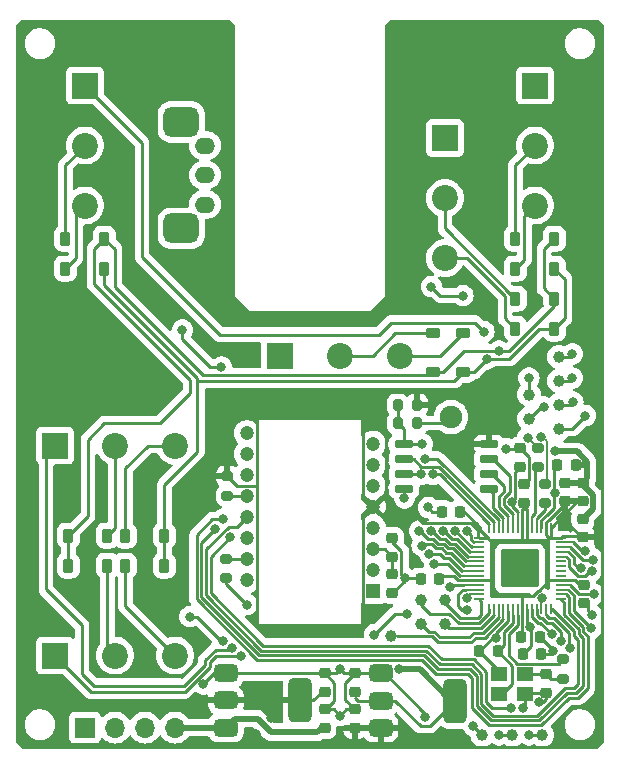
<source format=gbr>
%TF.GenerationSoftware,KiCad,Pcbnew,8.0.5*%
%TF.CreationDate,2024-10-23T01:30:23+03:00*%
%TF.ProjectId,mouse_pic,6d6f7573-655f-4706-9963-2e6b69636164,rev?*%
%TF.SameCoordinates,Original*%
%TF.FileFunction,Copper,L1,Top*%
%TF.FilePolarity,Positive*%
%FSLAX46Y46*%
G04 Gerber Fmt 4.6, Leading zero omitted, Abs format (unit mm)*
G04 Created by KiCad (PCBNEW 8.0.5) date 2024-10-23 01:30:23*
%MOMM*%
%LPD*%
G01*
G04 APERTURE LIST*
G04 Aperture macros list*
%AMRoundRect*
0 Rectangle with rounded corners*
0 $1 Rounding radius*
0 $2 $3 $4 $5 $6 $7 $8 $9 X,Y pos of 4 corners*
0 Add a 4 corners polygon primitive as box body*
4,1,4,$2,$3,$4,$5,$6,$7,$8,$9,$2,$3,0*
0 Add four circle primitives for the rounded corners*
1,1,$1+$1,$2,$3*
1,1,$1+$1,$4,$5*
1,1,$1+$1,$6,$7*
1,1,$1+$1,$8,$9*
0 Add four rect primitives between the rounded corners*
20,1,$1+$1,$2,$3,$4,$5,0*
20,1,$1+$1,$4,$5,$6,$7,0*
20,1,$1+$1,$6,$7,$8,$9,0*
20,1,$1+$1,$8,$9,$2,$3,0*%
G04 Aperture macros list end*
%TA.AperFunction,SMDPad,CuDef*%
%ADD10RoundRect,0.225000X0.225000X0.375000X-0.225000X0.375000X-0.225000X-0.375000X0.225000X-0.375000X0*%
%TD*%
%TA.AperFunction,SMDPad,CuDef*%
%ADD11RoundRect,0.225000X0.250000X-0.225000X0.250000X0.225000X-0.250000X0.225000X-0.250000X-0.225000X0*%
%TD*%
%TA.AperFunction,SMDPad,CuDef*%
%ADD12C,1.000000*%
%TD*%
%TA.AperFunction,SMDPad,CuDef*%
%ADD13RoundRect,0.225000X0.375000X-0.225000X0.375000X0.225000X-0.375000X0.225000X-0.375000X-0.225000X0*%
%TD*%
%TA.AperFunction,SMDPad,CuDef*%
%ADD14RoundRect,0.200000X-0.275000X0.200000X-0.275000X-0.200000X0.275000X-0.200000X0.275000X0.200000X0*%
%TD*%
%TA.AperFunction,SMDPad,CuDef*%
%ADD15R,1.400000X1.200000*%
%TD*%
%TA.AperFunction,SMDPad,CuDef*%
%ADD16RoundRect,0.050000X-0.387500X-0.050000X0.387500X-0.050000X0.387500X0.050000X-0.387500X0.050000X0*%
%TD*%
%TA.AperFunction,SMDPad,CuDef*%
%ADD17RoundRect,0.050000X-0.050000X-0.387500X0.050000X-0.387500X0.050000X0.387500X-0.050000X0.387500X0*%
%TD*%
%TA.AperFunction,ComponentPad*%
%ADD18C,0.600000*%
%TD*%
%TA.AperFunction,SMDPad,CuDef*%
%ADD19RoundRect,0.144000X-1.456000X-1.456000X1.456000X-1.456000X1.456000X1.456000X-1.456000X1.456000X0*%
%TD*%
%TA.AperFunction,ComponentPad*%
%ADD20C,2.200000*%
%TD*%
%TA.AperFunction,ComponentPad*%
%ADD21R,2.200000X2.200000*%
%TD*%
%TA.AperFunction,SMDPad,CuDef*%
%ADD22RoundRect,0.200000X0.275000X-0.200000X0.275000X0.200000X-0.275000X0.200000X-0.275000X-0.200000X0*%
%TD*%
%TA.AperFunction,SMDPad,CuDef*%
%ADD23RoundRect,0.225000X-0.250000X0.225000X-0.250000X-0.225000X0.250000X-0.225000X0.250000X0.225000X0*%
%TD*%
%TA.AperFunction,ComponentPad*%
%ADD24R,1.200000X1.200000*%
%TD*%
%TA.AperFunction,ComponentPad*%
%ADD25C,1.200000*%
%TD*%
%TA.AperFunction,SMDPad,CuDef*%
%ADD26RoundRect,0.225000X-0.225000X-0.250000X0.225000X-0.250000X0.225000X0.250000X-0.225000X0.250000X0*%
%TD*%
%TA.AperFunction,SMDPad,CuDef*%
%ADD27RoundRect,0.375000X-0.625000X-0.375000X0.625000X-0.375000X0.625000X0.375000X-0.625000X0.375000X0*%
%TD*%
%TA.AperFunction,SMDPad,CuDef*%
%ADD28RoundRect,0.500000X-0.500000X-1.400000X0.500000X-1.400000X0.500000X1.400000X-0.500000X1.400000X0*%
%TD*%
%TA.AperFunction,SMDPad,CuDef*%
%ADD29RoundRect,0.225000X0.225000X0.250000X-0.225000X0.250000X-0.225000X-0.250000X0.225000X-0.250000X0*%
%TD*%
%TA.AperFunction,SMDPad,CuDef*%
%ADD30RoundRect,0.225000X-0.225000X-0.375000X0.225000X-0.375000X0.225000X0.375000X-0.225000X0.375000X0*%
%TD*%
%TA.AperFunction,SMDPad,CuDef*%
%ADD31RoundRect,0.200000X-0.200000X-0.275000X0.200000X-0.275000X0.200000X0.275000X-0.200000X0.275000X0*%
%TD*%
%TA.AperFunction,ComponentPad*%
%ADD32R,1.700000X1.700000*%
%TD*%
%TA.AperFunction,ComponentPad*%
%ADD33O,1.700000X1.700000*%
%TD*%
%TA.AperFunction,SMDPad,CuDef*%
%ADD34RoundRect,0.150000X-0.650000X-0.150000X0.650000X-0.150000X0.650000X0.150000X-0.650000X0.150000X0*%
%TD*%
%TA.AperFunction,ComponentPad*%
%ADD35RoundRect,0.625000X0.875000X-0.625000X0.875000X0.625000X-0.875000X0.625000X-0.875000X-0.625000X0*%
%TD*%
%TA.AperFunction,ComponentPad*%
%ADD36O,1.700000X1.400000*%
%TD*%
%TA.AperFunction,ComponentPad*%
%ADD37C,1.900000*%
%TD*%
%TA.AperFunction,SMDPad,CuDef*%
%ADD38RoundRect,0.200000X0.200000X0.275000X-0.200000X0.275000X-0.200000X-0.275000X0.200000X-0.275000X0*%
%TD*%
%TA.AperFunction,ViaPad*%
%ADD39C,0.800000*%
%TD*%
%TA.AperFunction,Conductor*%
%ADD40C,0.250000*%
%TD*%
%TA.AperFunction,Conductor*%
%ADD41C,0.500000*%
%TD*%
%TA.AperFunction,Conductor*%
%ADD42C,0.200000*%
%TD*%
G04 APERTURE END LIST*
D10*
%TO.P,D1,1,K*%
%TO.N,/GPIO0*%
X-78030000Y66726000D03*
%TO.P,D1,2,A*%
%TO.N,Net-(D1-A)*%
X-81330000Y66726000D03*
%TD*%
D11*
%TO.P,C13,1*%
%TO.N,+3V3*%
X-37516000Y44488000D03*
%TO.P,C13,2*%
%TO.N,GND*%
X-37516000Y46038000D03*
%TD*%
D12*
%TO.P,P14,1,1*%
%TO.N,/GPIO14*%
X-51232000Y34087000D03*
%TD*%
D11*
%TO.P,C400,1*%
%TO.N,+3V3*%
X-59360000Y28373000D03*
%TO.P,C400,2*%
%TO.N,GND*%
X-59360000Y29923000D03*
%TD*%
D13*
%TO.P,D7,1,K*%
%TO.N,/GPIO0*%
X-50216000Y55424000D03*
%TO.P,D7,2,A*%
%TO.N,Net-(D7-A)*%
X-50216000Y58724000D03*
%TD*%
D14*
%TO.P,R4,1*%
%TO.N,/USBD-*%
X-40691000Y45961000D03*
%TO.P,R4,2*%
%TO.N,Net-(U3-USB_DM)*%
X-40691000Y44311000D03*
%TD*%
D12*
%TO.P,P11,1,1*%
%TO.N,/GPIO11*%
X-49200000Y36119000D03*
%TD*%
D15*
%TO.P,Y1,1,1*%
%TO.N,/XIN*%
X-44585000Y28157000D03*
%TO.P,Y1,2,2*%
%TO.N,GND*%
X-42385000Y28157000D03*
%TO.P,Y1,3,3*%
%TO.N,Net-(C300-Pad1)*%
X-42385000Y29857000D03*
%TO.P,Y1,4,4*%
%TO.N,GND*%
X-44585000Y29857000D03*
%TD*%
D16*
%TO.P,U3,1,IOVDD*%
%TO.N,+3V3*%
X-46282500Y41391000D03*
%TO.P,U3,2,GPIO0*%
%TO.N,/GPIO0*%
X-46282500Y40991000D03*
%TO.P,U3,3,GPIO1*%
%TO.N,/GPIO1*%
X-46282500Y40591000D03*
%TO.P,U3,4,GPIO2*%
%TO.N,/GPIO2*%
X-46282500Y40191000D03*
%TO.P,U3,5,GPIO3*%
%TO.N,/GPIO3*%
X-46282500Y39791000D03*
%TO.P,U3,6,GPIO4*%
%TO.N,/GPIO4*%
X-46282500Y39391000D03*
%TO.P,U3,7,GPIO5*%
%TO.N,/GPIO5*%
X-46282500Y38991000D03*
%TO.P,U3,8,GPIO6*%
%TO.N,/GPIO6*%
X-46282500Y38591000D03*
%TO.P,U3,9,GPIO7*%
%TO.N,/GPIO7*%
X-46282500Y38191000D03*
%TO.P,U3,10,IOVDD*%
%TO.N,+3V3*%
X-46282500Y37791000D03*
%TO.P,U3,11,GPIO8*%
%TO.N,/ENC_A*%
X-46282500Y37391000D03*
%TO.P,U3,12,GPIO9*%
%TO.N,/ENC_C*%
X-46282500Y36991000D03*
%TO.P,U3,13,GPIO10*%
%TO.N,/ENC_B*%
X-46282500Y36591000D03*
%TO.P,U3,14,GPIO11*%
%TO.N,/GPIO11*%
X-46282500Y36191000D03*
D17*
%TO.P,U3,15,GPIO12*%
%TO.N,/GPIO12*%
X-45445000Y35353500D03*
%TO.P,U3,16,GPIO13*%
%TO.N,/GPIO13*%
X-45045000Y35353500D03*
%TO.P,U3,17,GPIO14*%
%TO.N,/GPIO14*%
X-44645000Y35353500D03*
%TO.P,U3,18,GPIO15*%
%TO.N,/GPIO15*%
X-44245000Y35353500D03*
%TO.P,U3,19,TESTEN*%
%TO.N,GND*%
X-43845000Y35353500D03*
%TO.P,U3,20,XIN*%
%TO.N,/XIN*%
X-43445000Y35353500D03*
%TO.P,U3,21,XOUT*%
%TO.N,/XOUT*%
X-43045000Y35353500D03*
%TO.P,U3,22,IOVDD*%
%TO.N,+3V3*%
X-42645000Y35353500D03*
%TO.P,U3,23,DVDD*%
%TO.N,+1V1*%
X-42245000Y35353500D03*
%TO.P,U3,24,SWCLK*%
%TO.N,/SWCLK*%
X-41845000Y35353500D03*
%TO.P,U3,25,SWD*%
%TO.N,/SWD*%
X-41445000Y35353500D03*
%TO.P,U3,26,RUN*%
%TO.N,/RUN*%
X-41045000Y35353500D03*
%TO.P,U3,27,GPIO16*%
%TO.N,/GPIO16*%
X-40645000Y35353500D03*
%TO.P,U3,28,GPIO17*%
%TO.N,/GPIO17*%
X-40245000Y35353500D03*
D16*
%TO.P,U3,29,GPIO18*%
%TO.N,/GPIO18*%
X-39407500Y36191000D03*
%TO.P,U3,30,GPIO19*%
%TO.N,/GPIO19*%
X-39407500Y36591000D03*
%TO.P,U3,31,GPIO20*%
%TO.N,/GPIO20*%
X-39407500Y36991000D03*
%TO.P,U3,32,GPIO21*%
%TO.N,/GPIO21*%
X-39407500Y37391000D03*
%TO.P,U3,33,IOVDD*%
%TO.N,+3V3*%
X-39407500Y37791000D03*
%TO.P,U3,34,GPIO22*%
%TO.N,/GPIO22*%
X-39407500Y38191000D03*
%TO.P,U3,35,GPIO23*%
%TO.N,/GPIO23*%
X-39407500Y38591000D03*
%TO.P,U3,36,GPIO24*%
%TO.N,/GPIO24*%
X-39407500Y38991000D03*
%TO.P,U3,37,GPIO25*%
%TO.N,/GPIO25*%
X-39407500Y39391000D03*
%TO.P,U3,38,GPIO26_ADC0*%
%TO.N,/GPIO26_ADC0*%
X-39407500Y39791000D03*
%TO.P,U3,39,GPIO27_ADC1*%
%TO.N,/GPIO27_ADC1*%
X-39407500Y40191000D03*
%TO.P,U3,40,GPIO28_ADC2*%
%TO.N,/GPIO28_ADC2*%
X-39407500Y40591000D03*
%TO.P,U3,41,GPIO29_ADC3*%
%TO.N,/GPIO29_ADC3*%
X-39407500Y40991000D03*
%TO.P,U3,42,IOVDD*%
%TO.N,+3V3*%
X-39407500Y41391000D03*
D17*
%TO.P,U3,43,ADC_AVDD*%
X-40245000Y42228500D03*
%TO.P,U3,44,VREG_IN*%
X-40645000Y42228500D03*
%TO.P,U3,45,VREG_VOUT*%
%TO.N,+1V1*%
X-41045000Y42228500D03*
%TO.P,U3,46,USB_DM*%
%TO.N,Net-(U3-USB_DM)*%
X-41445000Y42228500D03*
%TO.P,U3,47,USB_DP*%
%TO.N,Net-(U3-USB_DP)*%
X-41845000Y42228500D03*
%TO.P,U3,48,USB_VDD*%
%TO.N,+3V3*%
X-42245000Y42228500D03*
%TO.P,U3,49,IOVDD*%
X-42645000Y42228500D03*
%TO.P,U3,50,DVDD*%
%TO.N,+1V1*%
X-43045000Y42228500D03*
%TO.P,U3,51,QSPI_SD3*%
%TO.N,/QSPI_SD3*%
X-43445000Y42228500D03*
%TO.P,U3,52,QSPI_SCLK*%
%TO.N,/QSPI_SCLK*%
X-43845000Y42228500D03*
%TO.P,U3,53,QSPI_SD0*%
%TO.N,/QSPI_SD0*%
X-44245000Y42228500D03*
%TO.P,U3,54,QSPI_SD2*%
%TO.N,/QSPI_SD2*%
X-44645000Y42228500D03*
%TO.P,U3,55,QSPI_SD1*%
%TO.N,/QSPI_SD1*%
X-45045000Y42228500D03*
%TO.P,U3,56,QSPI_SS*%
%TO.N,/QSPI_SS*%
X-45445000Y42228500D03*
D18*
%TO.P,U3,57,GND*%
%TO.N,GND*%
X-44120000Y40066000D03*
X-44120000Y38791000D03*
X-44120000Y37516000D03*
X-42845000Y40066000D03*
X-42845000Y38791000D03*
D19*
X-42845000Y38791000D03*
D18*
X-42845000Y37516000D03*
X-41570000Y40066000D03*
X-41570000Y38791000D03*
X-41570000Y37516000D03*
%TD*%
D14*
%TO.P,R3,1*%
%TO.N,/USBD+*%
X-41326000Y49009000D03*
%TO.P,R3,2*%
%TO.N,Net-(U3-USB_DP)*%
X-41326000Y47359000D03*
%TD*%
D10*
%TO.P,D10,1,K*%
%TO.N,/GPIO1*%
X-72950000Y41580000D03*
%TO.P,D10,2,A*%
%TO.N,Net-(D10-A)*%
X-76250000Y41580000D03*
%TD*%
D20*
%TO.P,SW2,1,A*%
%TO.N,Net-(D3-A)*%
X-41580000Y74600000D03*
D21*
%TO.P,SW2,2,B*%
%TO.N,/GPIO3*%
X-41580000Y79680000D03*
D20*
%TO.P,SW2,3,C*%
%TO.N,Net-(D4-A)*%
X-41580000Y69520000D03*
%TD*%
D12*
%TO.P,P32,1,1*%
%TO.N,/SWD*%
X-40945000Y24689000D03*
%TD*%
D22*
%TO.P,R1,1*%
%TO.N,/GPIO16*%
X-67615000Y44946000D03*
%TO.P,R1,2*%
%TO.N,+3V3*%
X-67615000Y46596000D03*
%TD*%
D23*
%TO.P,C3,1*%
%TO.N,/VDDPIX*%
X-53645000Y38291000D03*
%TO.P,C3,2*%
%TO.N,GND*%
X-53645000Y36741000D03*
%TD*%
D20*
%TO.P,SW3,1,A*%
%TO.N,Net-(D5-A)*%
X-49200000Y70155000D03*
D21*
%TO.P,SW3,2,B*%
%TO.N,/GPIO4*%
X-49200000Y75235000D03*
D20*
%TO.P,SW3,3,C*%
%TO.N,Net-(D6-A)*%
X-49200000Y65075000D03*
%TD*%
D23*
%TO.P,C300,1*%
%TO.N,Net-(C300-Pad1)*%
X-40629680Y29835988D03*
%TO.P,C300,2*%
%TO.N,GND*%
X-40629680Y28285988D03*
%TD*%
D11*
%TO.P,C10,1*%
%TO.N,+3V3*%
X-39040000Y44488000D03*
%TO.P,C10,2*%
%TO.N,GND*%
X-39040000Y46038000D03*
%TD*%
%TO.P,C1,1*%
%TO.N,+3V3*%
X-56820000Y25311000D03*
%TO.P,C1,2*%
%TO.N,GND*%
X-56820000Y26861000D03*
%TD*%
D24*
%TO.P,U2,1,NA*%
%TO.N,unconnected-(U2-NA-Pad1)*%
X-55280000Y36900000D03*
D25*
%TO.P,U2,2,NA*%
%TO.N,unconnected-(U2-NA-Pad2)*%
X-55280000Y38680000D03*
%TO.P,U2,3,VDDPIX*%
%TO.N,/VDDPIX*%
X-55280000Y40460000D03*
%TO.P,U2,4,VDD*%
%TO.N,/V2*%
X-55280000Y42240000D03*
%TO.P,U2,5,VDDIO*%
%TO.N,+3V3*%
X-55280000Y44020000D03*
%TO.P,U2,6,NA*%
%TO.N,unconnected-(U2-NA-Pad6)*%
X-55280000Y45800000D03*
%TO.P,U2,7,~RESET*%
%TO.N,unconnected-(U2-~RESET-Pad7)*%
X-55280000Y47580000D03*
%TO.P,U2,8,GND*%
%TO.N,GND*%
X-55280000Y49360000D03*
%TO.P,U2,9,~MOTION*%
%TO.N,/MOTION*%
X-65980000Y50250000D03*
%TO.P,U2,10,SCLK*%
%TO.N,/GPIO18*%
X-65980000Y48470000D03*
%TO.P,U2,11,MOSI*%
%TO.N,/GPIO19*%
X-65980000Y46690000D03*
%TO.P,U2,12,MISO*%
%TO.N,/GPIO16*%
X-65980000Y44910000D03*
%TO.P,U2,13,NCS*%
%TO.N,/GPIO17*%
X-65980000Y43130000D03*
%TO.P,U2,14,NA*%
%TO.N,unconnected-(U2-NA-Pad14)*%
X-65980000Y41350000D03*
%TO.P,U2,15,LED_P*%
%TO.N,/3360LED*%
X-65980000Y39570000D03*
%TO.P,U2,16,NA*%
%TO.N,unconnected-(U2-NA-Pad16)*%
X-65980000Y37790000D03*
%TD*%
D12*
%TO.P,P26,1,1*%
%TO.N,/GPIO26_ADC0*%
X-39548000Y56693000D03*
%TD*%
%TO.P,P29,1,1*%
%TO.N,/GPIO29_ADC3*%
X-39548000Y50597000D03*
%TD*%
D14*
%TO.P,R40,1*%
%TO.N,/3360LED*%
X-67742000Y39611000D03*
%TO.P,R40,2*%
%TO.N,/V2*%
X-67742000Y37961000D03*
%TD*%
D26*
%TO.P,C6,1*%
%TO.N,+1V1*%
X-42612258Y31535040D03*
%TO.P,C6,2*%
%TO.N,GND*%
X-41062258Y31535040D03*
%TD*%
D27*
%TO.P,U10,1,GND*%
%TO.N,GND*%
X-67742000Y29924000D03*
%TO.P,U10,2,VO*%
%TO.N,+3V3*%
X-67742000Y27624000D03*
D28*
X-61442000Y27624000D03*
D27*
%TO.P,U10,3,VI*%
%TO.N,VBUS*%
X-67742000Y25324000D03*
%TD*%
D11*
%TO.P,C500,1*%
%TO.N,+3V3*%
X-42469000Y44361000D03*
%TO.P,C500,2*%
%TO.N,GND*%
X-42469000Y45911000D03*
%TD*%
D20*
%TO.P,SW5,1,A*%
%TO.N,Net-(D9-A)*%
X-77140000Y49200000D03*
D21*
%TO.P,SW5,2,B*%
%TO.N,/GPIO7*%
X-82220000Y49200000D03*
D20*
%TO.P,SW5,3,C*%
%TO.N,Net-(D10-A)*%
X-72060000Y49200000D03*
%TD*%
%TO.P,SW6,1,A*%
%TO.N,Net-(D11-A)*%
X-77140000Y31420000D03*
D21*
%TO.P,SW6,2,B*%
%TO.N,/GPIO6*%
X-82220000Y31420000D03*
D20*
%TO.P,SW6,3,C*%
%TO.N,Net-(D12-A)*%
X-72060000Y31420000D03*
%TD*%
D10*
%TO.P,D4,1,K*%
%TO.N,/GPIO1*%
X-39930000Y64186000D03*
%TO.P,D4,2,A*%
%TO.N,Net-(D4-A)*%
X-43230000Y64186000D03*
%TD*%
%TO.P,D5,1,K*%
%TO.N,/GPIO0*%
X-39930000Y61646000D03*
%TO.P,D5,2,A*%
%TO.N,Net-(D5-A)*%
X-43230000Y61646000D03*
%TD*%
%TO.P,D3,1,K*%
%TO.N,/GPIO0*%
X-39930000Y66726000D03*
%TO.P,D3,2,A*%
%TO.N,Net-(D3-A)*%
X-43230000Y66726000D03*
%TD*%
D29*
%TO.P,C14,1*%
%TO.N,+3V3*%
X-47917000Y43612000D03*
%TO.P,C14,2*%
%TO.N,GND*%
X-49467000Y43612000D03*
%TD*%
D30*
%TO.P,D9,1,K*%
%TO.N,/GPIO0*%
X-81076000Y41580000D03*
%TO.P,D9,2,A*%
%TO.N,Net-(D9-A)*%
X-77776000Y41580000D03*
%TD*%
D12*
%TO.P,P27,1,1*%
%TO.N,/GPIO27_ADC1*%
X-39548000Y54661000D03*
%TD*%
D31*
%TO.P,R100,1*%
%TO.N,/QSPI_SS*%
X-53200000Y51105000D03*
%TO.P,R100,2*%
%TO.N,/~{USB_BOOT}*%
X-51550000Y51105000D03*
%TD*%
D12*
%TO.P,P13,1,1*%
%TO.N,/GPIO13*%
X-49200000Y34087000D03*
%TD*%
%TO.P,P15,1,1*%
%TO.N,/GPIO15*%
X-53772000Y33071000D03*
%TD*%
D11*
%TO.P,C7,1*%
%TO.N,+1V1*%
X-42850000Y47409000D03*
%TO.P,C7,2*%
%TO.N,GND*%
X-42850000Y48959000D03*
%TD*%
D32*
%TO.P,USB1,1,Pin_1*%
%TO.N,GND*%
X-79670000Y25324000D03*
D33*
%TO.P,USB1,2,Pin_2*%
%TO.N,/USBD-*%
X-77130000Y25324000D03*
%TO.P,USB1,3,Pin_3*%
%TO.N,/USBD+*%
X-74590000Y25324000D03*
%TO.P,USB1,4,Pin_4*%
%TO.N,VBUS*%
X-72050000Y25324000D03*
%TD*%
D10*
%TO.P,D12,1,K*%
%TO.N,/GPIO1*%
X-72950000Y39040000D03*
%TO.P,D12,2,A*%
%TO.N,Net-(D12-A)*%
X-76250000Y39040000D03*
%TD*%
D20*
%TO.P,SW4,1,A*%
%TO.N,Net-(D7-A)*%
X-58090000Y56820000D03*
D21*
%TO.P,SW4,2,B*%
%TO.N,/GPIO5*%
X-63170000Y56820000D03*
D20*
%TO.P,SW4,3,C*%
%TO.N,Net-(D8-A)*%
X-53010000Y56820000D03*
%TD*%
D11*
%TO.P,C100,1*%
%TO.N,VBUS*%
X-59360000Y25325000D03*
%TO.P,C100,2*%
%TO.N,GND*%
X-59360000Y26875000D03*
%TD*%
%TO.P,C4,1*%
%TO.N,/VDDPIX*%
X-53645000Y39789000D03*
%TO.P,C4,2*%
%TO.N,GND*%
X-53645000Y41339000D03*
%TD*%
D23*
%TO.P,C9,1*%
%TO.N,+3V3*%
X-37389000Y37402000D03*
%TO.P,C9,2*%
%TO.N,GND*%
X-37389000Y35852000D03*
%TD*%
D10*
%TO.P,D6,1,K*%
%TO.N,/GPIO1*%
X-39930000Y59106000D03*
%TO.P,D6,2,A*%
%TO.N,Net-(D6-A)*%
X-43230000Y59106000D03*
%TD*%
D12*
%TO.P,P30,1,1*%
%TO.N,/RUN*%
X-46025000Y24689000D03*
%TD*%
D11*
%TO.P,C12,1*%
%TO.N,+3V3*%
X-37516000Y41440000D03*
%TO.P,C12,2*%
%TO.N,GND*%
X-37516000Y42990000D03*
%TD*%
D29*
%TO.P,C200,1*%
%TO.N,/XIN*%
X-44742000Y31801000D03*
%TO.P,C200,2*%
%TO.N,GND*%
X-46292000Y31801000D03*
%TD*%
D34*
%TO.P,U4,1,~{CS}*%
%TO.N,/QSPI_SS*%
X-52673000Y49327000D03*
%TO.P,U4,2,DO(IO1)*%
%TO.N,/QSPI_SD1*%
X-52673000Y48057000D03*
%TO.P,U4,3,IO2*%
%TO.N,/QSPI_SD2*%
X-52673000Y46787000D03*
%TO.P,U4,4,GND*%
%TO.N,GND*%
X-52673000Y45517000D03*
%TO.P,U4,5,DI(IO0)*%
%TO.N,/QSPI_SD0*%
X-45473000Y45517000D03*
%TO.P,U4,6,CLK*%
%TO.N,/QSPI_SCLK*%
X-45473000Y46787000D03*
%TO.P,U4,7,IO3*%
%TO.N,/QSPI_SD3*%
X-45473000Y48057000D03*
%TO.P,U4,8,VCC*%
%TO.N,+3V3*%
X-45473000Y49327000D03*
%TD*%
D10*
%TO.P,D2,1,K*%
%TO.N,/GPIO1*%
X-78030000Y64186000D03*
%TO.P,D2,2,A*%
%TO.N,Net-(D2-A)*%
X-81330000Y64186000D03*
%TD*%
D12*
%TO.P,P28,1,1*%
%TO.N,/GPIO28_ADC2*%
X-39548000Y52629000D03*
%TD*%
%TO.P,P20,1,1*%
%TO.N,/GPIO20*%
X-42088000Y53518000D03*
%TD*%
%TO.P,P21,1,1*%
%TO.N,/GPIO21*%
X-42088000Y51486000D03*
%TD*%
D14*
%TO.P,R500,1*%
%TO.N,/XOUT*%
X-39167000Y31102000D03*
%TO.P,R500,2*%
%TO.N,Net-(C300-Pad1)*%
X-39167000Y29452000D03*
%TD*%
D20*
%TO.P,SW1,1,A*%
%TO.N,Net-(D1-A)*%
X-79680000Y74600000D03*
D21*
%TO.P,SW1,2,B*%
%TO.N,/GPIO2*%
X-79680000Y79680000D03*
D20*
%TO.P,SW1,3,C*%
%TO.N,Net-(D2-A)*%
X-79680000Y69520000D03*
%TD*%
D35*
%TO.P,Encoder1,4*%
%TO.N,N/C*%
X-71520000Y67600000D03*
X-71520000Y76600000D03*
D36*
%TO.P,Encoder1,A,A*%
%TO.N,/ENC_A*%
X-69520000Y69600000D03*
%TO.P,Encoder1,B,B*%
%TO.N,/ENC_B*%
X-69520000Y72100000D03*
%TO.P,Encoder1,C,C*%
%TO.N,/ENC_C*%
X-69520000Y74600000D03*
%TD*%
D12*
%TO.P,P31,1,1*%
%TO.N,/SWCLK*%
X-43485000Y24689000D03*
%TD*%
D11*
%TO.P,C2,1*%
%TO.N,/V2*%
X-56820000Y28359000D03*
%TO.P,C2,2*%
%TO.N,GND*%
X-56820000Y29909000D03*
%TD*%
D26*
%TO.P,C11,1*%
%TO.N,+3V3*%
X-42735867Y32995916D03*
%TO.P,C11,2*%
%TO.N,GND*%
X-41185867Y32995916D03*
%TD*%
D27*
%TO.P,U1,1,GND*%
%TO.N,GND*%
X-54636000Y29910000D03*
%TO.P,U1,2,VO*%
%TO.N,/V2*%
X-54636000Y27610000D03*
D28*
X-48336000Y27610000D03*
D27*
%TO.P,U1,3,VI*%
%TO.N,+3V3*%
X-54636000Y25310000D03*
%TD*%
D30*
%TO.P,D11,1,K*%
%TO.N,/GPIO0*%
X-81076000Y39040000D03*
%TO.P,D11,2,A*%
%TO.N,Net-(D11-A)*%
X-77776000Y39040000D03*
%TD*%
D37*
%TO.P,USB_BOOT1,1,Pin_1*%
%TO.N,/~{USB_BOOT}*%
X-48692000Y51613000D03*
%TD*%
D26*
%TO.P,C8,1*%
%TO.N,+1V1*%
X-39688000Y47549000D03*
%TO.P,C8,2*%
%TO.N,GND*%
X-38138000Y47549000D03*
%TD*%
D13*
%TO.P,D8,1,K*%
%TO.N,/GPIO1*%
X-47676000Y55424000D03*
%TO.P,D8,2,A*%
%TO.N,Net-(D8-A)*%
X-47676000Y58724000D03*
%TD*%
D29*
%TO.P,C15,1*%
%TO.N,+3V3*%
X-49695000Y37897000D03*
%TO.P,C15,2*%
%TO.N,GND*%
X-51245000Y37897000D03*
%TD*%
D12*
%TO.P,P12,1,1*%
%TO.N,/GPIO12*%
X-51232000Y36119000D03*
%TD*%
D38*
%TO.P,R200,1*%
%TO.N,+3V3*%
X-51550000Y52629000D03*
%TO.P,R200,2*%
%TO.N,/QSPI_SS*%
X-53200000Y52629000D03*
%TD*%
D39*
%TO.N,/V2*%
X-65964000Y35738000D03*
X-53085998Y30247000D03*
%TO.N,GND*%
X-41197141Y27481141D03*
X-47676000Y61900000D03*
X-67996000Y32690000D03*
X-40045431Y31809830D03*
X-69647000Y29007000D03*
X-52629000Y44755000D03*
X-50343000Y62662000D03*
X-42596000Y27006998D03*
X-36754000Y34849000D03*
X-39906607Y48705000D03*
X-55169000Y33198000D03*
X-50597000Y43953000D03*
X-58090000Y26340000D03*
X-70790000Y34722000D03*
X-68123000Y55844000D03*
X-52410998Y34976000D03*
X-50851000Y26213000D03*
X-71425000Y58979000D03*
X-43993000Y48946000D03*
X-44876014Y32938014D03*
X-58090000Y30277000D03*
X-52620630Y38017513D03*
%TO.N,+1V1*%
X-39906607Y45206747D03*
X-43545186Y44444532D03*
X-41957911Y33810367D03*
%TO.N,+3V3*%
X-65202000Y24816000D03*
X-63932000Y26125000D03*
%TO.N,/ENC_A*%
X-48752553Y37262000D03*
%TO.N,/ENC_B*%
X-47299817Y36319184D03*
%TO.N,/ENC_C*%
X-47295000Y35314369D03*
%TO.N,/GPIO29_ADC3*%
X-37320370Y40288342D03*
X-37302000Y51740000D03*
%TO.N,/GPIO28_ADC2*%
X-36627000Y39548000D03*
X-38365000Y52883000D03*
%TO.N,/GPIO27_ADC1*%
X-38405000Y54915000D03*
X-37697153Y38848064D03*
%TO.N,/GPIO26_ADC0*%
X-36781606Y38594532D03*
X-38405000Y56947000D03*
%TO.N,/GPIO21*%
X-36586933Y36626819D03*
X-40848702Y52471298D03*
%TO.N,/GPIO20*%
X-42088000Y54915000D03*
X-36805826Y33709099D03*
%TO.N,/GPIO19*%
X-67956000Y42977000D03*
%TO.N,/GPIO18*%
X-68663798Y42120798D03*
%TO.N,/GPIO16*%
X-43612000Y27006998D03*
X-67361000Y41453000D03*
X-38572000Y32052000D03*
%TO.N,/RUN*%
X-41014617Y36249006D03*
X-46787000Y25451000D03*
%TO.N,/SWD*%
X-39363577Y32658206D03*
X-42088000Y24689000D03*
%TO.N,/SWCLK*%
X-44628000Y24689000D03*
X-40122829Y33229206D03*
%TO.N,/GPIO0*%
X-44628000Y57201000D03*
X-47310000Y41961000D03*
%TO.N,/GPIO1*%
X-45644000Y56526000D03*
X-48311000Y41961000D03*
%TO.N,/GPIO2*%
X-45898000Y58852000D03*
X-49327000Y41961000D03*
%TO.N,/GPIO3*%
X-50343000Y41961000D03*
%TO.N,/GPIO4*%
X-51359000Y41961000D03*
%TO.N,/GPIO5*%
X-51143816Y40734981D03*
%TO.N,/GPIO6*%
X-66472000Y31420000D03*
X-50515188Y40022709D03*
%TO.N,/GPIO7*%
X-67234000Y32095000D03*
X-50102553Y39167000D03*
%TO.N,/QSPI_SS*%
X-51105000Y49327000D03*
X-50216000Y46747000D03*
%TO.N,/QSPI_SD2*%
X-51232000Y46747000D03*
X-50851000Y48097000D03*
%TO.N,/USBD-*%
X-41072000Y49962000D03*
%TO.N,/USBD+*%
X-42183500Y49866500D03*
%TD*%
D40*
%TO.N,Net-(D1-A)*%
X-79680000Y74600000D02*
X-81330000Y72950000D01*
X-81330000Y72950000D02*
X-81330000Y66726000D01*
%TO.N,Net-(D2-A)*%
X-79680000Y69520000D02*
X-80442000Y68758000D01*
X-80442000Y68758000D02*
X-80442000Y65074000D01*
X-80442000Y65074000D02*
X-81330000Y64186000D01*
%TO.N,Net-(D3-A)*%
X-43230000Y72950000D02*
X-43230000Y66726000D01*
X-41580000Y74600000D02*
X-43230000Y72950000D01*
%TO.N,Net-(D4-A)*%
X-41580000Y69520000D02*
X-42469000Y68631000D01*
X-42469000Y64947000D02*
X-43230000Y64186000D01*
X-42469000Y68631000D02*
X-42469000Y64947000D01*
%TO.N,Net-(D5-A)*%
X-49200000Y67616000D02*
X-43230000Y61646000D01*
X-49200000Y70155000D02*
X-49200000Y67616000D01*
%TO.N,Net-(D6-A)*%
X-49200000Y65075000D02*
X-47295000Y65075000D01*
X-44120000Y61900000D02*
X-44120000Y59996000D01*
X-44120000Y59996000D02*
X-43230000Y59106000D01*
X-47295000Y65075000D02*
X-44120000Y61900000D01*
%TO.N,Net-(D7-A)*%
X-53392000Y58724000D02*
X-55296000Y56820000D01*
X-50216000Y58724000D02*
X-53392000Y58724000D01*
X-55296000Y56820000D02*
X-58090000Y56820000D01*
%TO.N,Net-(D8-A)*%
X-47676000Y58724000D02*
X-49580000Y56820000D01*
X-49580000Y56820000D02*
X-53010000Y56820000D01*
%TO.N,Net-(D9-A)*%
X-77140000Y49200000D02*
X-77140000Y42216000D01*
X-77140000Y42216000D02*
X-77776000Y41580000D01*
%TO.N,Net-(D10-A)*%
X-76250000Y47296000D02*
X-74346000Y49200000D01*
X-76250000Y41580000D02*
X-76250000Y47296000D01*
X-74346000Y49200000D02*
X-72060000Y49200000D01*
X-72060000Y49200000D02*
X-72060000Y48520658D01*
%TO.N,Net-(D11-A)*%
X-77776000Y32056000D02*
X-77776000Y39040000D01*
X-77140000Y31420000D02*
X-77776000Y32056000D01*
%TO.N,Net-(D12-A)*%
X-72060000Y31420000D02*
X-76250000Y35610000D01*
X-76250000Y35610000D02*
X-76250000Y39040000D01*
D41*
%TO.N,/V2*%
X-51329000Y30247000D02*
X-48692000Y27610000D01*
D40*
X-48692000Y27610000D02*
X-48336000Y27610000D01*
X-67742000Y37516000D02*
X-67742000Y37961000D01*
X-51232000Y25451000D02*
X-53391000Y27610000D01*
X-65964000Y35738000D02*
X-67742000Y37516000D01*
X-54636000Y27610000D02*
X-56579000Y27610000D01*
X-56579000Y27610000D02*
X-56820000Y27851000D01*
X-48336000Y27610000D02*
X-50495000Y25451000D01*
X-53391000Y27610000D02*
X-54636000Y27610000D01*
D41*
X-53085998Y30247000D02*
X-51329000Y30247000D01*
D40*
X-50495000Y25451000D02*
X-51232000Y25451000D01*
%TO.N,GND*%
X-70155000Y34722000D02*
X-68123000Y32690000D01*
X-52620630Y38017513D02*
X-51365513Y38017513D01*
X-40320221Y31535040D02*
X-41062258Y31535040D01*
D41*
X-36641000Y44978118D02*
X-36641000Y43865000D01*
D40*
X-58090000Y26340000D02*
X-58625000Y26875000D01*
D41*
X-37135000Y47816000D02*
X-37135000Y47803000D01*
D40*
X-44876014Y33326923D02*
X-43845001Y34357936D01*
X-50597000Y43953000D02*
X-50256000Y43612000D01*
X-71425000Y58217000D02*
X-71425000Y58979000D01*
X-42863000Y48946000D02*
X-42850000Y48959000D01*
X-52620630Y37765370D02*
X-53645000Y36741000D01*
X-44585000Y30094000D02*
X-44585000Y29857000D01*
X-52673000Y44799000D02*
X-52673000Y45517000D01*
D41*
X-37516000Y45853118D02*
X-36641000Y44978118D01*
D40*
X-46279000Y31801000D02*
X-46292000Y31801000D01*
X-41123916Y32995916D02*
X-41185867Y32995916D01*
X-70790000Y34722000D02*
X-70155000Y34722000D01*
X-44876014Y32938014D02*
X-45141986Y32938014D01*
D41*
X-38024000Y48705000D02*
X-37135000Y47816000D01*
D40*
X-56820000Y26861000D02*
X-57623113Y27664113D01*
X-53758000Y29910000D02*
X-54636000Y29910000D01*
X-58563150Y27594350D02*
X-59282500Y26875000D01*
X-52620630Y38017513D02*
X-52883000Y38279883D01*
X-40045431Y31917431D02*
X-41123916Y32995916D01*
X-53391000Y34976000D02*
X-55169000Y33198000D01*
X-36754000Y34849000D02*
X-37113134Y35208134D01*
X-53645000Y41072000D02*
X-53645000Y41339000D01*
X-46292000Y31801000D02*
X-44585000Y30094000D01*
X-40922359Y27481141D02*
X-40629680Y27773820D01*
X-52410998Y34976000D02*
X-53391000Y34976000D01*
X-50851000Y26467000D02*
X-54294000Y29910000D01*
X-52883000Y38279883D02*
X-52883000Y40310000D01*
X-42469000Y45911000D02*
X-42100000Y46280000D01*
X-37113134Y35208134D02*
X-37113134Y35766235D01*
X-47676000Y61900000D02*
X-49581000Y61900000D01*
D41*
X-37516000Y46038000D02*
X-37135000Y46419000D01*
D40*
X-52620630Y38017513D02*
X-52620630Y37765370D01*
X-58563150Y29126150D02*
X-58563150Y27594350D01*
D41*
X-37598028Y46038000D02*
X-39040000Y46038000D01*
D40*
X-58458000Y29909000D02*
X-59346000Y29909000D01*
X-52629000Y44755000D02*
X-52673000Y44799000D01*
X-54636000Y29910000D02*
X-56311000Y29910000D01*
X-59640000Y29924000D02*
X-67742000Y29924000D01*
X-42100000Y46280000D02*
X-42100000Y48209000D01*
X-68730000Y29924000D02*
X-69647000Y29007000D01*
X-54294000Y29910000D02*
X-54636000Y29910000D01*
X-40045431Y31809830D02*
X-40320221Y31535040D01*
X-42385000Y27217998D02*
X-42385000Y28157000D01*
D41*
X-39906607Y48705000D02*
X-38024000Y48705000D01*
D40*
X-43845001Y34357936D02*
X-43845000Y35230000D01*
X-52883000Y40310000D02*
X-53645000Y41072000D01*
X-68123000Y32690000D02*
X-67996000Y32690000D01*
D41*
X-37389000Y47549000D02*
X-38138000Y47549000D01*
D40*
X-40629680Y28285988D02*
X-42256012Y28285988D01*
X-58625000Y26875000D02*
X-59360000Y26875000D01*
X-40045431Y31809830D02*
X-40045431Y31917431D01*
X-68123000Y55844000D02*
X-69052000Y55844000D01*
X-41197141Y27481141D02*
X-40922359Y27481141D01*
X-57623113Y29105887D02*
X-56820000Y29909000D01*
X-49581000Y61900000D02*
X-50343000Y62662000D01*
X-42256012Y28285988D02*
X-42385000Y28157000D01*
X-56820000Y29909000D02*
X-57722000Y29909000D01*
D41*
X-37516000Y46120028D02*
X-37516000Y45853118D01*
D40*
X-42469000Y45911000D02*
X-42456000Y45911000D01*
X-59386000Y29924000D02*
X-59385000Y29923000D01*
X-59360000Y29923000D02*
X-58563150Y29126150D01*
X-67742000Y29924000D02*
X-68730000Y29924000D01*
X-46379000Y31888000D02*
X-46292000Y31801000D01*
X-42596000Y27006998D02*
X-42385000Y27217998D01*
X-50851000Y26213000D02*
X-50851000Y26467000D01*
X-59639000Y29923000D02*
X-59640000Y29924000D01*
X-56820000Y26861000D02*
X-57569000Y26861000D01*
D41*
X-37135000Y46419000D02*
X-37135000Y47816000D01*
D40*
X-59346000Y29909000D02*
X-59360000Y29923000D01*
X-45141986Y32938014D02*
X-46279000Y31801000D01*
D41*
X-37135000Y47803000D02*
X-37389000Y47549000D01*
D40*
X-59282500Y26875000D02*
X-59639000Y26875000D01*
X-40629680Y27773820D02*
X-40629680Y28285988D01*
X-57569000Y26861000D02*
X-58090000Y26340000D01*
X-57722000Y29909000D02*
X-58090000Y30277000D01*
X-42100000Y48209000D02*
X-42850000Y48959000D01*
X-50256000Y43612000D02*
X-49467000Y43612000D01*
X-51365513Y38017513D02*
X-51245000Y37897000D01*
X-43993000Y48946000D02*
X-42863000Y48946000D01*
X-58090000Y30277000D02*
X-58458000Y29909000D01*
X-57623113Y27664113D02*
X-57623113Y29105887D01*
X-44876014Y32938014D02*
X-44876014Y33326923D01*
X-69052000Y55844000D02*
X-71425000Y58217000D01*
D41*
X-36641000Y43865000D02*
X-37516000Y42990000D01*
D40*
%TO.N,+1V1*%
X-41045000Y42858432D02*
X-41045000Y42228500D01*
X-43545186Y44055622D02*
X-43045000Y43555436D01*
X-39929000Y47308000D02*
X-39929000Y43920708D01*
X-39688000Y47549000D02*
X-39929000Y47308000D01*
X-40589932Y43313500D02*
X-41045000Y42858432D01*
X-43304027Y46954973D02*
X-42850000Y47409000D01*
X-43545186Y44444532D02*
X-43304027Y44685691D01*
X-41953533Y33805989D02*
X-41953533Y32193765D01*
X-39929000Y43920708D02*
X-40536208Y43313500D01*
X-42245000Y34097456D02*
X-42245000Y35353500D01*
X-43545186Y44444532D02*
X-43545186Y44055622D01*
X-43304027Y44685691D02*
X-43304027Y46954973D01*
D42*
X-43045000Y43555436D02*
X-43045000Y42228500D01*
D40*
X-41953533Y32193765D02*
X-42612258Y31535040D01*
X-41957911Y33810367D02*
X-41953533Y33805989D01*
X-40536208Y43313500D02*
X-40589932Y43313500D01*
X-41957911Y33810367D02*
X-42245000Y34097456D01*
%TO.N,+3V3*%
X-67742000Y27624000D02*
X-61442000Y27624000D01*
X-56155000Y43145000D02*
X-56155000Y35581000D01*
X-37630000Y41440000D02*
X-38405000Y42215000D01*
X-42245000Y41072000D02*
X-42595000Y41072000D01*
X-39407500Y41391000D02*
X-39218500Y41580000D01*
X-37685605Y37316235D02*
X-37113134Y37316235D01*
X-40645000Y42228500D02*
X-40645000Y42692746D01*
X-40645000Y42228500D02*
X-40645000Y41666000D01*
X-51550000Y52629000D02*
X-51550000Y52692000D01*
X-54153000Y49835000D02*
X-54153000Y45390000D01*
X-42595000Y41072000D02*
X-42645000Y41122000D01*
X-41718218Y36500000D02*
X-41302218Y36916000D01*
X-46404000Y41961000D02*
X-46404000Y42009595D01*
X-65105000Y35073000D02*
X-65202000Y34976000D01*
X-37869000Y41580000D02*
X-37742000Y41453000D01*
X-37985500Y44488000D02*
X-37516000Y44488000D01*
X-46282500Y41391000D02*
X-45580000Y41391000D01*
X-39040000Y44244022D02*
X-39040000Y44488000D01*
X-46483500Y42518500D02*
X-47577000Y43612000D01*
X-40370000Y41391000D02*
X-40689000Y41072000D01*
X-42645000Y43866000D02*
X-42249000Y43866000D01*
X-42645000Y36449000D02*
X-42594000Y36500000D01*
X-56155000Y44895000D02*
X-56155000Y50373000D01*
X-40245000Y42228500D02*
X-40245000Y41454000D01*
X-46404000Y42009595D02*
X-47030405Y42636000D01*
X-42594000Y36500000D02*
X-41718218Y36500000D01*
X-42245000Y43862000D02*
X-42245000Y42228500D01*
X-40645000Y42692746D02*
X-40424246Y42913500D01*
X-42245000Y42228500D02*
X-42245000Y41072000D01*
X-65105000Y45898000D02*
X-65188000Y45815000D01*
X-39407500Y37791000D02*
X-40414000Y37791000D01*
X-37516000Y41440000D02*
X-37630000Y41440000D01*
X-40183000Y23673000D02*
X-46660000Y23673000D01*
X-71552000Y29642000D02*
X-70282000Y30912000D01*
X-46601000Y42636000D02*
X-51018000Y42636000D01*
X-42645000Y35353500D02*
X-42645000Y33086783D01*
X-40370522Y42913500D02*
X-39040000Y44244022D01*
X-39407500Y41391000D02*
X-40308000Y41391000D01*
X-40645000Y41666000D02*
X-40370000Y41391000D01*
X-48112430Y37791000D02*
X-46282500Y37791000D01*
X-47577000Y43612000D02*
X-47917000Y43612000D01*
X-46483500Y42518500D02*
X-46601000Y42636000D01*
X-45282000Y37791000D02*
X-45261000Y37770000D01*
X-35865000Y37643000D02*
X-35865000Y33325000D01*
X-40245000Y41454000D02*
X-40308000Y41391000D01*
X-49441000Y38151000D02*
X-48472430Y38151000D01*
X-66834000Y45815000D02*
X-67615000Y46596000D01*
X-40308000Y41391000D02*
X-40370000Y41391000D01*
X-56155000Y35581000D02*
X-56058000Y35484000D01*
X-65188000Y45815000D02*
X-66834000Y45815000D01*
X-39218500Y41580000D02*
X-37869000Y41580000D01*
X-40245000Y42228500D02*
X-37985500Y44488000D01*
X-65105000Y45898000D02*
X-65105000Y35073000D01*
X-65202000Y51486000D02*
X-65105000Y51389000D01*
X-45580000Y41391000D02*
X-45261000Y41072000D01*
X-46282500Y37791000D02*
X-45282000Y37791000D01*
X-46404000Y42439000D02*
X-46404000Y42215000D01*
X-46404000Y42215000D02*
X-45580000Y41391000D01*
X-65105000Y51389000D02*
X-65105000Y45898000D01*
X-40414000Y37791000D02*
X-40435000Y37770000D01*
X-41211454Y36916000D02*
X-40435000Y37692454D01*
X-48472430Y38151000D02*
X-48112430Y37791000D01*
X-40435000Y37692454D02*
X-40435000Y37770000D01*
X-56155000Y50373000D02*
X-56058000Y50470000D01*
X-41302218Y36916000D02*
X-41211454Y36916000D01*
X-42249000Y43866000D02*
X-42245000Y43862000D01*
X-46404000Y41961000D02*
X-46404000Y42439000D01*
X-46404000Y42439000D02*
X-46483500Y42518500D01*
X-42645000Y41122000D02*
X-42645000Y42228500D01*
X-42645000Y35353500D02*
X-42645000Y36449000D01*
X-38160370Y37791000D02*
X-37685605Y37316235D01*
X-40424246Y42913500D02*
X-40370522Y42913500D01*
X-49695000Y37897000D02*
X-49441000Y38151000D01*
X-39407500Y37791000D02*
X-38160370Y37791000D01*
X-59639000Y28373000D02*
X-60388000Y27624000D01*
X-42645000Y33086783D02*
X-42735867Y32995916D01*
X-46404000Y41512500D02*
X-46404000Y41961000D01*
X-51018000Y42636000D02*
X-51486000Y43104000D01*
X-35865000Y40564000D02*
X-35865000Y37643000D01*
X-35865000Y42977000D02*
X-35865000Y45517000D01*
X-55280000Y44020000D02*
X-56155000Y44895000D01*
X-55280000Y44020000D02*
X-56155000Y43145000D01*
X-42645000Y43866000D02*
X-42645000Y42228500D01*
X-60388000Y27624000D02*
X-61442000Y27624000D01*
D41*
%TO.N,VBUS*%
X-60021000Y24943000D02*
X-59639000Y25325000D01*
X-66980000Y26086000D02*
X-65063371Y26086000D01*
X-67742000Y25324000D02*
X-72050000Y25324000D01*
X-67742000Y25324000D02*
X-66980000Y26086000D01*
X-63920371Y24943000D02*
X-60021000Y24943000D01*
X-65063371Y26086000D02*
X-63920371Y24943000D01*
D40*
%TO.N,/XIN*%
X-43485000Y30544000D02*
X-44742000Y31801000D01*
X-43485000Y29007000D02*
X-43485000Y30544000D01*
X-44335000Y28157000D02*
X-43485000Y29007000D01*
X-44201014Y32341986D02*
X-44201014Y33436237D01*
D42*
X-43445000Y34849000D02*
X-43445000Y35353500D01*
D40*
X-43445001Y34192250D02*
X-43445000Y34849000D01*
X-44742000Y31801000D02*
X-44201014Y32341986D01*
X-44585000Y28157000D02*
X-44335000Y28157000D01*
X-44201014Y33436237D02*
X-43445001Y34192250D01*
%TO.N,Net-(C300-Pad1)*%
X-40629680Y29835988D02*
X-40650692Y29857000D01*
X-39167000Y29452000D02*
X-40245692Y29452000D01*
X-40650692Y29857000D02*
X-42385000Y29857000D01*
X-40245692Y29452000D02*
X-40629680Y29835988D01*
D42*
%TO.N,/ENC_A*%
X-47547000Y37391000D02*
X-46282500Y37391000D01*
D40*
X-48752553Y37262000D02*
X-48625553Y37389000D01*
X-48625553Y37389000D02*
X-47549000Y37389000D01*
X-47549000Y37389000D02*
X-47547000Y37391000D01*
%TO.N,/ENC_B*%
X-47299817Y36347186D02*
X-47056003Y36591000D01*
X-47299817Y36319184D02*
X-47299817Y36347186D01*
D42*
X-47056003Y36591000D02*
X-46282500Y36591000D01*
D40*
%TO.N,/ENC_C*%
X-48057000Y36627000D02*
X-47695000Y36989000D01*
X-47383314Y36989000D02*
X-47381314Y36991000D01*
D42*
X-47381314Y36991000D02*
X-46282500Y36991000D01*
D40*
X-48057000Y35611000D02*
X-48057000Y36627000D01*
X-47695000Y36989000D02*
X-47383314Y36989000D01*
X-47760369Y35314369D02*
X-48057000Y35611000D01*
X-47295000Y35314369D02*
X-47760369Y35314369D01*
%TO.N,/GPIO29_ADC3*%
X-37320370Y40288342D02*
X-37632970Y40288342D01*
X-38445000Y50597000D02*
X-39548000Y50597000D01*
D42*
X-38335628Y40991000D02*
X-39407500Y40991000D01*
D40*
X-37302000Y51740000D02*
X-38445000Y50597000D01*
X-37632970Y40288342D02*
X-38335628Y40991000D01*
D42*
%TO.N,/GPIO28_ADC2*%
X-38577623Y40591000D02*
X-39407500Y40591000D01*
D40*
X-37534623Y39548000D02*
X-38577623Y40591000D01*
X-38619000Y52629000D02*
X-39548000Y52629000D01*
X-36627000Y39548000D02*
X-37534623Y39548000D01*
X-38365000Y52883000D02*
X-38619000Y52629000D01*
%TO.N,/GPIO27_ADC1*%
X-38278000Y39725692D02*
X-38743308Y40191000D01*
D42*
X-38743308Y40191000D02*
X-39407500Y40191000D01*
D40*
X-38659000Y54661000D02*
X-39548000Y54661000D01*
X-37697153Y38848064D02*
X-37894128Y38848064D01*
X-37894128Y38848064D02*
X-38278000Y39231936D01*
X-38405000Y54915000D02*
X-38659000Y54661000D01*
X-38278000Y39231936D02*
X-38278000Y39725692D01*
D42*
%TO.N,/GPIO26_ADC0*%
X-38908994Y39791000D02*
X-39407500Y39791000D01*
D40*
X-36945468Y38594532D02*
X-37366936Y38173064D01*
X-37366936Y38173064D02*
X-37976748Y38173064D01*
X-36781606Y38594532D02*
X-36945468Y38594532D01*
X-37976748Y38173064D02*
X-38678000Y38874315D01*
X-38678000Y39560006D02*
X-38908994Y39791000D01*
X-38405000Y56947000D02*
X-38659000Y56693000D01*
X-38678000Y38874315D02*
X-38678000Y39560006D01*
X-39548000Y56699000D02*
X-39548000Y56693000D01*
X-38659000Y56693000D02*
X-39548000Y56693000D01*
%TO.N,/GPIO21*%
X-37809060Y36627000D02*
X-38573060Y37391000D01*
X-38573060Y37391000D02*
X-38577623Y37391000D01*
X-40848702Y52471298D02*
X-41102702Y52471298D01*
X-36586933Y36626819D02*
X-36613846Y36626819D01*
D42*
X-38577623Y37391000D02*
X-39407500Y37391000D01*
D40*
X-36614027Y36627000D02*
X-37809060Y36627000D01*
X-41102702Y52471298D02*
X-42088000Y51486000D01*
X-36613846Y36626819D02*
X-36614027Y36627000D01*
%TO.N,/GPIO20*%
X-42088000Y54915000D02*
X-42088000Y53518000D01*
X-38295000Y35198273D02*
X-38295000Y36542691D01*
X-36805826Y33709099D02*
X-38295000Y35198273D01*
X-38295000Y36542691D02*
X-38743308Y36991000D01*
D42*
X-38743308Y36991000D02*
X-39407500Y36991000D01*
D40*
%TO.N,/GPIO19*%
X-46914000Y26975000D02*
X-45470997Y25531998D01*
X-70212000Y36176000D02*
X-65075000Y31039000D01*
X-37097000Y28675630D02*
X-37097000Y33045677D01*
X-37480826Y33818413D02*
X-38695000Y35032587D01*
X-41060318Y25531998D02*
X-38728314Y27864000D01*
X-51105000Y31039000D02*
X-49962000Y29896000D01*
X-37908628Y27864001D02*
X-37097000Y28675630D01*
X-45470997Y25531998D02*
X-41060318Y25531998D01*
X-37097000Y33045677D02*
X-37480826Y33429504D01*
X-67956000Y42977000D02*
X-68885000Y42977000D01*
X-37480826Y33429504D02*
X-37480826Y33818413D01*
X-38695000Y35032587D02*
X-38695000Y36377006D01*
X-38728314Y27864000D02*
X-37908628Y27864001D01*
D42*
X-38908994Y36591000D02*
X-39407500Y36591000D01*
D40*
X-38695000Y36377006D02*
X-38908994Y36591000D01*
X-47253313Y29896000D02*
X-46914000Y29556687D01*
X-49962000Y29896000D02*
X-47253313Y29896000D01*
X-68885000Y42977000D02*
X-70212000Y41650000D01*
X-46914000Y29556687D02*
X-46914000Y26975000D01*
X-70212000Y41650000D02*
X-70212000Y36176000D01*
X-65075000Y31039000D02*
X-51105000Y31039000D01*
%TO.N,/GPIO18*%
X-38894000Y28264000D02*
X-38074314Y28264000D01*
X-46514000Y29722373D02*
X-46514000Y27140686D01*
X-46514000Y27140686D02*
X-45305312Y25931998D01*
X-39095000Y34866902D02*
X-39095000Y35878500D01*
X-47087628Y30296000D02*
X-46514000Y29722373D01*
X-37880826Y33263819D02*
X-37880826Y33652728D01*
X-37497000Y28841315D02*
X-37497000Y32879992D01*
X-37497000Y32879992D02*
X-37880826Y33263819D01*
X-45305312Y25931998D02*
X-41226003Y25931998D01*
X-37880826Y33652728D02*
X-39095000Y34866902D01*
X-39095000Y35878500D02*
X-39407500Y36191000D01*
X-69812000Y36341686D02*
X-64909314Y31439000D01*
X-50939315Y31439000D02*
X-49796314Y30296000D01*
X-41226003Y25931998D02*
X-38894000Y28264000D01*
X-49796314Y30296000D02*
X-47087628Y30296000D01*
X-69812000Y40972596D02*
X-69812000Y36341686D01*
X-64909314Y31439000D02*
X-50939315Y31439000D01*
X-38074314Y28264000D02*
X-37497000Y28841315D01*
X-68663798Y42120798D02*
X-69812000Y40972596D01*
%TO.N,/GPIO17*%
X-46114000Y29888059D02*
X-46921943Y30696000D01*
X-67488000Y42342000D02*
X-66768000Y42342000D01*
X-46921943Y30696000D02*
X-49619000Y30696000D01*
X-64743628Y31839000D02*
X-69412000Y36507372D01*
X-39059686Y28664000D02*
X-41391688Y26331998D01*
X-40147282Y35353500D02*
X-38280826Y33487044D01*
X-41391688Y26331998D02*
X-45139626Y26331998D01*
X-37897000Y32714307D02*
X-37897000Y29007000D01*
X-69412000Y36507372D02*
X-69412000Y40418000D01*
X-40245000Y35353500D02*
X-40147282Y35353500D01*
X-38280826Y33098134D02*
X-37897000Y32714307D01*
X-37897000Y29007000D02*
X-38240000Y28664000D01*
X-69412000Y40418000D02*
X-67488000Y42342000D01*
X-49619000Y30696000D02*
X-50762000Y31839000D01*
X-50762000Y31839000D02*
X-64743628Y31839000D01*
X-66768000Y42342000D02*
X-65980000Y43130000D01*
X-46114000Y27306372D02*
X-46114000Y29888059D01*
X-45139626Y26331998D02*
X-46114000Y27306372D01*
X-38280826Y33487044D02*
X-38280826Y33098134D01*
X-38240000Y28664000D02*
X-39059686Y28664000D01*
%TO.N,/GPIO16*%
X-65980000Y44910000D02*
X-67579000Y44910000D01*
X-46756255Y31096000D02*
X-49453314Y31096000D01*
X-45714000Y27472058D02*
X-45714000Y30053745D01*
X-40385006Y34595000D02*
X-40645000Y34854994D01*
X-45248940Y27006998D02*
X-45714000Y27472058D01*
X-49453314Y31096000D02*
X-50596315Y32239000D01*
X-38572000Y32052000D02*
X-38680826Y32160826D01*
X-64577942Y32239000D02*
X-69012000Y36673058D01*
X-69012000Y36673058D02*
X-69012000Y39802000D01*
X-69012000Y39802000D02*
X-67361000Y41453000D01*
D42*
X-40645000Y35353500D02*
X-40645000Y34854994D01*
D40*
X-43612000Y27006998D02*
X-45248940Y27006998D01*
X-67579000Y44910000D02*
X-67615000Y44946000D01*
X-50596315Y32239000D02*
X-64577942Y32239000D01*
X-38680826Y33321358D02*
X-39954468Y34595000D01*
X-45714000Y30053745D02*
X-46756255Y31096000D01*
X-38680826Y32160826D02*
X-38680826Y33321358D01*
X-39954468Y34595000D02*
X-40385006Y34595000D01*
D42*
%TO.N,/RUN*%
X-41045000Y36218623D02*
X-41045000Y36092000D01*
X-41014617Y36249006D02*
X-41045000Y36218623D01*
D40*
X-46787000Y25451000D02*
X-46025000Y24689000D01*
D42*
X-41045000Y36218623D02*
X-41045000Y35353500D01*
D40*
%TO.N,/SWD*%
X-41182160Y34592154D02*
X-41445000Y34854994D01*
X-39363577Y33438423D02*
X-40120154Y34195000D01*
X-40550692Y34195000D02*
X-40947846Y34592154D01*
X-39363577Y32658206D02*
X-39363577Y33438423D01*
X-40120154Y34195000D02*
X-40550692Y34195000D01*
X-42088000Y24689000D02*
X-40945000Y24689000D01*
X-41445000Y34854994D02*
X-41445000Y35353500D01*
X-40947846Y34592154D02*
X-41182160Y34592154D01*
%TO.N,/SWCLK*%
X-41113532Y34192154D02*
X-41347846Y34192154D01*
X-40122829Y33229206D02*
X-40183000Y33289377D01*
X-44628000Y24689000D02*
X-43485000Y24689000D01*
X-40150584Y33229206D02*
X-41113532Y34192154D01*
X-41845000Y34689309D02*
X-41845000Y35353500D01*
X-40122829Y33229206D02*
X-40150584Y33229206D01*
X-40183000Y33289377D02*
X-40183000Y33325000D01*
X-41347846Y34192154D02*
X-41845000Y34689309D01*
%TO.N,/GPIO0*%
X-70790000Y53645000D02*
X-70790000Y54788000D01*
X-46995000Y41646000D02*
X-46995000Y41204994D01*
X-49326000Y55424000D02*
X-50216000Y55424000D01*
X-44628000Y57201000D02*
X-47549000Y57201000D01*
X-69647000Y55169000D02*
X-77140000Y62662000D01*
X-78918000Y62916000D02*
X-78918000Y65838000D01*
X-79426000Y49708000D02*
X-78029000Y51105000D01*
X-40818000Y62534000D02*
X-39930000Y61646000D01*
X-78029000Y51105000D02*
X-73330000Y51105000D01*
X-39930000Y66726000D02*
X-40818000Y65838000D01*
X-81076000Y39040000D02*
X-81076000Y41580000D01*
X-40818000Y65838000D02*
X-40818000Y62534000D01*
X-39930000Y61021948D02*
X-39930000Y61646000D01*
X-78918000Y65838000D02*
X-78030000Y66726000D01*
X-73330000Y51105000D02*
X-70790000Y53645000D01*
X-44628000Y57201000D02*
X-43750948Y57201000D01*
X-50471000Y55169000D02*
X-69647000Y55169000D01*
X-81076000Y41580000D02*
X-79426000Y43230000D01*
X-46995000Y41204994D02*
X-46781006Y40991000D01*
X-47310000Y41961000D02*
X-46995000Y41646000D01*
D42*
X-46781006Y40991000D02*
X-46282500Y40991000D01*
D40*
X-77140000Y65836000D02*
X-78030000Y66726000D01*
X-43750948Y57201000D02*
X-39930000Y61021948D01*
X-77140000Y62662000D02*
X-77140000Y65836000D01*
X-70790000Y54788000D02*
X-78918000Y62916000D01*
X-50216000Y55424000D02*
X-50471000Y55169000D01*
X-47549000Y57201000D02*
X-49326000Y55424000D01*
X-79426000Y43230000D02*
X-79426000Y49708000D01*
%TO.N,/GPIO1*%
X-70155000Y54699000D02*
X-70117000Y54661000D01*
X-72950000Y41580000D02*
X-72950000Y45880842D01*
X-78030000Y62790000D02*
X-78030000Y64186000D01*
X-45644000Y56526000D02*
X-46746000Y55424000D01*
X-46746000Y55424000D02*
X-47676000Y55424000D01*
X-48311000Y41961000D02*
X-48311000Y41955308D01*
X-48439000Y54661000D02*
X-47676000Y55424000D01*
D42*
X-46946692Y40591000D02*
X-46282500Y40591000D01*
D40*
X-72950000Y45880842D02*
X-70155000Y48675842D01*
X-72950000Y39040000D02*
X-72950000Y41580000D01*
X-39040000Y59996000D02*
X-39040000Y63296000D01*
X-39040000Y63296000D02*
X-39930000Y64186000D01*
X-70117000Y54661000D02*
X-48439000Y54661000D01*
X-70155000Y54915000D02*
X-78030000Y62790000D01*
X-70155000Y48675842D02*
X-70155000Y54699000D01*
X-48311000Y41955308D02*
X-46946692Y40591000D01*
X-43779000Y56526000D02*
X-41199000Y59106000D01*
X-45644000Y56526000D02*
X-43779000Y56526000D01*
X-41199000Y59106000D02*
X-39930000Y59106000D01*
X-39930000Y59106000D02*
X-39040000Y59996000D01*
X-70155000Y54699000D02*
X-70155000Y54915000D01*
%TO.N,/GPIO2*%
X-49265595Y41961000D02*
X-48590595Y41286000D01*
X-45898000Y58852000D02*
X-46660000Y59614000D01*
X-46660000Y59614000D02*
X-53772000Y59614000D01*
X-49327000Y41961000D02*
X-49265595Y41961000D01*
X-48207378Y41286000D02*
X-47112378Y40191000D01*
X-53772000Y59614000D02*
X-54788000Y58598000D01*
X-74854000Y65202000D02*
X-74854000Y74854000D01*
X-68250000Y58598000D02*
X-74854000Y65202000D01*
X-54788000Y58598000D02*
X-68250000Y58598000D01*
X-74854000Y74854000D02*
X-79680000Y79680000D01*
D42*
X-47112378Y40191000D02*
X-46282500Y40191000D01*
D40*
X-48590595Y41286000D02*
X-48207378Y41286000D01*
%TO.N,/GPIO3*%
X-50343000Y41961000D02*
X-50281595Y41961000D01*
X-50281595Y41961000D02*
X-49606595Y41286000D01*
X-49156281Y41286000D02*
X-48756281Y40886000D01*
D42*
X-47284000Y39791000D02*
X-46282500Y39791000D01*
D40*
X-48379000Y40886000D02*
X-47284000Y39791000D01*
X-48756281Y40886000D02*
X-48379000Y40886000D01*
X-49606595Y41286000D02*
X-49156281Y41286000D01*
%TO.N,/GPIO4*%
X-49321967Y40886000D02*
X-48921966Y40486000D01*
X-49772281Y40886000D02*
X-49321967Y40886000D01*
X-51297595Y41961000D02*
X-50622595Y41286000D01*
D42*
X-47449686Y39391000D02*
X-46282500Y39391000D01*
D40*
X-48921966Y40486000D02*
X-48544686Y40486000D01*
X-50622595Y41286000D02*
X-50172281Y41286000D01*
X-51359000Y41961000D02*
X-51297595Y41961000D01*
X-50172281Y41286000D02*
X-49772281Y40886000D01*
X-48544686Y40486000D02*
X-47449686Y39391000D01*
%TO.N,/GPIO5*%
X-50849686Y40886000D02*
X-50337967Y40886000D01*
X-49487652Y40486000D02*
X-49087651Y40086000D01*
X-48710372Y40086000D02*
X-47615371Y38991000D01*
X-49937966Y40486000D02*
X-49487652Y40486000D01*
X-50337967Y40886000D02*
X-49937966Y40486000D01*
X-51000705Y40734981D02*
X-50849686Y40886000D01*
X-49087651Y40086000D02*
X-48710372Y40086000D01*
X-51143816Y40734981D02*
X-51000705Y40734981D01*
D42*
X-47615371Y38991000D02*
X-46282500Y38991000D01*
%TO.N,/GPIO6*%
X-47781057Y38591000D02*
X-46282500Y38591000D01*
D40*
X-71236595Y28372000D02*
X-79172000Y28372000D01*
X-79172000Y28372000D02*
X-82220000Y31420000D01*
X-49253336Y39686000D02*
X-48876057Y39686000D01*
X-48876057Y39686000D02*
X-47781057Y38591000D01*
X-66472000Y31420000D02*
X-68546000Y31420000D01*
X-69120000Y30846000D02*
X-69120000Y30488596D01*
X-49590045Y40022709D02*
X-49253336Y39686000D01*
X-68546000Y31420000D02*
X-69120000Y30846000D01*
X-69120000Y30488596D02*
X-71236595Y28372000D01*
X-50515188Y40022709D02*
X-49590045Y40022709D01*
%TO.N,/GPIO7*%
X-78918000Y28880000D02*
X-79934000Y29896000D01*
X-67234000Y32095000D02*
X-67401000Y31928000D01*
X-69520000Y30654281D02*
X-71294281Y28880000D01*
X-67401000Y31928000D02*
X-68603685Y31928000D01*
X-71294281Y28880000D02*
X-78918000Y28880000D01*
X-79934000Y33979686D02*
X-82982000Y37027686D01*
X-82982000Y48438000D02*
X-82220000Y49200000D01*
X-69520000Y31011685D02*
X-69520000Y30654281D01*
X-82982000Y37027686D02*
X-82982000Y48438000D01*
D42*
X-47946743Y38191000D02*
X-46282500Y38191000D01*
D40*
X-79934000Y29896000D02*
X-79934000Y33979686D01*
X-50102553Y39167000D02*
X-48922743Y39167000D01*
X-48922743Y39167000D02*
X-47946743Y38191000D01*
X-68603685Y31928000D02*
X-69520000Y31011685D01*
%TO.N,/GPIO11*%
X-47916683Y34639369D02*
X-48653314Y35376000D01*
X-46152000Y36060500D02*
X-46152000Y34879366D01*
X-49200000Y35865000D02*
X-49200000Y36246000D01*
X-48653314Y35376000D02*
X-48711000Y35376000D01*
X-48711000Y35376000D02*
X-49200000Y35865000D01*
X-46282500Y36191000D02*
X-46152000Y36060500D01*
X-46152000Y34879366D02*
X-46391997Y34639369D01*
X-46391997Y34639369D02*
X-47916683Y34639369D01*
%TO.N,/GPIO12*%
X-47975000Y34132000D02*
X-48819000Y34976000D01*
X-50470000Y34976000D02*
X-51232000Y35738000D01*
X-45445000Y35020680D02*
X-46333680Y34132000D01*
X-45445000Y35353500D02*
X-45445000Y35020680D01*
X-51232000Y35738000D02*
X-51232000Y36119000D01*
X-48819000Y34976000D02*
X-50470000Y34976000D01*
X-46333680Y34132000D02*
X-47975000Y34132000D01*
%TO.N,/GPIO13*%
X-45045000Y34854994D02*
X-46167995Y33732000D01*
X-46167995Y33732000D02*
X-48845000Y33732000D01*
X-48845000Y33732000D02*
X-49200000Y34087000D01*
D42*
X-45045000Y35353500D02*
X-45045000Y34854994D01*
D40*
%TO.N,/GPIO14*%
X-46002308Y33332000D02*
X-46776281Y33332000D01*
X-47145281Y32963000D02*
X-49623258Y32963000D01*
X-50099259Y33439000D02*
X-50584000Y33439000D01*
X-46776281Y33332000D02*
X-47145281Y32963000D01*
X-49623258Y32963000D02*
X-50099259Y33439000D01*
X-50584000Y33439000D02*
X-51232000Y34087000D01*
X-44645000Y34689308D02*
X-46002308Y33332000D01*
D42*
X-44645000Y35353500D02*
X-44645000Y34689308D01*
D40*
%TO.N,/GPIO15*%
X-46610595Y32932000D02*
X-46979595Y32563000D01*
X-50264944Y33039000D02*
X-53232000Y33039000D01*
X-49788942Y32563000D02*
X-50264944Y33039000D01*
X-45836623Y32932000D02*
X-46610595Y32932000D01*
X-46979595Y32563000D02*
X-49788942Y32563000D01*
X-53232000Y33039000D02*
X-53264000Y33071000D01*
D42*
X-44245000Y35353500D02*
X-44245001Y34523622D01*
D40*
X-44245001Y34523622D02*
X-45836623Y32932000D01*
%TO.N,Net-(U3-USB_DP)*%
X-41580000Y47105000D02*
X-41326000Y47359000D01*
D42*
X-41845000Y42228500D02*
X-41845000Y43216000D01*
D40*
X-41845000Y43216000D02*
X-41580000Y43481000D01*
X-41580000Y43481000D02*
X-41580000Y47105000D01*
D42*
%TO.N,Net-(U3-USB_DM)*%
X-41445000Y42228500D02*
X-41444999Y43024118D01*
D40*
X-40755616Y43713500D02*
X-40755616Y44246384D01*
X-41444999Y43024118D02*
X-40755616Y43713500D01*
X-40755616Y44246384D02*
X-40691000Y44311000D01*
D42*
%TO.N,/QSPI_SS*%
X-45445000Y42228500D02*
X-45445000Y42561320D01*
D40*
X-53200000Y52629000D02*
X-53200000Y51105000D01*
X-51105000Y49327000D02*
X-52673000Y49327000D01*
X-49630680Y46747000D02*
X-45445000Y42561320D01*
X-50216000Y46747000D02*
X-49630680Y46747000D01*
X-53200000Y51105000D02*
X-52673000Y50578000D01*
X-52673000Y50578000D02*
X-52673000Y49327000D01*
%TO.N,/~{USB_BOOT}*%
X-49200000Y51105000D02*
X-48692000Y51613000D01*
X-51550000Y51105000D02*
X-49200000Y51105000D01*
%TO.N,/XOUT*%
X-39537000Y30732000D02*
X-39167000Y31102000D01*
X-43801014Y31425700D02*
X-43107314Y30732000D01*
X-43107314Y30732000D02*
X-39537000Y30732000D01*
X-43045000Y34849000D02*
X-43045001Y34026564D01*
D42*
X-43045000Y34849000D02*
X-43045000Y35353500D01*
D40*
X-43045001Y34026564D02*
X-43801014Y33270551D01*
X-43801014Y33270551D02*
X-43801014Y31425700D01*
%TO.N,/QSPI_SD1*%
X-49739994Y47422000D02*
X-51190500Y47422000D01*
D42*
X-45045000Y42228500D02*
X-45045000Y42727006D01*
D40*
X-51825500Y48057000D02*
X-52673000Y48057000D01*
X-45045000Y42727006D02*
X-49739994Y47422000D01*
X-51190500Y47422000D02*
X-51825500Y48057000D01*
%TO.N,/QSPI_SD2*%
X-51272000Y46787000D02*
X-52673000Y46787000D01*
X-51232000Y46747000D02*
X-51272000Y46787000D01*
D42*
X-44645000Y42228500D02*
X-44645000Y42892692D01*
D40*
X-49849308Y48097000D02*
X-44645000Y42892692D01*
X-50851000Y48097000D02*
X-49849308Y48097000D01*
%TO.N,/QSPI_SD0*%
X-45134000Y43947378D02*
X-45134000Y45178000D01*
X-45134000Y45178000D02*
X-45473000Y45517000D01*
D42*
X-44245000Y42228500D02*
X-44245000Y43058378D01*
D40*
X-44245000Y43058378D02*
X-45134000Y43947378D01*
D42*
%TO.N,/QSPI_SCLK*%
X-43845000Y42228500D02*
X-43845000Y43224064D01*
D40*
X-44163001Y45346999D02*
X-44163001Y45771000D01*
X-44626000Y44884000D02*
X-44163001Y45346999D01*
X-44163001Y45771000D02*
X-45179001Y46787000D01*
X-43845000Y43224064D02*
X-44626000Y44005065D01*
X-44626000Y44005065D02*
X-44626000Y44884000D01*
X-45179001Y46787000D02*
X-45473000Y46787000D01*
%TO.N,/QSPI_SD3*%
X-43704027Y46625027D02*
X-45136000Y48057000D01*
D42*
X-43445000Y42228500D02*
X-43445000Y43389750D01*
D40*
X-43445000Y43389750D02*
X-44226000Y44170750D01*
X-43704027Y45240287D02*
X-43704027Y46625027D01*
X-45136000Y48057000D02*
X-45473000Y48057000D01*
X-44226000Y44718314D02*
X-43704027Y45240287D01*
X-44226000Y44170750D02*
X-44226000Y44718314D01*
%TO.N,/VDDPIX*%
X-53645000Y39789000D02*
X-53645000Y38291000D01*
X-53645000Y39789000D02*
X-54316000Y40460000D01*
X-54316000Y40460000D02*
X-55280000Y40460000D01*
%TO.N,/3360LED*%
X-67701000Y39570000D02*
X-67742000Y39611000D01*
X-65980000Y39570000D02*
X-67701000Y39570000D01*
D42*
%TO.N,/USBD-*%
X-41072000Y49962000D02*
X-40945000Y49962000D01*
X-40556607Y49573607D02*
X-40556607Y46095393D01*
X-41072000Y49962000D02*
X-41072000Y50089000D01*
X-41072000Y50089000D02*
X-41072000Y50089000D01*
X-40945000Y49962000D02*
X-40556607Y49573607D01*
X-40556607Y46095393D02*
X-40691000Y45961000D01*
%TO.N,/USBD+*%
X-42183500Y49866500D02*
X-41326000Y49009000D01*
%TD*%
%TA.AperFunction,Conductor*%
%TO.N,+3V3*%
G36*
X-67472323Y85248315D02*
G01*
X-67451681Y85231681D01*
X-67016319Y84796319D01*
X-66982834Y84734996D01*
X-66980000Y84708638D01*
X-66980000Y61900000D01*
X-65710000Y60630000D01*
X-55550000Y60630000D01*
X-54280000Y61900000D01*
X-54280000Y74087130D01*
X-50800500Y74087130D01*
X-50800499Y74087124D01*
X-50794092Y74027517D01*
X-50743798Y73892672D01*
X-50743794Y73892665D01*
X-50657548Y73777456D01*
X-50657545Y73777453D01*
X-50542336Y73691207D01*
X-50542329Y73691203D01*
X-50407483Y73640909D01*
X-50407484Y73640909D01*
X-50400556Y73640165D01*
X-50347873Y73634500D01*
X-48052128Y73634501D01*
X-47992517Y73640909D01*
X-47857669Y73691204D01*
X-47742454Y73777454D01*
X-47656204Y73892669D01*
X-47605909Y74027517D01*
X-47599500Y74087127D01*
X-47599501Y76382872D01*
X-47605909Y76442483D01*
X-47656204Y76577331D01*
X-47656205Y76577332D01*
X-47656207Y76577336D01*
X-47742453Y76692545D01*
X-47742456Y76692548D01*
X-47857665Y76778794D01*
X-47857672Y76778798D01*
X-47992518Y76829092D01*
X-47992517Y76829092D01*
X-48052117Y76835499D01*
X-48052119Y76835500D01*
X-48052127Y76835500D01*
X-48052136Y76835500D01*
X-50347871Y76835500D01*
X-50347877Y76835499D01*
X-50407484Y76829092D01*
X-50542329Y76778798D01*
X-50542336Y76778794D01*
X-50657545Y76692548D01*
X-50657548Y76692545D01*
X-50743794Y76577336D01*
X-50743798Y76577329D01*
X-50794092Y76442483D01*
X-50800499Y76382884D01*
X-50800499Y76382877D01*
X-50800500Y76382865D01*
X-50800500Y74087130D01*
X-54280000Y74087130D01*
X-54280000Y78532130D01*
X-43180500Y78532130D01*
X-43180499Y78532124D01*
X-43174092Y78472517D01*
X-43123798Y78337672D01*
X-43123794Y78337665D01*
X-43037548Y78222456D01*
X-43037545Y78222453D01*
X-42922336Y78136207D01*
X-42922329Y78136203D01*
X-42787483Y78085909D01*
X-42787484Y78085909D01*
X-42780556Y78085165D01*
X-42727873Y78079500D01*
X-40432128Y78079501D01*
X-40372517Y78085909D01*
X-40237669Y78136204D01*
X-40122454Y78222454D01*
X-40036204Y78337669D01*
X-39985909Y78472517D01*
X-39979500Y78532127D01*
X-39979501Y80827872D01*
X-39985909Y80887483D01*
X-40036204Y81022331D01*
X-40036205Y81022332D01*
X-40036207Y81022336D01*
X-40122453Y81137545D01*
X-40122456Y81137548D01*
X-40237665Y81223794D01*
X-40237672Y81223798D01*
X-40372518Y81274092D01*
X-40372517Y81274092D01*
X-40432117Y81280499D01*
X-40432119Y81280500D01*
X-40432127Y81280500D01*
X-40432136Y81280500D01*
X-42727871Y81280500D01*
X-42727877Y81280499D01*
X-42787484Y81274092D01*
X-42922329Y81223798D01*
X-42922336Y81223794D01*
X-43037545Y81137548D01*
X-43037548Y81137545D01*
X-43123794Y81022336D01*
X-43123798Y81022329D01*
X-43174092Y80887483D01*
X-43180499Y80827884D01*
X-43180499Y80827877D01*
X-43180500Y80827865D01*
X-43180500Y78532130D01*
X-54280000Y78532130D01*
X-54280000Y83133649D01*
X-39070500Y83133649D01*
X-39038478Y82931466D01*
X-38975219Y82736777D01*
X-38882285Y82554387D01*
X-38761972Y82388787D01*
X-38617214Y82244029D01*
X-38462251Y82131444D01*
X-38451610Y82123713D01*
X-38335393Y82064497D01*
X-38269224Y82030782D01*
X-38269222Y82030782D01*
X-38269219Y82030780D01*
X-38164863Y81996873D01*
X-38074535Y81967523D01*
X-37973443Y81951512D01*
X-37872352Y81935500D01*
X-37872351Y81935500D01*
X-37667649Y81935500D01*
X-37667648Y81935500D01*
X-37465466Y81967523D01*
X-37270781Y82030780D01*
X-37088390Y82123713D01*
X-36995410Y82191268D01*
X-36922787Y82244029D01*
X-36922785Y82244032D01*
X-36922781Y82244034D01*
X-36778034Y82388781D01*
X-36778032Y82388785D01*
X-36778029Y82388787D01*
X-36725268Y82461410D01*
X-36657713Y82554390D01*
X-36564780Y82736781D01*
X-36501523Y82931466D01*
X-36469500Y83133648D01*
X-36469500Y83338352D01*
X-36501523Y83540534D01*
X-36564780Y83735219D01*
X-36564782Y83735222D01*
X-36564782Y83735224D01*
X-36598497Y83801393D01*
X-36657713Y83917610D01*
X-36665444Y83928251D01*
X-36778029Y84083214D01*
X-36922787Y84227972D01*
X-37088387Y84348285D01*
X-37088388Y84348286D01*
X-37088390Y84348287D01*
X-37145347Y84377309D01*
X-37270777Y84441219D01*
X-37465466Y84504478D01*
X-37640005Y84532122D01*
X-37667648Y84536500D01*
X-37872352Y84536500D01*
X-37896671Y84532649D01*
X-38074535Y84504478D01*
X-38269224Y84441219D01*
X-38451614Y84348285D01*
X-38617214Y84227972D01*
X-38761972Y84083214D01*
X-38882285Y83917614D01*
X-38975219Y83735224D01*
X-39038478Y83540535D01*
X-39070500Y83338352D01*
X-39070500Y83133649D01*
X-54280000Y83133649D01*
X-54280000Y84708638D01*
X-54260315Y84775677D01*
X-54243681Y84796319D01*
X-53808319Y85231681D01*
X-53746996Y85265166D01*
X-53720638Y85268000D01*
X-36297362Y85268000D01*
X-36230323Y85248315D01*
X-36209681Y85231681D01*
X-35774319Y84796319D01*
X-35740834Y84734996D01*
X-35738000Y84708638D01*
X-35738000Y45382624D01*
X-35757685Y45315585D01*
X-35810489Y45269830D01*
X-35879647Y45259886D01*
X-35943203Y45288911D01*
X-35971976Y45328810D01*
X-35973043Y45328239D01*
X-35975913Y45333608D01*
X-36018361Y45397137D01*
X-36018361Y45397138D01*
X-36058050Y45456537D01*
X-36058053Y45456540D01*
X-36476106Y45874592D01*
X-36509591Y45935915D01*
X-36504607Y46005606D01*
X-36491532Y46031156D01*
X-36469916Y46063505D01*
X-36413342Y46200087D01*
X-36397530Y46279576D01*
X-36384500Y46345080D01*
X-36384500Y47889921D01*
X-36413341Y48034908D01*
X-36413342Y48034909D01*
X-36413342Y48034913D01*
X-36420474Y48052130D01*
X-36465909Y48161821D01*
X-36469916Y48171495D01*
X-36513732Y48237071D01*
X-36513732Y48237072D01*
X-36552050Y48294419D01*
X-37545580Y49287949D01*
X-37596659Y49322078D01*
X-37626208Y49341822D01*
X-37626209Y49341823D01*
X-37668500Y49370081D01*
X-37668512Y49370088D01*
X-37805083Y49426657D01*
X-37805093Y49426660D01*
X-37950080Y49455500D01*
X-37950082Y49455500D01*
X-39066144Y49455500D01*
X-39133183Y49475185D01*
X-39178938Y49527989D01*
X-39188882Y49597147D01*
X-39159857Y49660703D01*
X-39124597Y49688858D01*
X-39018060Y49745805D01*
X-38989462Y49761090D01*
X-38837117Y49886117D01*
X-38817927Y49909500D01*
X-38804250Y49926165D01*
X-38746505Y49965499D01*
X-38708397Y49971500D01*
X-38383392Y49971500D01*
X-38383392Y49971501D01*
X-38306524Y49986790D01*
X-38306523Y49986790D01*
X-38266862Y49994679D01*
X-38262548Y49995537D01*
X-38201978Y50020626D01*
X-38148714Y50042688D01*
X-38094754Y50078744D01*
X-38046267Y50111142D01*
X-37959142Y50198267D01*
X-37959141Y50198270D01*
X-37952075Y50205335D01*
X-37952073Y50205339D01*
X-37354229Y50803181D01*
X-37292906Y50836666D01*
X-37266548Y50839500D01*
X-37207356Y50839500D01*
X-37207354Y50839500D01*
X-37022197Y50878856D01*
X-36849270Y50955849D01*
X-36696129Y51067112D01*
X-36569467Y51207784D01*
X-36474821Y51371716D01*
X-36416326Y51551744D01*
X-36396540Y51740000D01*
X-36416326Y51928256D01*
X-36474821Y52108284D01*
X-36569467Y52272216D01*
X-36696129Y52412888D01*
X-36698780Y52414814D01*
X-36849266Y52524149D01*
X-36849271Y52524152D01*
X-37022193Y52601143D01*
X-37022198Y52601145D01*
X-37167999Y52632135D01*
X-37207354Y52640500D01*
X-37347312Y52640500D01*
X-37414351Y52660185D01*
X-37460106Y52712989D01*
X-37470633Y52777460D01*
X-37459540Y52883000D01*
X-37479326Y53071256D01*
X-37537821Y53251284D01*
X-37632467Y53415216D01*
X-37759129Y53555888D01*
X-37761780Y53557814D01*
X-37912266Y53667149D01*
X-37912271Y53667152D01*
X-38085193Y53744143D01*
X-38085198Y53744145D01*
X-38263115Y53781962D01*
X-38324597Y53815154D01*
X-38358373Y53876318D01*
X-38353721Y53946032D01*
X-38312116Y54002164D01*
X-38263122Y54024540D01*
X-38125197Y54053856D01*
X-38125193Y54053858D01*
X-38125192Y54053858D01*
X-38016030Y54102461D01*
X-37952270Y54130849D01*
X-37799129Y54242112D01*
X-37672467Y54382784D01*
X-37577821Y54546716D01*
X-37519326Y54726744D01*
X-37499540Y54915000D01*
X-37519326Y55103256D01*
X-37577821Y55283284D01*
X-37672467Y55447216D01*
X-37799129Y55587888D01*
X-37799130Y55587889D01*
X-37952266Y55699149D01*
X-37952271Y55699152D01*
X-38125193Y55776143D01*
X-38125198Y55776145D01*
X-38259205Y55804628D01*
X-38283116Y55809711D01*
X-38344597Y55842902D01*
X-38378373Y55904065D01*
X-38373721Y55973780D01*
X-38332117Y56029912D01*
X-38283116Y56052290D01*
X-38125197Y56085856D01*
X-37952270Y56162849D01*
X-37799129Y56274112D01*
X-37672467Y56414784D01*
X-37577821Y56578716D01*
X-37519326Y56758744D01*
X-37499540Y56947000D01*
X-37519326Y57135256D01*
X-37577821Y57315284D01*
X-37672467Y57479216D01*
X-37799129Y57619888D01*
X-37801777Y57621812D01*
X-37952266Y57731149D01*
X-37952271Y57731152D01*
X-38125193Y57808143D01*
X-38125198Y57808145D01*
X-38287254Y57842590D01*
X-38310354Y57847500D01*
X-38499646Y57847500D01*
X-38522746Y57842590D01*
X-38684803Y57808145D01*
X-38684808Y57808143D01*
X-38857730Y57731152D01*
X-38857735Y57731149D01*
X-39011104Y57619720D01*
X-39076911Y57596240D01*
X-39142443Y57610680D01*
X-39163270Y57621813D01*
X-39351871Y57679025D01*
X-39548000Y57698341D01*
X-39744130Y57679025D01*
X-39932734Y57621812D01*
X-40106533Y57528914D01*
X-40106540Y57528910D01*
X-40258884Y57403884D01*
X-40383910Y57251540D01*
X-40383914Y57251533D01*
X-40476812Y57077734D01*
X-40534025Y56889130D01*
X-40553341Y56693000D01*
X-40534025Y56496871D01*
X-40520669Y56452844D01*
X-40484662Y56334143D01*
X-40476812Y56308267D01*
X-40383914Y56134468D01*
X-40383910Y56134461D01*
X-40258884Y55982117D01*
X-40106540Y55857091D01*
X-40106533Y55857086D01*
X-39974210Y55786358D01*
X-39924365Y55737396D01*
X-39908905Y55669258D01*
X-39932737Y55603578D01*
X-39974210Y55567642D01*
X-40106533Y55496915D01*
X-40106540Y55496910D01*
X-40258884Y55371884D01*
X-40383910Y55219540D01*
X-40383914Y55219533D01*
X-40476812Y55045734D01*
X-40534025Y54857130D01*
X-40553341Y54661000D01*
X-40534025Y54464871D01*
X-40476812Y54276267D01*
X-40383914Y54102468D01*
X-40383910Y54102461D01*
X-40258884Y53950117D01*
X-40106540Y53825091D01*
X-40106533Y53825086D01*
X-39974210Y53754358D01*
X-39924365Y53705396D01*
X-39908905Y53637258D01*
X-39932737Y53571578D01*
X-39974210Y53535642D01*
X-40106533Y53464915D01*
X-40106540Y53464910D01*
X-40258879Y53339888D01*
X-40286367Y53306394D01*
X-40344114Y53267061D01*
X-40413959Y53265192D01*
X-40432655Y53271782D01*
X-40568895Y53332441D01*
X-40568900Y53332443D01*
X-40752057Y53371373D01*
X-40754056Y53371798D01*
X-40943348Y53371798D01*
X-40943354Y53371798D01*
X-40947400Y53371373D01*
X-40949723Y53371798D01*
X-40949846Y53371798D01*
X-40949846Y53371821D01*
X-41016129Y53383945D01*
X-41067150Y53431680D01*
X-41084265Y53499421D01*
X-41083761Y53506820D01*
X-41082659Y53518000D01*
X-41101976Y53714132D01*
X-41159186Y53902727D01*
X-41159189Y53902731D01*
X-41159189Y53902734D01*
X-41252087Y54076533D01*
X-41252091Y54076540D01*
X-41365238Y54214409D01*
X-41392551Y54278719D01*
X-41380760Y54347586D01*
X-41361531Y54376051D01*
X-41355467Y54382784D01*
X-41260821Y54546716D01*
X-41202326Y54726744D01*
X-41182540Y54915000D01*
X-41202326Y55103256D01*
X-41260821Y55283284D01*
X-41355467Y55447216D01*
X-41482129Y55587888D01*
X-41482130Y55587889D01*
X-41635266Y55699149D01*
X-41635271Y55699152D01*
X-41808193Y55776143D01*
X-41808198Y55776145D01*
X-41966114Y55809710D01*
X-41993354Y55815500D01*
X-42182646Y55815500D01*
X-42209886Y55809710D01*
X-42367803Y55776145D01*
X-42367808Y55776143D01*
X-42540730Y55699152D01*
X-42540735Y55699149D01*
X-42693871Y55587889D01*
X-42820534Y55447215D01*
X-42915179Y55283285D01*
X-42915182Y55283278D01*
X-42973673Y55103260D01*
X-42973674Y55103256D01*
X-42993460Y54915000D01*
X-42973674Y54726744D01*
X-42973673Y54726741D01*
X-42915182Y54546723D01*
X-42915179Y54546716D01*
X-42820533Y54382784D01*
X-42814474Y54376055D01*
X-42814466Y54376046D01*
X-42784236Y54313055D01*
X-42792861Y54243719D01*
X-42810763Y54214409D01*
X-42923909Y54076540D01*
X-42923914Y54076533D01*
X-43016812Y53902734D01*
X-43074025Y53714130D01*
X-43093341Y53518000D01*
X-43074025Y53321871D01*
X-43057398Y53267061D01*
X-43035053Y53193397D01*
X-43016812Y53133267D01*
X-42923914Y52959468D01*
X-42923910Y52959461D01*
X-42798884Y52807117D01*
X-42646540Y52682091D01*
X-42646533Y52682086D01*
X-42514210Y52611358D01*
X-42464365Y52562396D01*
X-42448905Y52494258D01*
X-42472737Y52428578D01*
X-42514210Y52392642D01*
X-42646533Y52321915D01*
X-42646540Y52321910D01*
X-42798884Y52196884D01*
X-42923910Y52044540D01*
X-42923914Y52044533D01*
X-43016812Y51870734D01*
X-43074025Y51682130D01*
X-43093341Y51486000D01*
X-43074025Y51289871D01*
X-43016812Y51101267D01*
X-42923914Y50927468D01*
X-42923910Y50927461D01*
X-42798884Y50775118D01*
X-42766137Y50748243D01*
X-42726802Y50690497D01*
X-42724931Y50620653D01*
X-42761118Y50560884D01*
X-42771913Y50552073D01*
X-42789370Y50539390D01*
X-42789377Y50539384D01*
X-42916034Y50398715D01*
X-43010679Y50234785D01*
X-43010682Y50234778D01*
X-43069173Y50054761D01*
X-43069174Y50054759D01*
X-43073220Y50016259D01*
X-43099806Y49951645D01*
X-43157104Y49911661D01*
X-43183938Y49905864D01*
X-43247709Y49899349D01*
X-43247711Y49899349D01*
X-43408695Y49846004D01*
X-43408700Y49846002D01*
X-43517217Y49779067D01*
X-43584610Y49760627D01*
X-43632750Y49771327D01*
X-43713193Y49807143D01*
X-43713198Y49807145D01*
X-43858999Y49838135D01*
X-43898354Y49846500D01*
X-44087646Y49846500D01*
X-44087651Y49846500D01*
X-44177079Y49827492D01*
X-44246746Y49832808D01*
X-44300842Y49872786D01*
X-44305322Y49878562D01*
X-44421439Y49994679D01*
X-44421448Y49994686D01*
X-44562804Y50078283D01*
X-44562807Y50078284D01*
X-44720505Y50124100D01*
X-44720511Y50124101D01*
X-44757351Y50127000D01*
X-45223000Y50127000D01*
X-45223000Y49201000D01*
X-45242685Y49133961D01*
X-45295489Y49088206D01*
X-45347000Y49077000D01*
X-46770295Y49077000D01*
X-46770296Y49076999D01*
X-46770101Y49074514D01*
X-46724282Y48916802D01*
X-46640686Y48775448D01*
X-46635900Y48769278D01*
X-46638360Y48767371D01*
X-46611790Y48718712D01*
X-46616774Y48649020D01*
X-46637838Y48616219D01*
X-46636301Y48615026D01*
X-46641085Y48608860D01*
X-46724745Y48467397D01*
X-46724746Y48467394D01*
X-46770598Y48309574D01*
X-46770599Y48309568D01*
X-46773500Y48272702D01*
X-46773500Y47841299D01*
X-46770599Y47804433D01*
X-46770598Y47804427D01*
X-46724746Y47646607D01*
X-46724745Y47646604D01*
X-46641083Y47505138D01*
X-46636298Y47498969D01*
X-46638744Y47497073D01*
X-46612143Y47448358D01*
X-46617127Y47378666D01*
X-46637931Y47346297D01*
X-46636298Y47345031D01*
X-46641083Y47338863D01*
X-46724745Y47197397D01*
X-46724746Y47197394D01*
X-46770598Y47039574D01*
X-46770599Y47039568D01*
X-46773500Y47002702D01*
X-46773500Y46571299D01*
X-46770599Y46534433D01*
X-46770598Y46534427D01*
X-46724746Y46376607D01*
X-46724745Y46376604D01*
X-46724744Y46376602D01*
X-46687319Y46313319D01*
X-46641083Y46235138D01*
X-46636298Y46228969D01*
X-46638744Y46227073D01*
X-46612143Y46178358D01*
X-46617127Y46108666D01*
X-46637931Y46076297D01*
X-46636298Y46075031D01*
X-46641084Y46068862D01*
X-46669521Y46020776D01*
X-46720590Y45973092D01*
X-46789332Y45960589D01*
X-46853921Y45987234D01*
X-46863934Y45996216D01*
X-49359110Y48491392D01*
X-49359130Y48491414D01*
X-49450573Y48582857D01*
X-49489490Y48608860D01*
X-49510969Y48623212D01*
X-49510968Y48623212D01*
X-49510970Y48623214D01*
X-49553018Y48651310D01*
X-49553022Y48651312D01*
X-49635935Y48685655D01*
X-49666856Y48698463D01*
X-49666858Y48698464D01*
X-49666862Y48698465D01*
X-49745675Y48714142D01*
X-49745682Y48714142D01*
X-49787701Y48722500D01*
X-49787702Y48722500D01*
X-50147252Y48722500D01*
X-50214291Y48742185D01*
X-50239400Y48763526D01*
X-50245126Y48769885D01*
X-50245127Y48769886D01*
X-50245129Y48769888D01*
X-50254639Y48776798D01*
X-50297303Y48832125D01*
X-50303282Y48901739D01*
X-50289138Y48939115D01*
X-50285163Y48946000D01*
X-50277821Y48958716D01*
X-50219326Y49138744D01*
X-50199540Y49327000D01*
X-50219326Y49515256D01*
X-50239389Y49577002D01*
X-46770296Y49577002D01*
X-46770295Y49577000D01*
X-45723000Y49577000D01*
X-45723000Y50127000D01*
X-46188650Y50127000D01*
X-46225490Y50124101D01*
X-46225496Y50124100D01*
X-46383194Y50078284D01*
X-46383197Y50078283D01*
X-46524553Y49994686D01*
X-46524562Y49994679D01*
X-46640679Y49878562D01*
X-46640686Y49878553D01*
X-46724282Y49737199D01*
X-46770101Y49579487D01*
X-46770296Y49577002D01*
X-50239389Y49577002D01*
X-50277821Y49695284D01*
X-50372467Y49859216D01*
X-50499129Y49999888D01*
X-50499130Y49999889D01*
X-50652266Y50111149D01*
X-50652268Y50111150D01*
X-50782158Y50168982D01*
X-50835394Y50214233D01*
X-50855715Y50281082D01*
X-50836669Y50348305D01*
X-50819403Y50369941D01*
X-50794528Y50394815D01*
X-50779514Y50419651D01*
X-50727986Y50466838D01*
X-50673398Y50479500D01*
X-49639808Y50479500D01*
X-49572769Y50459815D01*
X-49563645Y50453353D01*
X-49493447Y50398715D01*
X-49488067Y50394528D01*
X-49276656Y50280118D01*
X-49276653Y50280117D01*
X-49049301Y50202067D01*
X-49049299Y50202067D01*
X-49049297Y50202066D01*
X-48812192Y50162500D01*
X-48812191Y50162500D01*
X-48571809Y50162500D01*
X-48571808Y50162500D01*
X-48334703Y50202066D01*
X-48107344Y50280118D01*
X-47895933Y50394528D01*
X-47890553Y50398715D01*
X-47832232Y50444109D01*
X-47706236Y50542175D01*
X-47543429Y50719031D01*
X-47411951Y50920272D01*
X-47315390Y51140409D01*
X-47256380Y51373437D01*
X-47245591Y51503642D01*
X-47236529Y51612995D01*
X-47236529Y51613006D01*
X-47253283Y51815185D01*
X-47256380Y51852563D01*
X-47315390Y52085591D01*
X-47411951Y52305728D01*
X-47422527Y52321915D01*
X-47477690Y52406349D01*
X-47543429Y52506969D01*
X-47706236Y52683825D01*
X-47706241Y52683829D01*
X-47706243Y52683831D01*
X-47895925Y52831467D01*
X-47895931Y52831471D01*
X-48107343Y52945882D01*
X-48107348Y52945884D01*
X-48334700Y53023934D01*
X-48512532Y53053609D01*
X-48571808Y53063500D01*
X-48812192Y53063500D01*
X-48859613Y53055587D01*
X-49049301Y53023934D01*
X-49276653Y52945884D01*
X-49276658Y52945882D01*
X-49488070Y52831471D01*
X-49488076Y52831467D01*
X-49677758Y52683831D01*
X-49677761Y52683828D01*
X-49840570Y52506971D01*
X-49840573Y52506967D01*
X-49972049Y52305730D01*
X-50068611Y52085590D01*
X-50127621Y51852561D01*
X-50128309Y51844256D01*
X-50153465Y51779072D01*
X-50209868Y51737836D01*
X-50251885Y51730500D01*
X-50673398Y51730500D01*
X-50740437Y51750185D01*
X-50779512Y51790345D01*
X-50787363Y51803333D01*
X-50805201Y51870883D01*
X-50787364Y51931635D01*
X-50706982Y52064602D01*
X-50706981Y52064604D01*
X-50656410Y52226894D01*
X-50650000Y52297428D01*
X-50650000Y52379000D01*
X-51676000Y52379000D01*
X-51743039Y52398685D01*
X-51788794Y52451489D01*
X-51800000Y52503000D01*
X-51800000Y53604000D01*
X-51300000Y53604000D01*
X-51300000Y52879000D01*
X-50650001Y52879000D01*
X-50650001Y52960583D01*
X-50656409Y53031103D01*
X-50656410Y53031108D01*
X-50706982Y53193397D01*
X-50794928Y53338878D01*
X-50915123Y53459073D01*
X-51060605Y53547020D01*
X-51060604Y53547020D01*
X-51222895Y53597591D01*
X-51222894Y53597591D01*
X-51293428Y53604000D01*
X-51300000Y53604000D01*
X-51800000Y53604000D01*
X-51800001Y53604001D01*
X-51806564Y53604000D01*
X-51806583Y53603999D01*
X-51877103Y53597592D01*
X-51877108Y53597591D01*
X-52039397Y53547019D01*
X-52184878Y53459073D01*
X-52184879Y53459072D01*
X-52286965Y53356985D01*
X-52348288Y53323500D01*
X-52417980Y53328484D01*
X-52462327Y53356985D01*
X-52564812Y53459470D01*
X-52611611Y53487761D01*
X-52710394Y53547478D01*
X-52872804Y53598086D01*
X-52872806Y53598087D01*
X-52872808Y53598087D01*
X-52922222Y53602577D01*
X-52943384Y53604500D01*
X-53456616Y53604500D01*
X-53475855Y53602752D01*
X-53527193Y53598087D01*
X-53689607Y53547478D01*
X-53835189Y53459470D01*
X-53955470Y53339189D01*
X-54043478Y53193607D01*
X-54094087Y53031193D01*
X-54100500Y52960614D01*
X-54100500Y52297387D01*
X-54094087Y52226808D01*
X-54094087Y52226806D01*
X-54094086Y52226804D01*
X-54050083Y52085591D01*
X-54043478Y52064394D01*
X-53962929Y51931150D01*
X-53945093Y51863595D01*
X-53962929Y51802850D01*
X-54043478Y51669607D01*
X-54094087Y51507193D01*
X-54100500Y51436614D01*
X-54100500Y50773387D01*
X-54094087Y50702808D01*
X-54094087Y50702806D01*
X-54094086Y50702804D01*
X-54043478Y50540394D01*
X-53957830Y50398715D01*
X-53955470Y50394812D01*
X-53835189Y50274531D01*
X-53835187Y50274530D01*
X-53835185Y50274528D01*
X-53724433Y50207576D01*
X-53677246Y50156049D01*
X-53665408Y50087190D01*
X-53692677Y50022861D01*
X-53719013Y50000262D01*
X-53718702Y49999861D01*
X-53724871Y49995077D01*
X-53841077Y49878871D01*
X-53841083Y49878863D01*
X-53924745Y49737397D01*
X-53924746Y49737396D01*
X-53965315Y49597756D01*
X-54002921Y49538871D01*
X-54066394Y49509665D01*
X-54135581Y49519411D01*
X-54188515Y49565015D01*
X-54203657Y49598417D01*
X-54207230Y49610976D01*
X-54249418Y49759250D01*
X-54250104Y49760627D01*
X-54305952Y49872786D01*
X-54340327Y49941821D01*
X-54463236Y50104579D01*
X-54463238Y50104582D01*
X-54613959Y50241981D01*
X-54613961Y50241983D01*
X-54787358Y50349345D01*
X-54787365Y50349349D01*
X-54914795Y50398715D01*
X-54977544Y50423024D01*
X-55178024Y50460500D01*
X-55381976Y50460500D01*
X-55582456Y50423024D01*
X-55582459Y50423024D01*
X-55582459Y50423023D01*
X-55772636Y50349349D01*
X-55772643Y50349345D01*
X-55946040Y50241983D01*
X-55946042Y50241981D01*
X-56096762Y50104583D01*
X-56107047Y50090962D01*
X-56163157Y50049327D01*
X-56232869Y50044637D01*
X-56294050Y50078380D01*
X-56327276Y50139844D01*
X-56330000Y50165691D01*
X-56330000Y51380000D01*
X-64930000Y51380000D01*
X-64930000Y51055691D01*
X-64949685Y50988652D01*
X-65002489Y50942897D01*
X-65071647Y50932953D01*
X-65135203Y50961978D01*
X-65152953Y50980962D01*
X-65163239Y50994583D01*
X-65313959Y51131981D01*
X-65313961Y51131983D01*
X-65487358Y51239345D01*
X-65487365Y51239349D01*
X-65617779Y51289871D01*
X-65677544Y51313024D01*
X-65878024Y51350500D01*
X-66081976Y51350500D01*
X-66282456Y51313024D01*
X-66282459Y51313024D01*
X-66282459Y51313023D01*
X-66472636Y51239349D01*
X-66472643Y51239345D01*
X-66646040Y51131983D01*
X-66646042Y51131981D01*
X-66796763Y50994582D01*
X-66919673Y50831822D01*
X-67010578Y50649261D01*
X-67010583Y50649248D01*
X-67066398Y50453083D01*
X-67085215Y50250001D01*
X-67085215Y50250000D01*
X-67066398Y50046918D01*
X-67010583Y49850753D01*
X-67010578Y49850740D01*
X-66919673Y49668179D01*
X-66796765Y49505422D01*
X-66737766Y49451637D01*
X-66701485Y49391925D01*
X-66703246Y49322078D01*
X-66737766Y49268363D01*
X-66796765Y49214579D01*
X-66919673Y49051822D01*
X-67010578Y48869261D01*
X-67010583Y48869248D01*
X-67066398Y48673083D01*
X-67085215Y48470001D01*
X-67085215Y48470000D01*
X-67066398Y48266918D01*
X-67010583Y48070753D01*
X-67010578Y48070740D01*
X-66919673Y47888179D01*
X-66796765Y47725422D01*
X-66737766Y47671637D01*
X-66701485Y47611925D01*
X-66703246Y47542078D01*
X-66737766Y47488363D01*
X-66796767Y47434577D01*
X-66806631Y47421515D01*
X-66862742Y47379882D01*
X-66932454Y47375194D01*
X-66969731Y47390130D01*
X-67050605Y47439020D01*
X-67050604Y47439020D01*
X-67212895Y47489591D01*
X-67212894Y47489591D01*
X-67283428Y47496000D01*
X-67365000Y47496000D01*
X-67365000Y46470000D01*
X-67384685Y46402961D01*
X-67437489Y46357206D01*
X-67489000Y46346000D01*
X-68589999Y46346000D01*
X-68589999Y46339418D01*
X-68583592Y46268898D01*
X-68583591Y46268893D01*
X-68533019Y46106604D01*
X-68445073Y45961123D01*
X-68342985Y45859035D01*
X-68309500Y45797712D01*
X-68314484Y45728020D01*
X-68342985Y45683673D01*
X-68445469Y45581190D01*
X-68445470Y45581189D01*
X-68533478Y45435607D01*
X-68584087Y45273193D01*
X-68590500Y45202614D01*
X-68590500Y44689387D01*
X-68584087Y44618808D01*
X-68584087Y44618806D01*
X-68584086Y44618804D01*
X-68533478Y44456394D01*
X-68448029Y44315044D01*
X-68445470Y44310812D01*
X-68325189Y44190531D01*
X-68325187Y44190530D01*
X-68325185Y44190528D01*
X-68179606Y44102522D01*
X-68150762Y44093534D01*
X-68092615Y44054798D01*
X-68064640Y43990773D01*
X-68075721Y43921788D01*
X-68122339Y43869744D01*
X-68161871Y43853859D01*
X-68235803Y43838145D01*
X-68235808Y43838143D01*
X-68408730Y43761152D01*
X-68408735Y43761149D01*
X-68561870Y43649890D01*
X-68561874Y43649886D01*
X-68567600Y43643526D01*
X-68627087Y43606879D01*
X-68659748Y43602500D01*
X-68823394Y43602500D01*
X-68946607Y43602500D01*
X-69036015Y43584716D01*
X-69036016Y43584717D01*
X-69067446Y43578465D01*
X-69067455Y43578462D01*
X-69181284Y43531313D01*
X-69276749Y43467524D01*
X-69276751Y43467523D01*
X-69283731Y43462860D01*
X-69283736Y43462856D01*
X-69949766Y42796825D01*
X-70610731Y42135860D01*
X-70610733Y42135858D01*
X-70643594Y42102997D01*
X-70697858Y42048734D01*
X-70705753Y42036917D01*
X-70725737Y42007009D01*
X-70766310Y41946290D01*
X-70766315Y41946281D01*
X-70795306Y41876288D01*
X-70813462Y41832457D01*
X-70813465Y41832445D01*
X-70820337Y41797899D01*
X-70820336Y41797898D01*
X-70831745Y41740537D01*
X-70831746Y41740535D01*
X-70837500Y41711609D01*
X-70837500Y36114394D01*
X-70832270Y36088096D01*
X-70829205Y36072689D01*
X-70829205Y36072688D01*
X-70829206Y36072688D01*
X-70813465Y35993556D01*
X-70813462Y35993544D01*
X-70807437Y35978999D01*
X-70766315Y35879719D01*
X-70766311Y35879712D01*
X-70734077Y35831470D01*
X-70734071Y35831463D01*
X-70723332Y35815391D01*
X-70702454Y35748713D01*
X-70720938Y35681333D01*
X-70772917Y35634643D01*
X-70826434Y35622500D01*
X-70884646Y35622500D01*
X-70917103Y35615602D01*
X-71069803Y35583145D01*
X-71069808Y35583143D01*
X-71242730Y35506152D01*
X-71242735Y35506149D01*
X-71395871Y35394889D01*
X-71522534Y35254215D01*
X-71617179Y35090285D01*
X-71617182Y35090278D01*
X-71661509Y34953852D01*
X-71675674Y34910256D01*
X-71695460Y34722000D01*
X-71675674Y34533744D01*
X-71675673Y34533741D01*
X-71617182Y34353723D01*
X-71617179Y34353716D01*
X-71522533Y34189784D01*
X-71421326Y34077383D01*
X-71395871Y34049112D01*
X-71242735Y33937852D01*
X-71242730Y33937849D01*
X-71069808Y33860858D01*
X-71069803Y33860856D01*
X-70884646Y33821500D01*
X-70884645Y33821500D01*
X-70695356Y33821500D01*
X-70695354Y33821500D01*
X-70510197Y33860856D01*
X-70358504Y33928396D01*
X-70289254Y33937680D01*
X-70225978Y33908052D01*
X-70220387Y33902797D01*
X-68946824Y32629234D01*
X-68913339Y32567911D01*
X-68918323Y32498219D01*
X-68960195Y32442286D01*
X-68965613Y32438452D01*
X-69002415Y32413861D01*
X-69002416Y32413861D01*
X-69030194Y32386082D01*
X-69089543Y32326733D01*
X-69089546Y32326730D01*
X-69918730Y31497546D01*
X-69918733Y31497543D01*
X-69962297Y31453980D01*
X-70005860Y31410417D01*
X-70030398Y31373691D01*
X-70030400Y31373688D01*
X-70074312Y31307971D01*
X-70074314Y31307969D01*
X-70103486Y31237538D01*
X-70103486Y31237537D01*
X-70121462Y31194140D01*
X-70121465Y31194130D01*
X-70145500Y31073296D01*
X-70145500Y30964733D01*
X-70165185Y30897694D01*
X-70181819Y30877052D01*
X-70373855Y30685017D01*
X-70435178Y30651532D01*
X-70504870Y30656516D01*
X-70560803Y30698388D01*
X-70585220Y30763852D01*
X-70576097Y30820151D01*
X-70552527Y30877052D01*
X-70533127Y30923889D01*
X-70474317Y31168852D01*
X-70454551Y31420000D01*
X-70474317Y31671148D01*
X-70533127Y31916111D01*
X-70545939Y31947043D01*
X-70629534Y32148860D01*
X-70761161Y32363654D01*
X-70761162Y32363657D01*
X-70837572Y32453121D01*
X-70924776Y32555224D01*
X-71051429Y32663396D01*
X-71116344Y32718839D01*
X-71116347Y32718840D01*
X-71331141Y32850467D01*
X-71563890Y32946874D01*
X-71808849Y33005683D01*
X-72060000Y33025449D01*
X-72311152Y33005683D01*
X-72556113Y32946873D01*
X-72556119Y32946871D01*
X-72582928Y32935767D01*
X-72652397Y32928300D01*
X-72714876Y32959577D01*
X-72718058Y32962648D01*
X-75588181Y35832771D01*
X-75621666Y35894094D01*
X-75624500Y35920452D01*
X-75624500Y37990454D01*
X-75604815Y38057493D01*
X-75577404Y38087726D01*
X-75571968Y38092025D01*
X-75571956Y38092032D01*
X-75452032Y38211956D01*
X-75362997Y38356303D01*
X-75309651Y38517292D01*
X-75299500Y38616655D01*
X-75299501Y39463344D01*
X-75301622Y39484103D01*
X-75309651Y39562708D01*
X-75309652Y39562711D01*
X-75340045Y39654432D01*
X-75362997Y39723697D01*
X-75363001Y39723703D01*
X-75363002Y39723706D01*
X-75452030Y39868041D01*
X-75452033Y39868045D01*
X-75571956Y39987968D01*
X-75571960Y39987971D01*
X-75716295Y40076999D01*
X-75716301Y40077002D01*
X-75716303Y40077003D01*
X-75725999Y40080216D01*
X-75877291Y40130349D01*
X-75976654Y40140500D01*
X-76523338Y40140500D01*
X-76523356Y40140499D01*
X-76622708Y40130350D01*
X-76622711Y40130349D01*
X-76783695Y40077004D01*
X-76783706Y40076999D01*
X-76928041Y39987971D01*
X-76933707Y39983490D01*
X-76935156Y39985322D01*
X-76986642Y39957208D01*
X-77056334Y39962192D01*
X-77091343Y39984692D01*
X-77092293Y39983490D01*
X-77097960Y39987971D01*
X-77242295Y40076999D01*
X-77242301Y40077002D01*
X-77242303Y40077003D01*
X-77251999Y40080216D01*
X-77403291Y40130349D01*
X-77502654Y40140500D01*
X-78049338Y40140500D01*
X-78049356Y40140499D01*
X-78148708Y40130350D01*
X-78148711Y40130349D01*
X-78309695Y40077004D01*
X-78309706Y40076999D01*
X-78454041Y39987971D01*
X-78454045Y39987968D01*
X-78573968Y39868045D01*
X-78573971Y39868041D01*
X-78662999Y39723706D01*
X-78663004Y39723695D01*
X-78716349Y39562710D01*
X-78726500Y39463353D01*
X-78726500Y38616663D01*
X-78726499Y38616645D01*
X-78716350Y38517293D01*
X-78716349Y38517290D01*
X-78663004Y38356306D01*
X-78662999Y38356295D01*
X-78573971Y38211960D01*
X-78573968Y38211956D01*
X-78454044Y38092032D01*
X-78454037Y38092028D01*
X-78448596Y38087726D01*
X-78408215Y38030707D01*
X-78401500Y37990454D01*
X-78401500Y32453121D01*
X-78421185Y32386082D01*
X-78431209Y32372591D01*
X-78438830Y32363668D01*
X-78438838Y32363657D01*
X-78570467Y32148860D01*
X-78666874Y31916111D01*
X-78725683Y31671152D01*
X-78745449Y31420000D01*
X-78725683Y31168849D01*
X-78666874Y30923890D01*
X-78570467Y30691141D01*
X-78438840Y30476347D01*
X-78438839Y30476344D01*
X-78438836Y30476341D01*
X-78275224Y30284776D01*
X-78183518Y30206452D01*
X-78083657Y30121162D01*
X-78083654Y30121161D01*
X-77868860Y29989534D01*
X-77682377Y29912291D01*
X-77636111Y29893127D01*
X-77391148Y29834317D01*
X-77140000Y29814551D01*
X-76888852Y29834317D01*
X-76643889Y29893127D01*
X-76411141Y29989534D01*
X-76196341Y30121164D01*
X-76004776Y30284776D01*
X-75841164Y30476341D01*
X-75709534Y30691141D01*
X-75613127Y30923889D01*
X-75554317Y31168852D01*
X-75534551Y31420000D01*
X-75554317Y31671148D01*
X-75613127Y31916111D01*
X-75625939Y31947043D01*
X-75709534Y32148860D01*
X-75841161Y32363654D01*
X-75841162Y32363657D01*
X-75917572Y32453121D01*
X-76004776Y32555224D01*
X-76131429Y32663396D01*
X-76196344Y32718839D01*
X-76196347Y32718840D01*
X-76411141Y32850467D01*
X-76643890Y32946874D01*
X-76822934Y32989858D01*
X-76888852Y33005683D01*
X-77036231Y33017283D01*
X-77101518Y33042166D01*
X-77142988Y33098398D01*
X-77150500Y33140900D01*
X-77150500Y37990454D01*
X-77130815Y38057493D01*
X-77103404Y38087726D01*
X-77097964Y38092028D01*
X-77097956Y38092032D01*
X-77097951Y38092038D01*
X-77092286Y38096516D01*
X-77090837Y38094683D01*
X-77039358Y38122792D01*
X-76969666Y38117808D01*
X-76934665Y38095314D01*
X-76933714Y38096516D01*
X-76928050Y38092038D01*
X-76928044Y38092032D01*
X-76928037Y38092028D01*
X-76922596Y38087726D01*
X-76882215Y38030707D01*
X-76875500Y37990454D01*
X-76875500Y35671607D01*
X-76875500Y35548393D01*
X-76870228Y35521888D01*
X-76851463Y35427548D01*
X-76844223Y35410070D01*
X-76804312Y35313714D01*
X-76783851Y35283093D01*
X-76783850Y35283090D01*
X-76783849Y35283090D01*
X-76735859Y35211268D01*
X-76735856Y35211264D01*
X-76644414Y35119822D01*
X-76644392Y35119802D01*
X-73602648Y32078058D01*
X-73569163Y32016735D01*
X-73574147Y31947043D01*
X-73575767Y31942928D01*
X-73586871Y31916119D01*
X-73586873Y31916113D01*
X-73645683Y31671152D01*
X-73665449Y31420000D01*
X-73645683Y31168849D01*
X-73586874Y30923890D01*
X-73490467Y30691141D01*
X-73358840Y30476347D01*
X-73358839Y30476344D01*
X-73358836Y30476341D01*
X-73195224Y30284776D01*
X-73103518Y30206452D01*
X-73003657Y30121162D01*
X-73003654Y30121161D01*
X-72788860Y29989534D01*
X-72602377Y29912291D01*
X-72556111Y29893127D01*
X-72311148Y29834317D01*
X-72060000Y29814551D01*
X-71808852Y29834317D01*
X-71563889Y29893127D01*
X-71460150Y29936098D01*
X-71390682Y29943566D01*
X-71328203Y29912291D01*
X-71292550Y29852203D01*
X-71295043Y29782377D01*
X-71325017Y29733855D01*
X-71517052Y29541819D01*
X-71578375Y29508334D01*
X-71604733Y29505500D01*
X-78607548Y29505500D01*
X-78674587Y29525185D01*
X-78695229Y29541819D01*
X-79272181Y30118771D01*
X-79305666Y30180094D01*
X-79308500Y30206452D01*
X-79308500Y34041293D01*
X-79308501Y34041296D01*
X-79308526Y34041419D01*
X-79326254Y34130548D01*
X-79332537Y34162138D01*
X-79360437Y34229494D01*
X-79379688Y34275971D01*
X-79411291Y34323267D01*
X-79448142Y34378419D01*
X-79448144Y34378422D01*
X-79538363Y34468641D01*
X-79538394Y34468670D01*
X-82320181Y37250457D01*
X-82353666Y37311780D01*
X-82356500Y37338138D01*
X-82356500Y38616663D01*
X-82026500Y38616663D01*
X-82026499Y38616645D01*
X-82016350Y38517293D01*
X-82016349Y38517290D01*
X-81963004Y38356306D01*
X-81962999Y38356295D01*
X-81873971Y38211960D01*
X-81873968Y38211956D01*
X-81754045Y38092033D01*
X-81754041Y38092030D01*
X-81609706Y38003002D01*
X-81609703Y38003001D01*
X-81609697Y38002997D01*
X-81448708Y37949651D01*
X-81349345Y37939500D01*
X-80802656Y37939501D01*
X-80802648Y37939502D01*
X-80802645Y37939502D01*
X-80748240Y37945060D01*
X-80703292Y37949651D01*
X-80542303Y38002997D01*
X-80397956Y38092032D01*
X-80278032Y38211956D01*
X-80188997Y38356303D01*
X-80135651Y38517292D01*
X-80125500Y38616655D01*
X-80125501Y39463344D01*
X-80127622Y39484103D01*
X-80135651Y39562708D01*
X-80135652Y39562711D01*
X-80166045Y39654432D01*
X-80188997Y39723697D01*
X-80189001Y39723703D01*
X-80189002Y39723706D01*
X-80278030Y39868041D01*
X-80278031Y39868042D01*
X-80278032Y39868044D01*
X-80397956Y39987968D01*
X-80397957Y39987969D01*
X-80397959Y39987971D01*
X-80403410Y39992281D01*
X-80443787Y40049303D01*
X-80450500Y40089548D01*
X-80450500Y40530454D01*
X-80430815Y40597493D01*
X-80403404Y40627726D01*
X-80397968Y40632025D01*
X-80397956Y40632032D01*
X-80278032Y40751956D01*
X-80188997Y40896303D01*
X-80135651Y41057292D01*
X-80125500Y41156655D01*
X-80125501Y41594550D01*
X-80105817Y41661588D01*
X-80089187Y41682225D01*
X-78940143Y42831266D01*
X-78871689Y42933714D01*
X-78846841Y42993703D01*
X-78824537Y43047548D01*
X-78815724Y43091856D01*
X-78802278Y43159452D01*
X-78802278Y43159457D01*
X-78800500Y43168393D01*
X-78800500Y43291606D01*
X-78800500Y48406852D01*
X-78780815Y48473891D01*
X-78728011Y48519646D01*
X-78658853Y48529590D01*
X-78595297Y48500565D01*
X-78570773Y48471642D01*
X-78438840Y48256346D01*
X-78438839Y48256344D01*
X-78438836Y48256341D01*
X-78275224Y48064776D01*
X-78173729Y47978091D01*
X-78083657Y47901162D01*
X-78083654Y47901161D01*
X-77878902Y47775688D01*
X-77868859Y47769534D01*
X-77842049Y47758430D01*
X-77787645Y47714590D01*
X-77765579Y47648297D01*
X-77765500Y47643868D01*
X-77765500Y42804500D01*
X-77785185Y42737461D01*
X-77837989Y42691706D01*
X-77889499Y42680500D01*
X-78049337Y42680500D01*
X-78049356Y42680499D01*
X-78148708Y42670350D01*
X-78148711Y42670349D01*
X-78309695Y42617004D01*
X-78309706Y42616999D01*
X-78454041Y42527971D01*
X-78454045Y42527968D01*
X-78573968Y42408045D01*
X-78573971Y42408041D01*
X-78662999Y42263706D01*
X-78663004Y42263695D01*
X-78716349Y42102710D01*
X-78726500Y42003353D01*
X-78726500Y41156663D01*
X-78726499Y41156645D01*
X-78716350Y41057293D01*
X-78716349Y41057290D01*
X-78663004Y40896306D01*
X-78662999Y40896295D01*
X-78573971Y40751960D01*
X-78573968Y40751956D01*
X-78454045Y40632033D01*
X-78454041Y40632030D01*
X-78309706Y40543002D01*
X-78309703Y40543001D01*
X-78309697Y40542997D01*
X-78148708Y40489651D01*
X-78049345Y40479500D01*
X-77502656Y40479501D01*
X-77502648Y40479502D01*
X-77502645Y40479502D01*
X-77448240Y40485060D01*
X-77403292Y40489651D01*
X-77242303Y40542997D01*
X-77097956Y40632032D01*
X-77097951Y40632038D01*
X-77092293Y40636510D01*
X-77090845Y40634679D01*
X-77039358Y40662792D01*
X-76969666Y40657808D01*
X-76934658Y40635309D01*
X-76933707Y40636510D01*
X-76928041Y40632030D01*
X-76783706Y40543002D01*
X-76783703Y40543001D01*
X-76783697Y40542997D01*
X-76622708Y40489651D01*
X-76523345Y40479500D01*
X-75976656Y40479501D01*
X-75976648Y40479502D01*
X-75976645Y40479502D01*
X-75922240Y40485060D01*
X-75877292Y40489651D01*
X-75716303Y40542997D01*
X-75571956Y40632032D01*
X-75452032Y40751956D01*
X-75362997Y40896303D01*
X-75309651Y41057292D01*
X-75299500Y41156655D01*
X-75299501Y42003344D01*
X-75299876Y42007011D01*
X-75309651Y42102708D01*
X-75309652Y42102711D01*
X-75317690Y42126969D01*
X-75362997Y42263697D01*
X-75363001Y42263703D01*
X-75363002Y42263706D01*
X-75452030Y42408041D01*
X-75452031Y42408042D01*
X-75452032Y42408044D01*
X-75571956Y42527968D01*
X-75571957Y42527969D01*
X-75571959Y42527971D01*
X-75577410Y42532281D01*
X-75617787Y42589303D01*
X-75624500Y42629548D01*
X-75624500Y46985548D01*
X-75604815Y47052587D01*
X-75588181Y47073229D01*
X-74123228Y48538181D01*
X-74061905Y48571666D01*
X-74035547Y48574500D01*
X-73616133Y48574500D01*
X-73549094Y48554815D01*
X-73503339Y48502011D01*
X-73501572Y48497952D01*
X-73490468Y48471144D01*
X-73490467Y48471142D01*
X-73358840Y48256347D01*
X-73358839Y48256344D01*
X-73358836Y48256341D01*
X-73195224Y48064776D01*
X-73093729Y47978091D01*
X-73003657Y47901162D01*
X-73003654Y47901161D01*
X-72788860Y47769534D01*
X-72556111Y47673127D01*
X-72357079Y47625344D01*
X-72296487Y47590553D01*
X-72264323Y47528527D01*
X-72270799Y47458958D01*
X-72298345Y47417089D01*
X-72862860Y46852573D01*
X-73348730Y46366703D01*
X-73348733Y46366700D01*
X-73376015Y46339418D01*
X-73435858Y46279576D01*
X-73442996Y46268893D01*
X-73465552Y46235135D01*
X-73504312Y46177128D01*
X-73528422Y46118919D01*
X-73551462Y46063297D01*
X-73551465Y46063287D01*
X-73560804Y46016337D01*
X-73560803Y46016336D01*
X-73573311Y45953451D01*
X-73574908Y45945421D01*
X-73575500Y45942447D01*
X-73575500Y42629548D01*
X-73595185Y42562509D01*
X-73622590Y42532281D01*
X-73628042Y42527971D01*
X-73747971Y42408041D01*
X-73836999Y42263706D01*
X-73837004Y42263695D01*
X-73890349Y42102710D01*
X-73900500Y42003353D01*
X-73900500Y41156663D01*
X-73900499Y41156645D01*
X-73890350Y41057293D01*
X-73890349Y41057290D01*
X-73837004Y40896306D01*
X-73836999Y40896295D01*
X-73747971Y40751960D01*
X-73747968Y40751956D01*
X-73628044Y40632032D01*
X-73628037Y40632028D01*
X-73622596Y40627726D01*
X-73582215Y40570707D01*
X-73575500Y40530454D01*
X-73575500Y40089548D01*
X-73595185Y40022509D01*
X-73622590Y39992281D01*
X-73628042Y39987971D01*
X-73747971Y39868041D01*
X-73836999Y39723706D01*
X-73837004Y39723695D01*
X-73890349Y39562710D01*
X-73900500Y39463353D01*
X-73900500Y38616663D01*
X-73900499Y38616645D01*
X-73890350Y38517293D01*
X-73890349Y38517290D01*
X-73837004Y38356306D01*
X-73836999Y38356295D01*
X-73747971Y38211960D01*
X-73747968Y38211956D01*
X-73628045Y38092033D01*
X-73628041Y38092030D01*
X-73483706Y38003002D01*
X-73483703Y38003001D01*
X-73483697Y38002997D01*
X-73322708Y37949651D01*
X-73223345Y37939500D01*
X-72676656Y37939501D01*
X-72676648Y37939502D01*
X-72676645Y37939502D01*
X-72622240Y37945060D01*
X-72577292Y37949651D01*
X-72416303Y38002997D01*
X-72271956Y38092032D01*
X-72152032Y38211956D01*
X-72062997Y38356303D01*
X-72009651Y38517292D01*
X-71999500Y38616655D01*
X-71999501Y39463344D01*
X-72001622Y39484103D01*
X-72009651Y39562708D01*
X-72009652Y39562711D01*
X-72040045Y39654432D01*
X-72062997Y39723697D01*
X-72063001Y39723703D01*
X-72063002Y39723706D01*
X-72152030Y39868041D01*
X-72152031Y39868042D01*
X-72152032Y39868044D01*
X-72271956Y39987968D01*
X-72271957Y39987969D01*
X-72271959Y39987971D01*
X-72277410Y39992281D01*
X-72317787Y40049303D01*
X-72324500Y40089548D01*
X-72324500Y40530454D01*
X-72304815Y40597493D01*
X-72277404Y40627726D01*
X-72271968Y40632025D01*
X-72271956Y40632032D01*
X-72152032Y40751956D01*
X-72062997Y40896303D01*
X-72009651Y41057292D01*
X-71999500Y41156655D01*
X-71999501Y42003344D01*
X-71999876Y42007011D01*
X-72009651Y42102708D01*
X-72009652Y42102711D01*
X-72017690Y42126969D01*
X-72062997Y42263697D01*
X-72063001Y42263703D01*
X-72063002Y42263706D01*
X-72152030Y42408041D01*
X-72152031Y42408042D01*
X-72152032Y42408044D01*
X-72271956Y42527968D01*
X-72271957Y42527969D01*
X-72271959Y42527971D01*
X-72277410Y42532281D01*
X-72317787Y42589303D01*
X-72324500Y42629548D01*
X-72324500Y45570391D01*
X-72304815Y45637430D01*
X-72288186Y45658067D01*
X-71100253Y46846000D01*
X-68590000Y46846000D01*
X-67865000Y46846000D01*
X-67865000Y47496000D01*
X-67865001Y47496001D01*
X-67946583Y47496000D01*
X-68017103Y47489592D01*
X-68017108Y47489591D01*
X-68179397Y47439019D01*
X-68324878Y47351073D01*
X-68445073Y47230878D01*
X-68533020Y47085396D01*
X-68583591Y46923107D01*
X-68590000Y46852573D01*
X-68590000Y46846000D01*
X-71100253Y46846000D01*
X-69756271Y48189982D01*
X-69756267Y48189984D01*
X-69669142Y48277109D01*
X-69600689Y48379556D01*
X-69600688Y48379557D01*
X-69569135Y48455733D01*
X-69553537Y48493390D01*
X-69537967Y48571666D01*
X-69535058Y48586290D01*
X-69529500Y48614235D01*
X-69529500Y53911500D01*
X-69509815Y53978539D01*
X-69457011Y54024294D01*
X-69405500Y54035500D01*
X-48377393Y54035500D01*
X-48316971Y54047519D01*
X-48256548Y54059537D01*
X-48215504Y54076538D01*
X-48142714Y54106688D01*
X-48085843Y54144689D01*
X-48085842Y54144689D01*
X-48055668Y54164852D01*
X-48040267Y54175142D01*
X-47953142Y54262267D01*
X-47953140Y54262271D01*
X-47778227Y54437185D01*
X-47716906Y54470667D01*
X-47690548Y54473501D01*
X-47252662Y54473501D01*
X-47252656Y54473501D01*
X-47252648Y54473502D01*
X-47252645Y54473502D01*
X-47198240Y54479060D01*
X-47153292Y54483651D01*
X-46992303Y54536997D01*
X-46847956Y54626032D01*
X-46728032Y54745956D01*
X-46725557Y54749970D01*
X-46673613Y54796695D01*
X-46644217Y54806492D01*
X-46623971Y54810519D01*
X-46563548Y54822537D01*
X-46563545Y54822539D01*
X-46563542Y54822539D01*
X-46530213Y54836346D01*
X-46530214Y54836346D01*
X-46530208Y54836348D01*
X-46449714Y54869688D01*
X-46398491Y54903916D01*
X-46347267Y54938142D01*
X-46260142Y55025267D01*
X-46260142Y55025269D01*
X-46249934Y55035476D01*
X-46249933Y55035479D01*
X-45696228Y55589181D01*
X-45634905Y55622666D01*
X-45608547Y55625500D01*
X-45549356Y55625500D01*
X-45549354Y55625500D01*
X-45364197Y55664856D01*
X-45191270Y55741849D01*
X-45038129Y55853112D01*
X-45034546Y55857091D01*
X-45032400Y55859474D01*
X-44972913Y55896121D01*
X-44940252Y55900500D01*
X-43717393Y55900500D01*
X-43656971Y55912519D01*
X-43596548Y55924537D01*
X-43546504Y55945266D01*
X-43482714Y55971688D01*
X-43431491Y56005916D01*
X-43380267Y56040142D01*
X-43293142Y56127267D01*
X-43293141Y56127269D01*
X-43286075Y56134335D01*
X-43286073Y56134339D01*
X-40996983Y58423428D01*
X-40935662Y58456911D01*
X-40865970Y58451927D01*
X-40810037Y58410055D01*
X-40803766Y58400842D01*
X-40727971Y58277960D01*
X-40727968Y58277956D01*
X-40608045Y58158033D01*
X-40608041Y58158030D01*
X-40463706Y58069002D01*
X-40463703Y58069001D01*
X-40463697Y58068997D01*
X-40302708Y58015651D01*
X-40203345Y58005500D01*
X-39656656Y58005501D01*
X-39656648Y58005502D01*
X-39656645Y58005502D01*
X-39602240Y58011060D01*
X-39557292Y58015651D01*
X-39396303Y58068997D01*
X-39251956Y58158032D01*
X-39132032Y58277956D01*
X-39042997Y58422303D01*
X-38989651Y58583292D01*
X-38979500Y58682655D01*
X-38979501Y59120550D01*
X-38959817Y59187588D01*
X-38943187Y59208225D01*
X-38641271Y59510140D01*
X-38641267Y59510142D01*
X-38554142Y59597267D01*
X-38512017Y59660311D01*
X-38485688Y59699714D01*
X-38452348Y59780208D01*
X-38438537Y59813548D01*
X-38429049Y59861250D01*
X-38419295Y59910284D01*
X-38414500Y59934393D01*
X-38414500Y63357605D01*
X-38414546Y63357835D01*
X-38414569Y63357955D01*
X-38438536Y63478445D01*
X-38438537Y63478451D01*
X-38443036Y63489312D01*
X-38443037Y63489318D01*
X-38443038Y63489317D01*
X-38457049Y63523144D01*
X-38457049Y63523145D01*
X-38485686Y63592282D01*
X-38485688Y63592285D01*
X-38485688Y63592286D01*
X-38533134Y63663292D01*
X-38554142Y63694733D01*
X-38554145Y63694736D01*
X-38554147Y63694739D01*
X-38644363Y63784955D01*
X-38644394Y63784984D01*
X-38943182Y64083772D01*
X-38976667Y64145095D01*
X-38979501Y64171453D01*
X-38979501Y64609338D01*
X-38979502Y64609356D01*
X-38989651Y64708708D01*
X-38989652Y64708711D01*
X-39008154Y64764547D01*
X-39042997Y64869697D01*
X-39043001Y64869703D01*
X-39043002Y64869706D01*
X-39132030Y65014041D01*
X-39132033Y65014045D01*
X-39251956Y65133968D01*
X-39251960Y65133971D01*
X-39396295Y65222999D01*
X-39396301Y65223002D01*
X-39396303Y65223003D01*
X-39396306Y65223004D01*
X-39557291Y65276349D01*
X-39656648Y65286500D01*
X-39656655Y65286500D01*
X-40068500Y65286500D01*
X-40135539Y65306185D01*
X-40181294Y65358989D01*
X-40192500Y65410500D01*
X-40192500Y65501501D01*
X-40172815Y65568540D01*
X-40120011Y65614295D01*
X-40068500Y65625501D01*
X-39656662Y65625501D01*
X-39656656Y65625501D01*
X-39656648Y65625502D01*
X-39656645Y65625502D01*
X-39602240Y65631060D01*
X-39557292Y65635651D01*
X-39396303Y65688997D01*
X-39251956Y65778032D01*
X-39132032Y65897956D01*
X-39042997Y66042303D01*
X-38989651Y66203292D01*
X-38979500Y66302655D01*
X-38979501Y67149344D01*
X-38989651Y67248708D01*
X-39042997Y67409697D01*
X-39043001Y67409703D01*
X-39043002Y67409706D01*
X-39132030Y67554041D01*
X-39132033Y67554045D01*
X-39251956Y67673968D01*
X-39251960Y67673971D01*
X-39396295Y67762999D01*
X-39396301Y67763002D01*
X-39396303Y67763003D01*
X-39396306Y67763004D01*
X-39557291Y67816349D01*
X-39656654Y67826500D01*
X-40203338Y67826500D01*
X-40203356Y67826499D01*
X-40302708Y67816350D01*
X-40302711Y67816349D01*
X-40463695Y67763004D01*
X-40463706Y67762999D01*
X-40608041Y67673971D01*
X-40608045Y67673968D01*
X-40727968Y67554045D01*
X-40727971Y67554041D01*
X-40816999Y67409706D01*
X-40817004Y67409695D01*
X-40870349Y67248710D01*
X-40880500Y67149353D01*
X-40880500Y66711454D01*
X-40900185Y66644415D01*
X-40916820Y66623773D01*
X-41216731Y66323860D01*
X-41216733Y66323858D01*
X-41260296Y66280296D01*
X-41303858Y66236734D01*
X-41328737Y66199499D01*
X-41372311Y66134288D01*
X-41372315Y66134281D01*
X-41386306Y66100501D01*
X-41386306Y66100500D01*
X-41419462Y66020455D01*
X-41419465Y66020445D01*
X-41443500Y65899611D01*
X-41443500Y62472389D01*
X-41419465Y62351556D01*
X-41419460Y62351539D01*
X-41372315Y62237719D01*
X-41372308Y62237706D01*
X-41365778Y62227934D01*
X-41365772Y62227927D01*
X-41303860Y62135269D01*
X-41303859Y62135268D01*
X-41303858Y62135267D01*
X-41216733Y62048142D01*
X-41216732Y62048142D01*
X-41209665Y62041075D01*
X-41209666Y62041075D01*
X-41209662Y62041072D01*
X-40916819Y61748229D01*
X-40883334Y61686906D01*
X-40880500Y61660548D01*
X-40880500Y61222663D01*
X-40880499Y61222645D01*
X-40870350Y61123293D01*
X-40870349Y61123290D01*
X-40855306Y61077895D01*
X-40852904Y61008067D01*
X-40885331Y60951210D01*
X-42127135Y59709405D01*
X-42188458Y59675920D01*
X-42258150Y59680904D01*
X-42314083Y59722776D01*
X-42332520Y59758077D01*
X-42342997Y59789697D01*
X-42343002Y59789704D01*
X-42343002Y59789706D01*
X-42432030Y59934041D01*
X-42432033Y59934045D01*
X-42551956Y60053968D01*
X-42551960Y60053971D01*
X-42696295Y60142999D01*
X-42696301Y60143002D01*
X-42696303Y60143003D01*
X-42772690Y60168315D01*
X-42857291Y60196349D01*
X-42956648Y60206500D01*
X-42956655Y60206500D01*
X-43370500Y60206500D01*
X-43437539Y60226185D01*
X-43483294Y60278989D01*
X-43494500Y60330500D01*
X-43494500Y60421501D01*
X-43474815Y60488540D01*
X-43422011Y60534295D01*
X-43370500Y60545501D01*
X-42956662Y60545501D01*
X-42956656Y60545501D01*
X-42956648Y60545502D01*
X-42956645Y60545502D01*
X-42902240Y60551060D01*
X-42857292Y60555651D01*
X-42696303Y60608997D01*
X-42551956Y60698032D01*
X-42432032Y60817956D01*
X-42342997Y60962303D01*
X-42289651Y61123292D01*
X-42279500Y61222655D01*
X-42279501Y62069344D01*
X-42289651Y62168708D01*
X-42342997Y62329697D01*
X-42343001Y62329703D01*
X-42343002Y62329706D01*
X-42432030Y62474041D01*
X-42432033Y62474045D01*
X-42551956Y62593968D01*
X-42551960Y62593971D01*
X-42696295Y62682999D01*
X-42696301Y62683002D01*
X-42696303Y62683003D01*
X-42699770Y62684152D01*
X-42857291Y62736349D01*
X-42956648Y62746500D01*
X-42956655Y62746500D01*
X-43394548Y62746500D01*
X-43461587Y62766185D01*
X-43482229Y62782819D01*
X-43573230Y62873820D01*
X-43606715Y62935143D01*
X-43601731Y63004835D01*
X-43559859Y63060768D01*
X-43494395Y63085185D01*
X-43485577Y63085501D01*
X-42956656Y63085501D01*
X-42956648Y63085502D01*
X-42956645Y63085502D01*
X-42902240Y63091060D01*
X-42857292Y63095651D01*
X-42696303Y63148997D01*
X-42551956Y63238032D01*
X-42432032Y63357956D01*
X-42342997Y63502303D01*
X-42289651Y63663292D01*
X-42279500Y63762655D01*
X-42279501Y64200548D01*
X-42259817Y64267586D01*
X-42243187Y64288224D01*
X-41983142Y64548267D01*
X-41914688Y64650715D01*
X-41887068Y64717397D01*
X-41867537Y64764548D01*
X-41862979Y64787463D01*
X-41855741Y64823852D01*
X-41843499Y64885392D01*
X-41843499Y65013721D01*
X-41843500Y65013743D01*
X-41843500Y67801147D01*
X-41823815Y67868186D01*
X-41771011Y67913941D01*
X-41709774Y67924765D01*
X-41580000Y67914551D01*
X-41328852Y67934317D01*
X-41083889Y67993127D01*
X-40851141Y68089534D01*
X-40636341Y68221164D01*
X-40444776Y68384776D01*
X-40281164Y68576341D01*
X-40149534Y68791141D01*
X-40053127Y69023889D01*
X-39994317Y69268852D01*
X-39974551Y69520000D01*
X-39994317Y69771148D01*
X-40053127Y70016111D01*
X-40110656Y70155000D01*
X-40149534Y70248860D01*
X-40281161Y70463654D01*
X-40281162Y70463657D01*
X-40325603Y70515690D01*
X-40444776Y70655224D01*
X-40614872Y70800500D01*
X-40636344Y70818839D01*
X-40636347Y70818840D01*
X-40851141Y70950467D01*
X-41083890Y71046874D01*
X-41328849Y71105683D01*
X-41580000Y71125449D01*
X-41831152Y71105683D01*
X-42076111Y71046874D01*
X-42308860Y70950467D01*
X-42415710Y70884988D01*
X-42483156Y70866743D01*
X-42549758Y70887859D01*
X-42594372Y70941631D01*
X-42604500Y70990715D01*
X-42604500Y72639549D01*
X-42584815Y72706588D01*
X-42568185Y72727226D01*
X-42238057Y73057355D01*
X-42176736Y73090838D01*
X-42107045Y73085854D01*
X-42102926Y73084233D01*
X-42076116Y73073128D01*
X-41871652Y73024041D01*
X-41831148Y73014317D01*
X-41580000Y72994551D01*
X-41328852Y73014317D01*
X-41083889Y73073127D01*
X-40851141Y73169534D01*
X-40636341Y73301164D01*
X-40444776Y73464776D01*
X-40281164Y73656341D01*
X-40149534Y73871141D01*
X-40053127Y74103889D01*
X-39994317Y74348852D01*
X-39974551Y74600000D01*
X-39994317Y74851148D01*
X-40053127Y75096111D01*
X-40056047Y75103160D01*
X-40149534Y75328860D01*
X-40281161Y75543654D01*
X-40281162Y75543657D01*
X-40352139Y75626760D01*
X-40444776Y75735224D01*
X-40624885Y75889052D01*
X-40636344Y75898839D01*
X-40636347Y75898840D01*
X-40851141Y76030467D01*
X-41083890Y76126874D01*
X-41328849Y76185683D01*
X-41580000Y76205449D01*
X-41831152Y76185683D01*
X-42076111Y76126874D01*
X-42308860Y76030467D01*
X-42523654Y75898840D01*
X-42523657Y75898839D01*
X-42715224Y75735224D01*
X-42878839Y75543657D01*
X-42878840Y75543654D01*
X-43010467Y75328860D01*
X-43106874Y75096111D01*
X-43165683Y74851152D01*
X-43185449Y74600000D01*
X-43165683Y74348849D01*
X-43106873Y74103888D01*
X-43106873Y74103886D01*
X-43095768Y74077077D01*
X-43088299Y74007608D01*
X-43119575Y73945129D01*
X-43122648Y73941944D01*
X-43380278Y73684313D01*
X-43628731Y73435860D01*
X-43628733Y73435858D01*
X-43659879Y73404712D01*
X-43715858Y73348734D01*
X-43747643Y73301164D01*
X-43747644Y73301165D01*
X-43784308Y73246293D01*
X-43784315Y73246281D01*
X-43816103Y73169535D01*
X-43816103Y73169534D01*
X-43831462Y73132455D01*
X-43831465Y73132445D01*
X-43855500Y73011611D01*
X-43855500Y67775548D01*
X-43875185Y67708509D01*
X-43902590Y67678281D01*
X-43908042Y67673971D01*
X-44027971Y67554041D01*
X-44116999Y67409706D01*
X-44117004Y67409695D01*
X-44170349Y67248710D01*
X-44180500Y67149353D01*
X-44180500Y66302663D01*
X-44180499Y66302645D01*
X-44170350Y66203293D01*
X-44170349Y66203290D01*
X-44117004Y66042306D01*
X-44116999Y66042295D01*
X-44027971Y65897960D01*
X-44027968Y65897956D01*
X-43908045Y65778033D01*
X-43908041Y65778030D01*
X-43763706Y65689002D01*
X-43763703Y65689001D01*
X-43763697Y65688997D01*
X-43602708Y65635651D01*
X-43503345Y65625500D01*
X-43218499Y65625501D01*
X-43151461Y65605817D01*
X-43105706Y65553013D01*
X-43094500Y65501501D01*
X-43094500Y65410500D01*
X-43114185Y65343461D01*
X-43166989Y65297706D01*
X-43218500Y65286500D01*
X-43503337Y65286500D01*
X-43503356Y65286499D01*
X-43602708Y65276350D01*
X-43602711Y65276349D01*
X-43763695Y65223004D01*
X-43763706Y65222999D01*
X-43908041Y65133971D01*
X-43908045Y65133968D01*
X-44027968Y65014045D01*
X-44027971Y65014041D01*
X-44116999Y64869706D01*
X-44117004Y64869695D01*
X-44170349Y64708710D01*
X-44180500Y64609353D01*
X-44180500Y63780452D01*
X-44200185Y63713413D01*
X-44252989Y63667658D01*
X-44322147Y63657714D01*
X-44385703Y63686739D01*
X-44392181Y63692771D01*
X-48538181Y67838771D01*
X-48571666Y67900094D01*
X-48574500Y67926452D01*
X-48574500Y68598868D01*
X-48554815Y68665907D01*
X-48502011Y68711662D01*
X-48497973Y68713421D01*
X-48471141Y68724534D01*
X-48256341Y68856164D01*
X-48064776Y69019776D01*
X-47901164Y69211341D01*
X-47769534Y69426141D01*
X-47673127Y69658889D01*
X-47614317Y69903852D01*
X-47594551Y70155000D01*
X-47614317Y70406148D01*
X-47673127Y70651111D01*
X-47698574Y70712546D01*
X-47769534Y70883860D01*
X-47901161Y71098654D01*
X-47901162Y71098657D01*
X-47974317Y71184310D01*
X-48064776Y71290224D01*
X-48191429Y71398396D01*
X-48256344Y71453839D01*
X-48256347Y71453840D01*
X-48471141Y71585467D01*
X-48703890Y71681874D01*
X-48948849Y71740683D01*
X-49200000Y71760449D01*
X-49451152Y71740683D01*
X-49696111Y71681874D01*
X-49928860Y71585467D01*
X-50143654Y71453840D01*
X-50143657Y71453839D01*
X-50335224Y71290224D01*
X-50498839Y71098657D01*
X-50498840Y71098654D01*
X-50630467Y70883860D01*
X-50726874Y70651111D01*
X-50785683Y70406152D01*
X-50805449Y70155000D01*
X-50785683Y69903849D01*
X-50726874Y69658890D01*
X-50630467Y69426141D01*
X-50498840Y69211347D01*
X-50498839Y69211344D01*
X-50498836Y69211341D01*
X-50335224Y69019776D01*
X-50186934Y68893125D01*
X-50143657Y68856162D01*
X-50143654Y68856161D01*
X-50037552Y68791141D01*
X-49928859Y68724534D01*
X-49902049Y68713430D01*
X-49847645Y68669590D01*
X-49825579Y68603297D01*
X-49825500Y68598868D01*
X-49825500Y67554390D01*
X-49813482Y67493971D01*
X-49803457Y67443573D01*
X-49801463Y67433547D01*
X-49787653Y67400208D01*
X-49787653Y67400207D01*
X-49754315Y67319719D01*
X-49754310Y67319710D01*
X-49722466Y67272054D01*
X-49722464Y67272051D01*
X-49722462Y67272049D01*
X-49706868Y67248711D01*
X-49685857Y67217265D01*
X-49594414Y67125822D01*
X-49594392Y67125802D01*
X-49342952Y66874362D01*
X-49309467Y66813039D01*
X-49314451Y66743347D01*
X-49356323Y66687414D01*
X-49420901Y66663064D01*
X-49451148Y66660683D01*
X-49451152Y66660682D01*
X-49696111Y66601874D01*
X-49928860Y66505467D01*
X-50143654Y66373840D01*
X-50143657Y66373839D01*
X-50335224Y66210224D01*
X-50498839Y66018657D01*
X-50498840Y66018654D01*
X-50630467Y65803860D01*
X-50726874Y65571111D01*
X-50785683Y65326152D01*
X-50805449Y65075000D01*
X-50785683Y64823849D01*
X-50726874Y64578890D01*
X-50630467Y64346141D01*
X-50498840Y64131347D01*
X-50498839Y64131344D01*
X-50335222Y63939774D01*
X-50147182Y63779173D01*
X-50108988Y63720667D01*
X-50108489Y63650799D01*
X-50145843Y63591752D01*
X-50209190Y63562274D01*
X-50241749Y63563235D01*
X-50241897Y63561821D01*
X-50248354Y63562500D01*
X-50437646Y63562500D01*
X-50440840Y63561821D01*
X-50622803Y63523145D01*
X-50622808Y63523143D01*
X-50795730Y63446152D01*
X-50795735Y63446149D01*
X-50948871Y63334889D01*
X-51075534Y63194215D01*
X-51170179Y63030285D01*
X-51170182Y63030278D01*
X-51228673Y62850260D01*
X-51228674Y62850256D01*
X-51248460Y62662000D01*
X-51228674Y62473744D01*
X-51228673Y62473741D01*
X-51170182Y62293723D01*
X-51170179Y62293716D01*
X-51075533Y62129784D01*
X-51021123Y62069356D01*
X-50948871Y61989112D01*
X-50795735Y61877852D01*
X-50795730Y61877849D01*
X-50622808Y61800858D01*
X-50622803Y61800856D01*
X-50437646Y61761500D01*
X-50378452Y61761500D01*
X-50311413Y61741815D01*
X-50290771Y61725181D01*
X-50069984Y61504394D01*
X-50069955Y61504363D01*
X-49979737Y61414145D01*
X-49979733Y61414142D01*
X-49910353Y61367784D01*
X-49877285Y61345688D01*
X-49813496Y61319266D01*
X-49763452Y61298537D01*
X-49642611Y61274501D01*
X-49642607Y61274500D01*
X-49642606Y61274500D01*
X-49519393Y61274500D01*
X-48379748Y61274500D01*
X-48312709Y61254815D01*
X-48287600Y61233474D01*
X-48281874Y61227115D01*
X-48281870Y61227111D01*
X-48128735Y61115852D01*
X-48128730Y61115849D01*
X-47955808Y61038858D01*
X-47955803Y61038856D01*
X-47770646Y60999500D01*
X-47770645Y60999500D01*
X-47581356Y60999500D01*
X-47581354Y60999500D01*
X-47396197Y61038856D01*
X-47223270Y61115849D01*
X-47070129Y61227112D01*
X-46943467Y61367784D01*
X-46848821Y61531716D01*
X-46790326Y61711744D01*
X-46770540Y61900000D01*
X-46790326Y62088256D01*
X-46848821Y62268284D01*
X-46943467Y62432216D01*
X-47070129Y62572888D01*
X-47070130Y62572889D01*
X-47223266Y62684149D01*
X-47223271Y62684152D01*
X-47396193Y62761143D01*
X-47396198Y62761145D01*
X-47546497Y62793091D01*
X-47581354Y62800500D01*
X-47770646Y62800500D01*
X-47803103Y62793602D01*
X-47955803Y62761145D01*
X-47955808Y62761143D01*
X-48128730Y62684152D01*
X-48128735Y62684149D01*
X-48281870Y62572890D01*
X-48281871Y62572888D01*
X-48287600Y62566526D01*
X-48347087Y62529879D01*
X-48379748Y62525500D01*
X-49270548Y62525500D01*
X-49337587Y62545185D01*
X-49358229Y62561819D01*
X-49404040Y62607630D01*
X-49437525Y62668953D01*
X-49439677Y62682329D01*
X-49457326Y62850256D01*
X-49515821Y63030284D01*
X-49610467Y63194216D01*
X-49726180Y63322728D01*
X-49756410Y63385719D01*
X-49747785Y63455055D01*
X-49703043Y63508720D01*
X-49636391Y63529678D01*
X-49605089Y63526275D01*
X-49451148Y63489317D01*
X-49200000Y63469551D01*
X-48948852Y63489317D01*
X-48703889Y63548127D01*
X-48471141Y63644534D01*
X-48256341Y63776164D01*
X-48064776Y63939776D01*
X-47901164Y64131341D01*
X-47769534Y64346141D01*
X-47758428Y64372952D01*
X-47714588Y64427356D01*
X-47648294Y64449421D01*
X-47643867Y64449500D01*
X-47605452Y64449500D01*
X-47538413Y64429815D01*
X-47517771Y64413181D01*
X-44781819Y61677229D01*
X-44748334Y61615906D01*
X-44745500Y61589548D01*
X-44745500Y59934393D01*
X-44740705Y59910284D01*
X-44740706Y59910284D01*
X-44721465Y59813556D01*
X-44721463Y59813548D01*
X-44707653Y59780208D01*
X-44707653Y59780207D01*
X-44674315Y59699719D01*
X-44674313Y59699716D01*
X-44674312Y59699714D01*
X-44647985Y59660315D01*
X-44647984Y59660313D01*
X-44647983Y59660311D01*
X-44605859Y59597268D01*
X-44605856Y59597264D01*
X-44514414Y59505822D01*
X-44514392Y59505802D01*
X-44216819Y59208229D01*
X-44183334Y59146906D01*
X-44180500Y59120548D01*
X-44180500Y58682663D01*
X-44180499Y58682645D01*
X-44170350Y58583293D01*
X-44170349Y58583290D01*
X-44117004Y58422306D01*
X-44116999Y58422295D01*
X-44027971Y58277960D01*
X-44027968Y58277956D01*
X-43908044Y58158032D01*
X-43899553Y58152795D01*
X-43852827Y58100849D01*
X-43841603Y58031887D01*
X-43869444Y57967804D01*
X-43876966Y57959574D01*
X-43912794Y57923746D01*
X-43974117Y57890261D01*
X-44043809Y57895245D01*
X-44073356Y57911106D01*
X-44157859Y57972501D01*
X-44175271Y57985152D01*
X-44348193Y58062143D01*
X-44348198Y58062145D01*
X-44493999Y58093135D01*
X-44533354Y58101500D01*
X-44722646Y58101500D01*
X-44755103Y58094602D01*
X-44907803Y58062145D01*
X-44907808Y58062143D01*
X-45080730Y57985152D01*
X-45080732Y57985150D01*
X-45233870Y57873890D01*
X-45233874Y57873886D01*
X-45239600Y57867526D01*
X-45299087Y57830879D01*
X-45331748Y57826500D01*
X-45403975Y57826500D01*
X-45471014Y57846185D01*
X-45516769Y57898989D01*
X-45526713Y57968147D01*
X-45497688Y58031703D01*
X-45454414Y58063779D01*
X-45445270Y58067849D01*
X-45292129Y58179112D01*
X-45165467Y58319784D01*
X-45070821Y58483716D01*
X-45012326Y58663744D01*
X-44992540Y58852000D01*
X-45012326Y59040256D01*
X-45070821Y59220284D01*
X-45165467Y59384216D01*
X-45292129Y59524888D01*
X-45292130Y59524889D01*
X-45445266Y59636149D01*
X-45445271Y59636152D01*
X-45618193Y59713143D01*
X-45618198Y59713145D01*
X-45763999Y59744135D01*
X-45803354Y59752500D01*
X-45803355Y59752500D01*
X-45862548Y59752500D01*
X-45929587Y59772185D01*
X-45950229Y59788819D01*
X-46169802Y60008392D01*
X-46169822Y60008414D01*
X-46261265Y60099857D01*
X-46282984Y60114369D01*
X-46325838Y60143003D01*
X-46325837Y60143003D01*
X-46325839Y60143005D01*
X-46363710Y60168310D01*
X-46363714Y60168312D01*
X-46363721Y60168315D01*
X-46444208Y60201653D01*
X-46477547Y60215463D01*
X-46487573Y60217457D01*
X-46537971Y60227482D01*
X-46598390Y60239500D01*
X-46598393Y60239500D01*
X-46598394Y60239500D01*
X-53710393Y60239500D01*
X-53833607Y60239500D01*
X-53833611Y60239500D01*
X-53894029Y60227482D01*
X-53931741Y60219981D01*
X-53954450Y60215464D01*
X-53954452Y60215463D01*
X-53987793Y60201653D01*
X-54068282Y60168315D01*
X-54068291Y60168310D01*
X-54106163Y60143003D01*
X-54106164Y60143002D01*
X-54170732Y60099860D01*
X-54212984Y60057607D01*
X-54257858Y60012733D01*
X-54257861Y60012730D01*
X-54641882Y59628708D01*
X-55010771Y59259819D01*
X-55072094Y59226334D01*
X-55098452Y59223500D01*
X-67939547Y59223500D01*
X-68006586Y59243185D01*
X-68027228Y59259819D01*
X-74192181Y65424772D01*
X-74225666Y65486095D01*
X-74228500Y65512453D01*
X-74228500Y66889052D01*
X-73520500Y66889052D01*
X-73517624Y66840774D01*
X-73517624Y66840770D01*
X-73517623Y66840769D01*
X-73471937Y66630751D01*
X-73471934Y66630740D01*
X-73387323Y66433155D01*
X-73266849Y66255152D01*
X-73266841Y66255143D01*
X-73114858Y66103160D01*
X-73114849Y66103152D01*
X-73024943Y66042303D01*
X-72936848Y65982679D01*
X-72936847Y65982679D01*
X-72936846Y65982678D01*
X-72838054Y65940373D01*
X-72739259Y65898066D01*
X-72739251Y65898065D01*
X-72739250Y65898064D01*
X-72727234Y65895451D01*
X-72529226Y65852376D01*
X-72480948Y65849500D01*
X-72480936Y65849500D01*
X-70559064Y65849500D01*
X-70559052Y65849500D01*
X-70510774Y65852376D01*
X-70300741Y65898066D01*
X-70103152Y65982679D01*
X-69961268Y66078709D01*
X-69925152Y66103152D01*
X-69925151Y66103154D01*
X-69925145Y66103157D01*
X-69773157Y66255145D01*
X-69652679Y66433152D01*
X-69568066Y66630741D01*
X-69522376Y66840774D01*
X-69519500Y66889052D01*
X-69519500Y68275500D01*
X-69499815Y68342539D01*
X-69447011Y68388294D01*
X-69395500Y68399500D01*
X-69275514Y68399500D01*
X-69088882Y68429060D01*
X-68909168Y68487453D01*
X-68740801Y68573240D01*
X-68587927Y68684310D01*
X-68454310Y68817927D01*
X-68343240Y68970801D01*
X-68257453Y69139168D01*
X-68199060Y69318882D01*
X-68171340Y69493900D01*
X-68169500Y69505514D01*
X-68169500Y69694487D01*
X-68199060Y69881119D01*
X-68257455Y70060837D01*
X-68343241Y70229200D01*
X-68357525Y70248860D01*
X-68454310Y70382073D01*
X-68587927Y70515690D01*
X-68740801Y70626760D01*
X-68909168Y70712547D01*
X-68969252Y70732070D01*
X-69026927Y70771507D01*
X-69054125Y70835865D01*
X-69042210Y70904712D01*
X-68994966Y70956187D01*
X-68969254Y70967931D01*
X-68909168Y70987453D01*
X-68740801Y71073240D01*
X-68587927Y71184310D01*
X-68454310Y71317927D01*
X-68343240Y71470801D01*
X-68257453Y71639168D01*
X-68199060Y71818882D01*
X-68169500Y72005514D01*
X-68169500Y72194487D01*
X-68199060Y72381119D01*
X-68257455Y72560837D01*
X-68323731Y72690910D01*
X-68343240Y72729199D01*
X-68454310Y72882073D01*
X-68587927Y73015690D01*
X-68740801Y73126760D01*
X-68909168Y73212547D01*
X-68969252Y73232070D01*
X-69026927Y73271507D01*
X-69054125Y73335865D01*
X-69042210Y73404712D01*
X-68994966Y73456187D01*
X-68969254Y73467931D01*
X-68909168Y73487453D01*
X-68740801Y73573240D01*
X-68587927Y73684310D01*
X-68454310Y73817927D01*
X-68343240Y73970801D01*
X-68257453Y74139168D01*
X-68199060Y74318882D01*
X-68194313Y74348852D01*
X-68169500Y74505514D01*
X-68169500Y74694487D01*
X-68199060Y74881119D01*
X-68257455Y75060837D01*
X-68343241Y75229200D01*
X-68360339Y75252733D01*
X-68454310Y75382073D01*
X-68587927Y75515690D01*
X-68740801Y75626760D01*
X-68748634Y75630751D01*
X-68909164Y75712546D01*
X-69088882Y75770941D01*
X-69275514Y75800500D01*
X-69275519Y75800500D01*
X-69395500Y75800500D01*
X-69462539Y75820185D01*
X-69508294Y75872989D01*
X-69519500Y75924500D01*
X-69519500Y77310936D01*
X-69519500Y77310948D01*
X-69522376Y77359226D01*
X-69568066Y77569259D01*
X-69652679Y77766848D01*
X-69685635Y77815540D01*
X-69773152Y77944849D01*
X-69773160Y77944858D01*
X-69925143Y78096841D01*
X-69925152Y78096849D01*
X-70103155Y78217323D01*
X-70300740Y78301934D01*
X-70300751Y78301937D01*
X-70510769Y78347623D01*
X-70510770Y78347624D01*
X-70510774Y78347624D01*
X-70559052Y78350500D01*
X-72480948Y78350500D01*
X-72529226Y78347624D01*
X-72529231Y78347624D01*
X-72529232Y78347623D01*
X-72739250Y78301937D01*
X-72739261Y78301934D01*
X-72936846Y78217323D01*
X-73114849Y78096849D01*
X-73114858Y78096841D01*
X-73266841Y77944858D01*
X-73266849Y77944849D01*
X-73387323Y77766846D01*
X-73471934Y77569261D01*
X-73471937Y77569250D01*
X-73517623Y77359232D01*
X-73517624Y77359226D01*
X-73520500Y77310948D01*
X-73520500Y75889052D01*
X-73517624Y75840774D01*
X-73517624Y75840770D01*
X-73517623Y75840769D01*
X-73471937Y75630751D01*
X-73471934Y75630740D01*
X-73387323Y75433155D01*
X-73266849Y75255152D01*
X-73266841Y75255143D01*
X-73114858Y75103160D01*
X-73114849Y75103152D01*
X-73016288Y75036445D01*
X-72936848Y74982679D01*
X-72739259Y74898066D01*
X-72529226Y74852376D01*
X-72480948Y74849500D01*
X-70991133Y74849500D01*
X-70924094Y74829815D01*
X-70878339Y74777011D01*
X-70868395Y74707853D01*
X-70868660Y74706100D01*
X-70870500Y74694484D01*
X-70870500Y74505514D01*
X-70840941Y74318882D01*
X-70782546Y74139164D01*
X-70715514Y74007608D01*
X-70696760Y73970801D01*
X-70585690Y73817927D01*
X-70452073Y73684310D01*
X-70299199Y73573240D01*
X-70219653Y73532710D01*
X-70130837Y73487455D01*
X-70130835Y73487455D01*
X-70130832Y73487453D01*
X-70070749Y73467931D01*
X-70013074Y73428493D01*
X-69985876Y73364134D01*
X-69997791Y73295288D01*
X-70045035Y73243812D01*
X-70070747Y73232070D01*
X-70089244Y73226061D01*
X-70130837Y73212546D01*
X-70299200Y73126760D01*
X-70355501Y73085854D01*
X-70452073Y73015690D01*
X-70452075Y73015688D01*
X-70452076Y73015688D01*
X-70585688Y72882076D01*
X-70585688Y72882075D01*
X-70585690Y72882073D01*
X-70633390Y72816421D01*
X-70696760Y72729200D01*
X-70782546Y72560837D01*
X-70840941Y72381119D01*
X-70870500Y72194487D01*
X-70870500Y72005514D01*
X-70840941Y71818882D01*
X-70782546Y71639164D01*
X-70755185Y71585466D01*
X-70696760Y71470801D01*
X-70585690Y71317927D01*
X-70452073Y71184310D01*
X-70299199Y71073240D01*
X-70219653Y71032710D01*
X-70130837Y70987455D01*
X-70130835Y70987455D01*
X-70130832Y70987453D01*
X-70070749Y70967931D01*
X-70013074Y70928493D01*
X-69985876Y70864134D01*
X-69997791Y70795288D01*
X-70045035Y70743812D01*
X-70070747Y70732070D01*
X-70089244Y70726061D01*
X-70130837Y70712546D01*
X-70299200Y70626760D01*
X-70386421Y70563390D01*
X-70452073Y70515690D01*
X-70452075Y70515688D01*
X-70452076Y70515688D01*
X-70585688Y70382076D01*
X-70585688Y70382075D01*
X-70585690Y70382073D01*
X-70633390Y70316421D01*
X-70696760Y70229200D01*
X-70782546Y70060837D01*
X-70840941Y69881119D01*
X-70870500Y69694487D01*
X-70870500Y69505517D01*
X-70868660Y69493900D01*
X-70877614Y69424606D01*
X-70922609Y69371154D01*
X-70989360Y69350513D01*
X-70991133Y69350500D01*
X-72480948Y69350500D01*
X-72529226Y69347624D01*
X-72529231Y69347624D01*
X-72529232Y69347623D01*
X-72739250Y69301937D01*
X-72739261Y69301934D01*
X-72936846Y69217323D01*
X-73114849Y69096849D01*
X-73114858Y69096841D01*
X-73266841Y68944858D01*
X-73266849Y68944849D01*
X-73387323Y68766846D01*
X-73471934Y68569261D01*
X-73471937Y68569250D01*
X-73502433Y68429060D01*
X-73517624Y68359226D01*
X-73520500Y68310948D01*
X-73520500Y66889052D01*
X-74228500Y66889052D01*
X-74228500Y74786259D01*
X-74228499Y74786280D01*
X-74228499Y74915609D01*
X-74252536Y75036445D01*
X-74252537Y75036451D01*
X-74299688Y75150285D01*
X-74368142Y75252733D01*
X-74368145Y75252737D01*
X-78043182Y78927773D01*
X-78076667Y78989096D01*
X-78079501Y79015454D01*
X-78079501Y80827871D01*
X-78079502Y80827877D01*
X-78079503Y80827884D01*
X-78085909Y80887483D01*
X-78136204Y81022331D01*
X-78136205Y81022332D01*
X-78136207Y81022336D01*
X-78222453Y81137545D01*
X-78222456Y81137548D01*
X-78337665Y81223794D01*
X-78337672Y81223798D01*
X-78472518Y81274092D01*
X-78472517Y81274092D01*
X-78532117Y81280499D01*
X-78532119Y81280500D01*
X-78532127Y81280500D01*
X-78532136Y81280500D01*
X-80827871Y81280500D01*
X-80827877Y81280499D01*
X-80887484Y81274092D01*
X-81022329Y81223798D01*
X-81022336Y81223794D01*
X-81137545Y81137548D01*
X-81137548Y81137545D01*
X-81223794Y81022336D01*
X-81223798Y81022329D01*
X-81274092Y80887483D01*
X-81280499Y80827884D01*
X-81280499Y80827877D01*
X-81280500Y80827865D01*
X-81280500Y78532130D01*
X-81280499Y78532124D01*
X-81274092Y78472517D01*
X-81223798Y78337672D01*
X-81223794Y78337665D01*
X-81137548Y78222456D01*
X-81137545Y78222453D01*
X-81022336Y78136207D01*
X-81022329Y78136203D01*
X-80887483Y78085909D01*
X-80887484Y78085909D01*
X-80880556Y78085165D01*
X-80827873Y78079500D01*
X-79015454Y78079501D01*
X-78948415Y78059816D01*
X-78927773Y78043182D01*
X-75515819Y74631229D01*
X-75482334Y74569906D01*
X-75479500Y74543548D01*
X-75479500Y65140394D01*
X-75455463Y65019548D01*
X-75455462Y65019546D01*
X-75455462Y65019544D01*
X-75450932Y65008607D01*
X-75450931Y65008606D01*
X-75408316Y64905722D01*
X-75408313Y64905715D01*
X-75408312Y64905714D01*
X-75398847Y64891549D01*
X-75398845Y64891547D01*
X-75398844Y64891545D01*
X-75339860Y64803269D01*
X-75339859Y64803268D01*
X-75339858Y64803267D01*
X-75252733Y64716142D01*
X-75252732Y64716142D01*
X-75245665Y64709075D01*
X-75245666Y64709075D01*
X-75245663Y64709073D01*
X-68735859Y58199268D01*
X-68735858Y58199267D01*
X-68689387Y58152796D01*
X-68648732Y58112141D01*
X-68546293Y58043693D01*
X-68546287Y58043690D01*
X-68546286Y58043689D01*
X-68432452Y57996537D01*
X-68403891Y57990856D01*
X-68375245Y57985158D01*
X-68375229Y57985155D01*
X-68375209Y57985151D01*
X-68311609Y57972501D01*
X-68311608Y57972500D01*
X-68311607Y57972500D01*
X-68311606Y57972500D01*
X-64894500Y57972500D01*
X-64827461Y57952815D01*
X-64781706Y57900011D01*
X-64770500Y57848500D01*
X-64770499Y55918500D01*
X-64790184Y55851461D01*
X-64842987Y55805706D01*
X-64894499Y55794500D01*
X-67100687Y55794500D01*
X-67167726Y55814185D01*
X-67213481Y55866989D01*
X-67224008Y55905538D01*
X-67237326Y56032256D01*
X-67295821Y56212284D01*
X-67390467Y56376216D01*
X-67517129Y56516888D01*
X-67517130Y56516889D01*
X-67670266Y56628149D01*
X-67670271Y56628152D01*
X-67843193Y56705143D01*
X-67843198Y56705145D01*
X-67988999Y56736135D01*
X-68028354Y56744500D01*
X-68217646Y56744500D01*
X-68250103Y56737602D01*
X-68402803Y56705145D01*
X-68402808Y56705143D01*
X-68575730Y56628152D01*
X-68575735Y56628149D01*
X-68707730Y56532249D01*
X-68773537Y56508769D01*
X-68841590Y56524595D01*
X-68868296Y56544886D01*
X-70653637Y58330227D01*
X-70687122Y58391550D01*
X-70682138Y58461242D01*
X-70673343Y58479908D01*
X-70657071Y58508092D01*
X-70597821Y58610716D01*
X-70539326Y58790744D01*
X-70519540Y58979000D01*
X-70539326Y59167256D01*
X-70597821Y59347284D01*
X-70692467Y59511216D01*
X-70819129Y59651888D01*
X-70830725Y59660313D01*
X-70972266Y59763149D01*
X-70972271Y59763152D01*
X-71145193Y59840143D01*
X-71145198Y59840145D01*
X-71290999Y59871135D01*
X-71330354Y59879500D01*
X-71519646Y59879500D01*
X-71552103Y59872602D01*
X-71704803Y59840145D01*
X-71704808Y59840143D01*
X-71877730Y59763152D01*
X-71877735Y59763149D01*
X-72030871Y59651889D01*
X-72157534Y59511215D01*
X-72252179Y59347285D01*
X-72252182Y59347278D01*
X-72297361Y59208230D01*
X-72310674Y59167256D01*
X-72315583Y59120549D01*
X-72326297Y59018608D01*
X-72352882Y58953994D01*
X-72410179Y58914009D01*
X-72479998Y58911349D01*
X-72537299Y58943889D01*
X-76478181Y62884771D01*
X-76511666Y62946094D01*
X-76514500Y62972452D01*
X-76514500Y65897606D01*
X-76514570Y65897956D01*
X-76514595Y65898083D01*
X-76531422Y65982677D01*
X-76531422Y65982678D01*
X-76531422Y65982679D01*
X-76538537Y66018452D01*
X-76552348Y66051793D01*
X-76585688Y66132286D01*
X-76637766Y66210224D01*
X-76654142Y66234733D01*
X-76741267Y66321858D01*
X-76744379Y66324970D01*
X-76744394Y66324984D01*
X-77043182Y66623772D01*
X-77076667Y66685095D01*
X-77079501Y66711453D01*
X-77079501Y67149338D01*
X-77079502Y67149356D01*
X-77089651Y67248708D01*
X-77089652Y67248711D01*
X-77113182Y67319719D01*
X-77142997Y67409697D01*
X-77143001Y67409703D01*
X-77143002Y67409706D01*
X-77232030Y67554041D01*
X-77232033Y67554045D01*
X-77351956Y67673968D01*
X-77351960Y67673971D01*
X-77496295Y67762999D01*
X-77496301Y67763002D01*
X-77496303Y67763003D01*
X-77496306Y67763004D01*
X-77657291Y67816349D01*
X-77756654Y67826500D01*
X-78303338Y67826500D01*
X-78303356Y67826499D01*
X-78402708Y67816350D01*
X-78402711Y67816349D01*
X-78563695Y67763004D01*
X-78563706Y67762999D01*
X-78708041Y67673971D01*
X-78708045Y67673968D01*
X-78827968Y67554045D01*
X-78827971Y67554041D01*
X-78916999Y67409706D01*
X-78917004Y67409695D01*
X-78970349Y67248710D01*
X-78980500Y67149353D01*
X-78980500Y66711454D01*
X-79000185Y66644415D01*
X-79016820Y66623773D01*
X-79316731Y66323860D01*
X-79316733Y66323858D01*
X-79360296Y66280296D01*
X-79403858Y66236734D01*
X-79428737Y66199499D01*
X-79472311Y66134288D01*
X-79472315Y66134281D01*
X-79486306Y66100501D01*
X-79486306Y66100500D01*
X-79519462Y66020455D01*
X-79519465Y66020445D01*
X-79543500Y65899611D01*
X-79543500Y65899606D01*
X-79543500Y62854394D01*
X-79524268Y62757706D01*
X-79519462Y62733545D01*
X-79519461Y62733541D01*
X-79515347Y62723609D01*
X-79515345Y62723607D01*
X-79472312Y62619714D01*
X-79441023Y62572888D01*
X-79403859Y62517267D01*
X-79312414Y62425822D01*
X-79312392Y62425802D01*
X-71451819Y54565229D01*
X-71418334Y54503906D01*
X-71415500Y54477548D01*
X-71415500Y53955453D01*
X-71435185Y53888414D01*
X-71451819Y53867772D01*
X-73552771Y51766819D01*
X-73614094Y51733334D01*
X-73640452Y51730500D01*
X-78090611Y51730500D01*
X-78151029Y51718482D01*
X-78194257Y51709884D01*
X-78211454Y51706463D01*
X-78325284Y51659313D01*
X-78410547Y51602341D01*
X-78410548Y51602340D01*
X-78427737Y51590856D01*
X-78427738Y51590855D01*
X-79824731Y50193860D01*
X-79911856Y50106736D01*
X-79911862Y50106728D01*
X-79980309Y50004292D01*
X-79980311Y50004289D01*
X-79980312Y50004286D01*
X-79984126Y49995077D01*
X-79993893Y49971498D01*
X-79993894Y49971499D01*
X-80027461Y49890460D01*
X-80027465Y49890449D01*
X-80029281Y49881313D01*
X-80029281Y49881311D01*
X-80049617Y49779067D01*
X-80050069Y49776796D01*
X-80050071Y49776788D01*
X-80051499Y49769612D01*
X-80051500Y49769601D01*
X-80051500Y43540453D01*
X-80071185Y43473414D01*
X-80087819Y43452772D01*
X-80823773Y42716819D01*
X-80885096Y42683334D01*
X-80911454Y42680500D01*
X-81349338Y42680500D01*
X-81349356Y42680499D01*
X-81448708Y42670350D01*
X-81448711Y42670349D01*
X-81609695Y42617004D01*
X-81609706Y42616999D01*
X-81754041Y42527971D01*
X-81754045Y42527968D01*
X-81873968Y42408045D01*
X-81873971Y42408041D01*
X-81962999Y42263706D01*
X-81963004Y42263695D01*
X-82016349Y42102710D01*
X-82026500Y42003353D01*
X-82026500Y41156663D01*
X-82026499Y41156645D01*
X-82016350Y41057293D01*
X-82016349Y41057290D01*
X-81963004Y40896306D01*
X-81962999Y40896295D01*
X-81873971Y40751960D01*
X-81873968Y40751956D01*
X-81754044Y40632032D01*
X-81754037Y40632028D01*
X-81748596Y40627726D01*
X-81708215Y40570707D01*
X-81701500Y40530454D01*
X-81701500Y40089548D01*
X-81721185Y40022509D01*
X-81748590Y39992281D01*
X-81754042Y39987971D01*
X-81873971Y39868041D01*
X-81962999Y39723706D01*
X-81963004Y39723695D01*
X-82016349Y39562710D01*
X-82026500Y39463353D01*
X-82026500Y38616663D01*
X-82356500Y38616663D01*
X-82356500Y47475501D01*
X-82336815Y47542540D01*
X-82284011Y47588295D01*
X-82232500Y47599501D01*
X-81072129Y47599501D01*
X-81072128Y47599501D01*
X-81012517Y47605909D01*
X-80877669Y47656204D01*
X-80762454Y47742454D01*
X-80676204Y47857669D01*
X-80625909Y47992517D01*
X-80619500Y48052127D01*
X-80619501Y50347872D01*
X-80625909Y50407483D01*
X-80626033Y50407815D01*
X-80676203Y50542329D01*
X-80676207Y50542336D01*
X-80762453Y50657545D01*
X-80762456Y50657548D01*
X-80877665Y50743794D01*
X-80877672Y50743798D01*
X-81012518Y50794092D01*
X-81012517Y50794092D01*
X-81072117Y50800499D01*
X-81072119Y50800500D01*
X-81072127Y50800500D01*
X-81072136Y50800500D01*
X-83367871Y50800500D01*
X-83367877Y50800499D01*
X-83427484Y50794092D01*
X-83562329Y50743798D01*
X-83562336Y50743794D01*
X-83677545Y50657548D01*
X-83677548Y50657545D01*
X-83763794Y50542336D01*
X-83763798Y50542329D01*
X-83814092Y50407483D01*
X-83820342Y50349345D01*
X-83820499Y50347877D01*
X-83820500Y50347865D01*
X-83820500Y48052130D01*
X-83820499Y48052124D01*
X-83814092Y47992517D01*
X-83763798Y47857672D01*
X-83763797Y47857671D01*
X-83763796Y47857669D01*
X-83677548Y47742457D01*
X-83677549Y47742457D01*
X-83677548Y47742456D01*
X-83677546Y47742454D01*
X-83657188Y47727214D01*
X-83615319Y47671283D01*
X-83607500Y47627949D01*
X-83607500Y36966081D01*
X-83600203Y36929394D01*
X-83600203Y36929385D01*
X-83583465Y36845241D01*
X-83583464Y36845237D01*
X-83583463Y36845234D01*
X-83577943Y36831910D01*
X-83577742Y36831424D01*
X-83577741Y36831420D01*
X-83536315Y36731406D01*
X-83536313Y36731403D01*
X-83536312Y36731400D01*
X-83504708Y36684102D01*
X-83502086Y36680179D01*
X-83502085Y36680177D01*
X-83467859Y36628953D01*
X-83376414Y36537508D01*
X-83376392Y36537488D01*
X-80595819Y33756915D01*
X-80562334Y33695592D01*
X-80559500Y33669234D01*
X-80559500Y32973337D01*
X-80579185Y32906298D01*
X-80631989Y32860543D01*
X-80701147Y32850599D01*
X-80757811Y32874070D01*
X-80797874Y32904061D01*
X-80825779Y32924951D01*
X-80877670Y32963797D01*
X-80877672Y32963798D01*
X-81012518Y33014092D01*
X-81012517Y33014092D01*
X-81072117Y33020499D01*
X-81072119Y33020500D01*
X-81072127Y33020500D01*
X-81072136Y33020500D01*
X-83367871Y33020500D01*
X-83367877Y33020499D01*
X-83427484Y33014092D01*
X-83562329Y32963798D01*
X-83562336Y32963794D01*
X-83677545Y32877548D01*
X-83677548Y32877545D01*
X-83763794Y32762336D01*
X-83763798Y32762329D01*
X-83814092Y32627483D01*
X-83820499Y32567884D01*
X-83820500Y32567865D01*
X-83820500Y30272130D01*
X-83820499Y30272124D01*
X-83814092Y30212517D01*
X-83763798Y30077672D01*
X-83763794Y30077665D01*
X-83677548Y29962456D01*
X-83677545Y29962453D01*
X-83562336Y29876207D01*
X-83562329Y29876203D01*
X-83427483Y29825909D01*
X-83427484Y29825909D01*
X-83420556Y29825165D01*
X-83367873Y29819500D01*
X-81555453Y29819501D01*
X-81488414Y29799816D01*
X-81467772Y29783182D01*
X-79660984Y27976394D01*
X-79660955Y27976363D01*
X-79570735Y27886143D01*
X-79561125Y27879722D01*
X-79532677Y27860714D01*
X-79468285Y27817688D01*
X-79407361Y27792453D01*
X-79407360Y27792452D01*
X-79407359Y27792452D01*
X-79354452Y27770537D01*
X-79332577Y27766186D01*
X-79233609Y27746501D01*
X-79233608Y27746500D01*
X-79233607Y27746500D01*
X-71174987Y27746500D01*
X-71174987Y27746501D01*
X-71076018Y27766186D01*
X-71076017Y27766186D01*
X-71068661Y27767650D01*
X-71054143Y27770537D01*
X-71008621Y27789393D01*
X-70940309Y27817688D01*
X-70875918Y27860714D01*
X-70837862Y27886142D01*
X-70750737Y27973267D01*
X-70750736Y27973269D01*
X-70743670Y27980335D01*
X-70743667Y27980339D01*
X-70407119Y28316888D01*
X-70345798Y28350371D01*
X-70276106Y28345387D01*
X-70246555Y28329523D01*
X-70099735Y28222852D01*
X-70099730Y28222849D01*
X-69926808Y28145858D01*
X-69926803Y28145856D01*
X-69741646Y28106500D01*
X-69741645Y28106500D01*
X-69552356Y28106500D01*
X-69552354Y28106500D01*
X-69391780Y28140631D01*
X-69322114Y28135315D01*
X-69266380Y28093178D01*
X-69242275Y28027598D01*
X-69242000Y28019341D01*
X-69242000Y27874000D01*
X-66242000Y27874000D01*
X-66242000Y28075097D01*
X-66244898Y28117825D01*
X-66290832Y28302524D01*
X-66375391Y28473023D01*
X-66375393Y28473026D01*
X-66494633Y28621367D01*
X-66494634Y28621368D01*
X-66563885Y28677033D01*
X-66603804Y28734376D01*
X-66606384Y28804198D01*
X-66570806Y28864331D01*
X-66563911Y28870306D01*
X-66494278Y28926278D01*
X-66374970Y29074704D01*
X-66298152Y29229595D01*
X-66250731Y29280907D01*
X-66187064Y29298500D01*
X-63058266Y29298500D01*
X-62991227Y29278815D01*
X-62945472Y29226011D01*
X-62934753Y29163520D01*
X-62942000Y29082003D01*
X-62942000Y27874000D01*
X-61316000Y27874000D01*
X-61248961Y27854315D01*
X-61203206Y27801511D01*
X-61192000Y27750000D01*
X-61192000Y27498000D01*
X-61211685Y27430961D01*
X-61264489Y27385206D01*
X-61316000Y27374000D01*
X-62942000Y27374000D01*
X-62942000Y26166000D01*
X-62931392Y26046675D01*
X-62931391Y26046672D01*
X-62875578Y25851611D01*
X-62876061Y25781743D01*
X-62914241Y25723228D01*
X-62977996Y25694643D01*
X-62994794Y25693500D01*
X-63558142Y25693500D01*
X-63625181Y25713185D01*
X-63645823Y25729819D01*
X-64584950Y26668948D01*
X-64584951Y26668949D01*
X-64591743Y26673487D01*
X-64677416Y26730731D01*
X-64707876Y26751084D01*
X-64707878Y26751085D01*
X-64707881Y26751087D01*
X-64844454Y26807657D01*
X-64844464Y26807660D01*
X-64989451Y26836500D01*
X-64989453Y26836500D01*
X-66159317Y26836500D01*
X-66226356Y26856185D01*
X-66272111Y26908989D01*
X-66282055Y26978147D01*
X-66279652Y26990426D01*
X-66244898Y27130174D01*
X-66242000Y27172904D01*
X-66242000Y27374000D01*
X-69242000Y27374000D01*
X-69242000Y27172904D01*
X-69239103Y27130176D01*
X-69193169Y26945477D01*
X-69108610Y26774978D01*
X-69108608Y26774975D01*
X-68989370Y26626636D01*
X-68920116Y26570969D01*
X-68880197Y26513625D01*
X-68877617Y26443803D01*
X-68913195Y26383671D01*
X-68920115Y26377674D01*
X-68989724Y26321720D01*
X-69109031Y26173296D01*
X-69123854Y26143406D01*
X-69171275Y26092093D01*
X-69234942Y26074500D01*
X-70862299Y26074500D01*
X-70929338Y26094185D01*
X-70963874Y26127377D01*
X-71011506Y26195403D01*
X-71178598Y26362494D01*
X-71178605Y26362499D01*
X-71179368Y26363033D01*
X-71217479Y26389719D01*
X-71372166Y26498033D01*
X-71372170Y26498035D01*
X-71431371Y26525641D01*
X-71586337Y26597903D01*
X-71586341Y26597904D01*
X-71586345Y26597906D01*
X-71814587Y26659062D01*
X-71814597Y26659064D01*
X-72049999Y26679659D01*
X-72050001Y26679659D01*
X-72285404Y26659064D01*
X-72285414Y26659062D01*
X-72513656Y26597906D01*
X-72513665Y26597902D01*
X-72727829Y26498036D01*
X-72727831Y26498035D01*
X-72921403Y26362495D01*
X-73088495Y26195403D01*
X-73218425Y26009842D01*
X-73273002Y25966217D01*
X-73342500Y25959023D01*
X-73404855Y25990546D01*
X-73421575Y26009842D01*
X-73551506Y26195403D01*
X-73718598Y26362494D01*
X-73718605Y26362499D01*
X-73719368Y26363033D01*
X-73757479Y26389719D01*
X-73912166Y26498033D01*
X-73912170Y26498035D01*
X-73971371Y26525641D01*
X-74126337Y26597903D01*
X-74126341Y26597904D01*
X-74126345Y26597906D01*
X-74354587Y26659062D01*
X-74354597Y26659064D01*
X-74589999Y26679659D01*
X-74590001Y26679659D01*
X-74825404Y26659064D01*
X-74825414Y26659062D01*
X-75053656Y26597906D01*
X-75053665Y26597902D01*
X-75267829Y26498036D01*
X-75267831Y26498035D01*
X-75461403Y26362495D01*
X-75628495Y26195403D01*
X-75758425Y26009842D01*
X-75813002Y25966217D01*
X-75882500Y25959023D01*
X-75944855Y25990546D01*
X-75961575Y26009842D01*
X-76091506Y26195403D01*
X-76258598Y26362494D01*
X-76258605Y26362499D01*
X-76259368Y26363033D01*
X-76297479Y26389719D01*
X-76452166Y26498033D01*
X-76452170Y26498035D01*
X-76511371Y26525641D01*
X-76666337Y26597903D01*
X-76666341Y26597904D01*
X-76666345Y26597906D01*
X-76894587Y26659062D01*
X-76894597Y26659064D01*
X-77129999Y26679659D01*
X-77130001Y26679659D01*
X-77365404Y26659064D01*
X-77365414Y26659062D01*
X-77593656Y26597906D01*
X-77593665Y26597902D01*
X-77807829Y26498036D01*
X-77807831Y26498035D01*
X-78001400Y26362497D01*
X-78123327Y26240570D01*
X-78184650Y26207086D01*
X-78254342Y26212070D01*
X-78310275Y26253942D01*
X-78327190Y26284919D01*
X-78376203Y26416329D01*
X-78376207Y26416336D01*
X-78462453Y26531545D01*
X-78462456Y26531548D01*
X-78577665Y26617794D01*
X-78577672Y26617798D01*
X-78712518Y26668092D01*
X-78712517Y26668092D01*
X-78772117Y26674499D01*
X-78772119Y26674500D01*
X-78772127Y26674500D01*
X-78772136Y26674500D01*
X-80567871Y26674500D01*
X-80567877Y26674499D01*
X-80627484Y26668092D01*
X-80762329Y26617798D01*
X-80762336Y26617794D01*
X-80877545Y26531548D01*
X-80877548Y26531545D01*
X-80963794Y26416336D01*
X-80963798Y26416329D01*
X-81014092Y26281483D01*
X-81020499Y26221884D01*
X-81020500Y26221865D01*
X-81020500Y24426130D01*
X-81020499Y24426124D01*
X-81014092Y24366517D01*
X-80963798Y24231672D01*
X-80963794Y24231665D01*
X-80877548Y24116456D01*
X-80877545Y24116453D01*
X-80762336Y24030207D01*
X-80762329Y24030203D01*
X-80627483Y23979909D01*
X-80627484Y23979909D01*
X-80620556Y23979165D01*
X-80567873Y23973500D01*
X-78772128Y23973501D01*
X-78712517Y23979909D01*
X-78577669Y24030204D01*
X-78462454Y24116454D01*
X-78376204Y24231669D01*
X-78327190Y24363084D01*
X-78285319Y24419016D01*
X-78219855Y24443434D01*
X-78151582Y24428583D01*
X-78123327Y24407431D01*
X-78001401Y24285505D01*
X-77909770Y24221344D01*
X-77807835Y24149968D01*
X-77807833Y24149967D01*
X-77807830Y24149965D01*
X-77593663Y24050097D01*
X-77593657Y24050096D01*
X-77593656Y24050095D01*
X-77549721Y24038323D01*
X-77365408Y23988937D01*
X-77188966Y23973500D01*
X-77130001Y23968341D01*
X-77130000Y23968341D01*
X-77129999Y23968341D01*
X-77090766Y23971774D01*
X-76894592Y23988937D01*
X-76666337Y24050097D01*
X-76452170Y24149965D01*
X-76258599Y24285505D01*
X-76091505Y24452599D01*
X-75961575Y24638158D01*
X-75906998Y24681783D01*
X-75837500Y24688977D01*
X-75775145Y24657454D01*
X-75758425Y24638158D01*
X-75634363Y24460978D01*
X-75628495Y24452599D01*
X-75461401Y24285505D01*
X-75369770Y24221344D01*
X-75267835Y24149968D01*
X-75267833Y24149967D01*
X-75267830Y24149965D01*
X-75053663Y24050097D01*
X-75053657Y24050096D01*
X-75053656Y24050095D01*
X-75009721Y24038323D01*
X-74825408Y23988937D01*
X-74648966Y23973500D01*
X-74590001Y23968341D01*
X-74590000Y23968341D01*
X-74589999Y23968341D01*
X-74550766Y23971774D01*
X-74354592Y23988937D01*
X-74126337Y24050097D01*
X-73912170Y24149965D01*
X-73718599Y24285505D01*
X-73551505Y24452599D01*
X-73421575Y24638158D01*
X-73366998Y24681783D01*
X-73297500Y24688977D01*
X-73235145Y24657454D01*
X-73218425Y24638158D01*
X-73094363Y24460978D01*
X-73088495Y24452599D01*
X-72921401Y24285505D01*
X-72829770Y24221344D01*
X-72727835Y24149968D01*
X-72727833Y24149967D01*
X-72727830Y24149965D01*
X-72513663Y24050097D01*
X-72513657Y24050096D01*
X-72513656Y24050095D01*
X-72469721Y24038323D01*
X-72285408Y23988937D01*
X-72108966Y23973500D01*
X-72050001Y23968341D01*
X-72050000Y23968341D01*
X-72049999Y23968341D01*
X-72010766Y23971774D01*
X-71814592Y23988937D01*
X-71586337Y24050097D01*
X-71372170Y24149965D01*
X-71178599Y24285505D01*
X-71011505Y24452599D01*
X-70963873Y24520624D01*
X-70909296Y24564249D01*
X-70862299Y24573500D01*
X-69234942Y24573500D01*
X-69167903Y24553815D01*
X-69123854Y24504594D01*
X-69109031Y24474705D01*
X-68989723Y24326279D01*
X-68989722Y24326278D01*
X-68841296Y24206970D01*
X-68841293Y24206968D01*
X-68670698Y24122361D01*
X-68670697Y24122361D01*
X-68670693Y24122359D01*
X-68485889Y24076400D01*
X-68443123Y24073500D01*
X-67040878Y24073501D01*
X-66998111Y24076400D01*
X-66813307Y24122359D01*
X-66642704Y24206970D01*
X-66494278Y24326278D01*
X-66374970Y24474704D01*
X-66290359Y24645307D01*
X-66244400Y24830111D01*
X-66241500Y24872877D01*
X-66241501Y25211501D01*
X-66221817Y25278539D01*
X-66169013Y25324294D01*
X-66117501Y25335500D01*
X-65425601Y25335500D01*
X-65358562Y25315815D01*
X-65337920Y25299181D01*
X-64911618Y24872880D01*
X-64503322Y24464584D01*
X-64446169Y24407431D01*
X-64398786Y24360048D01*
X-64275873Y24277920D01*
X-64275860Y24277913D01*
X-64164223Y24231672D01*
X-64139284Y24221342D01*
X-64139280Y24221342D01*
X-64139279Y24221341D01*
X-63994292Y24192500D01*
X-63994289Y24192500D01*
X-59947080Y24192500D01*
X-59849538Y24211904D01*
X-59802087Y24221342D01*
X-59665505Y24277916D01*
X-59601450Y24320716D01*
X-59552225Y24353607D01*
X-59485548Y24374481D01*
X-59483339Y24374501D01*
X-59061662Y24374501D01*
X-59061656Y24374501D01*
X-59061648Y24374502D01*
X-59061645Y24374502D01*
X-59007240Y24380060D01*
X-58962292Y24384651D01*
X-58801303Y24437997D01*
X-58656956Y24527032D01*
X-58537032Y24646956D01*
X-58447997Y24791303D01*
X-58394651Y24952292D01*
X-58384500Y25051655D01*
X-58384500Y25061000D01*
X-57794999Y25061000D01*
X-57794999Y25037678D01*
X-57784856Y24938393D01*
X-57731548Y24777519D01*
X-57731543Y24777508D01*
X-57642576Y24633272D01*
X-57642573Y24633268D01*
X-57522733Y24513428D01*
X-57522729Y24513425D01*
X-57378493Y24424458D01*
X-57378482Y24424453D01*
X-57217607Y24371145D01*
X-57118317Y24361001D01*
X-57070001Y24361002D01*
X-57070000Y24361002D01*
X-57070000Y25061000D01*
X-56570000Y25061000D01*
X-56570000Y24361001D01*
X-56521692Y24361001D01*
X-56521678Y24361002D01*
X-56422393Y24371145D01*
X-56261519Y24424453D01*
X-56261512Y24424456D01*
X-56161967Y24485857D01*
X-56094575Y24504298D01*
X-56027911Y24483376D01*
X-56000222Y24458007D01*
X-55883365Y24312632D01*
X-55735026Y24193393D01*
X-55735023Y24193391D01*
X-55564524Y24108832D01*
X-55379825Y24062898D01*
X-55337097Y24060000D01*
X-54886000Y24060000D01*
X-54886000Y25060000D01*
X-54386000Y25060000D01*
X-54386000Y24060000D01*
X-53934903Y24060000D01*
X-53892176Y24062898D01*
X-53707477Y24108832D01*
X-53536978Y24193391D01*
X-53536975Y24193393D01*
X-53388634Y24312633D01*
X-53388633Y24312634D01*
X-53269393Y24460975D01*
X-53269391Y24460978D01*
X-53184832Y24631477D01*
X-53138898Y24816176D01*
X-53136000Y24858904D01*
X-53136000Y25060000D01*
X-54386000Y25060000D01*
X-54886000Y25060000D01*
X-56126638Y25060000D01*
X-56130044Y25061000D01*
X-56570000Y25061000D01*
X-57070000Y25061000D01*
X-57794999Y25061000D01*
X-58384500Y25061000D01*
X-58384501Y25328856D01*
X-58364817Y25395893D01*
X-58312013Y25441648D01*
X-58242854Y25451592D01*
X-58234741Y25450148D01*
X-58184646Y25439500D01*
X-58184644Y25439500D01*
X-57995356Y25439500D01*
X-57995354Y25439500D01*
X-57810197Y25478856D01*
X-57649780Y25550279D01*
X-57599344Y25561000D01*
X-55854362Y25561000D01*
X-55850956Y25560000D01*
X-53136000Y25560000D01*
X-53136000Y25761097D01*
X-53138898Y25803825D01*
X-53184832Y25988524D01*
X-53269391Y26159023D01*
X-53269393Y26159026D01*
X-53388633Y26307367D01*
X-53388634Y26307368D01*
X-53457885Y26363033D01*
X-53497804Y26420376D01*
X-53500384Y26490198D01*
X-53464806Y26550331D01*
X-53457897Y26556317D01*
X-53413774Y26591785D01*
X-53349190Y26618442D01*
X-53280446Y26605951D01*
X-53248407Y26582817D01*
X-51720984Y25055394D01*
X-51720955Y25055363D01*
X-51630736Y24965144D01*
X-51630733Y24965142D01*
X-51579510Y24930916D01*
X-51528286Y24896688D01*
X-51528285Y24896688D01*
X-51528284Y24896687D01*
X-51488040Y24880018D01*
X-51447793Y24863348D01*
X-51414452Y24849537D01*
X-51394578Y24845584D01*
X-51293609Y24825501D01*
X-51293608Y24825500D01*
X-51293607Y24825500D01*
X-50433392Y24825500D01*
X-50433392Y24825501D01*
X-50332422Y24845584D01*
X-50332421Y24845584D01*
X-50312553Y24849536D01*
X-50312553Y24849537D01*
X-50312548Y24849537D01*
X-50312543Y24849540D01*
X-50312540Y24849540D01*
X-50279213Y24863346D01*
X-50279214Y24863346D01*
X-50279208Y24863348D01*
X-50198714Y24896688D01*
X-50147491Y24930916D01*
X-50147489Y24930917D01*
X-50134729Y24939444D01*
X-50096267Y24965142D01*
X-50009142Y25052267D01*
X-50009141Y25052269D01*
X-50002075Y25059335D01*
X-50002072Y25059339D01*
X-49634814Y25426598D01*
X-49573493Y25460081D01*
X-49503801Y25455097D01*
X-49468775Y25435017D01*
X-49389413Y25370306D01*
X-49389410Y25370305D01*
X-49389407Y25370302D01*
X-49209049Y25276091D01*
X-49013418Y25220114D01*
X-48894037Y25209500D01*
X-47777964Y25209501D01*
X-47757204Y25211347D01*
X-47688686Y25197676D01*
X-47638434Y25149132D01*
X-47628293Y25126153D01*
X-47614181Y25082720D01*
X-47614179Y25082716D01*
X-47519533Y24918784D01*
X-47435540Y24825501D01*
X-47392871Y24778112D01*
X-47239735Y24666852D01*
X-47239730Y24666849D01*
X-47084354Y24597670D01*
X-47031117Y24552420D01*
X-47011388Y24496555D01*
X-47011026Y24492874D01*
X-46994379Y24437997D01*
X-46955407Y24309523D01*
X-46953812Y24304267D01*
X-46860914Y24130468D01*
X-46860910Y24130461D01*
X-46735884Y23978117D01*
X-46583540Y23853091D01*
X-46583533Y23853087D01*
X-46445597Y23779358D01*
X-46395752Y23730396D01*
X-46380292Y23662258D01*
X-46404124Y23596578D01*
X-46459681Y23554210D01*
X-46504050Y23546000D01*
X-84962638Y23546000D01*
X-85029677Y23565685D01*
X-85050319Y23582319D01*
X-85485681Y24017681D01*
X-85519166Y24079004D01*
X-85522000Y24105362D01*
X-85522000Y25475649D01*
X-84790500Y25475649D01*
X-84758478Y25273466D01*
X-84695219Y25078777D01*
X-84637318Y24965142D01*
X-84602439Y24896688D01*
X-84602285Y24896387D01*
X-84481972Y24730787D01*
X-84337214Y24586029D01*
X-84208990Y24492871D01*
X-84171610Y24465713D01*
X-84079962Y24419016D01*
X-83989224Y24372782D01*
X-83989222Y24372782D01*
X-83989219Y24372780D01*
X-83884863Y24338873D01*
X-83794535Y24309523D01*
X-83693443Y24293512D01*
X-83592352Y24277500D01*
X-83592351Y24277500D01*
X-83387649Y24277500D01*
X-83387648Y24277500D01*
X-83185466Y24309523D01*
X-82990781Y24372780D01*
X-82808390Y24465713D01*
X-82687127Y24553815D01*
X-82642787Y24586029D01*
X-82642785Y24586032D01*
X-82642781Y24586034D01*
X-82498034Y24730781D01*
X-82498032Y24730785D01*
X-82498029Y24730787D01*
X-82445268Y24803410D01*
X-82377713Y24896390D01*
X-82284780Y25078781D01*
X-82221523Y25273466D01*
X-82189500Y25475648D01*
X-82189500Y25680352D01*
X-82191582Y25693500D01*
X-82221523Y25882535D01*
X-82274856Y26046675D01*
X-82284780Y26077219D01*
X-82284782Y26077222D01*
X-82284782Y26077224D01*
X-82344998Y26195403D01*
X-82377713Y26259610D01*
X-82385444Y26270251D01*
X-82498029Y26425214D01*
X-82642787Y26569972D01*
X-82808387Y26690285D01*
X-82808388Y26690286D01*
X-82808390Y26690287D01*
X-82865347Y26719309D01*
X-82990777Y26783219D01*
X-83185466Y26846478D01*
X-83360005Y26874122D01*
X-83387648Y26878500D01*
X-83592352Y26878500D01*
X-83616671Y26874649D01*
X-83794535Y26846478D01*
X-83989224Y26783219D01*
X-84171614Y26690285D01*
X-84337214Y26569972D01*
X-84481972Y26425214D01*
X-84602285Y26259614D01*
X-84695219Y26077224D01*
X-84758478Y25882535D01*
X-84790500Y25680352D01*
X-84790500Y25475649D01*
X-85522000Y25475649D01*
X-85522000Y63762663D01*
X-82280500Y63762663D01*
X-82280499Y63762645D01*
X-82270350Y63663293D01*
X-82270349Y63663290D01*
X-82217004Y63502306D01*
X-82216999Y63502295D01*
X-82127971Y63357960D01*
X-82127968Y63357956D01*
X-82008045Y63238033D01*
X-82008041Y63238030D01*
X-81863706Y63149002D01*
X-81863703Y63149001D01*
X-81863697Y63148997D01*
X-81702708Y63095651D01*
X-81603345Y63085500D01*
X-81056656Y63085501D01*
X-81056648Y63085502D01*
X-81056645Y63085502D01*
X-81002240Y63091060D01*
X-80957292Y63095651D01*
X-80796303Y63148997D01*
X-80651956Y63238032D01*
X-80532032Y63357956D01*
X-80442997Y63502303D01*
X-80389651Y63663292D01*
X-80379500Y63762655D01*
X-80379501Y64200548D01*
X-80359817Y64267586D01*
X-80343182Y64288228D01*
X-79956145Y64675264D01*
X-79956145Y64675265D01*
X-79956142Y64675267D01*
X-79887688Y64777715D01*
X-79840537Y64891549D01*
X-79816499Y65012394D01*
X-79816499Y65135607D01*
X-79816499Y65140717D01*
X-79816500Y65140743D01*
X-79816500Y67791152D01*
X-79796815Y67858191D01*
X-79744011Y67903946D01*
X-79684872Y67914396D01*
X-79684872Y67914551D01*
X-79683994Y67914551D01*
X-79682764Y67914769D01*
X-79680000Y67914551D01*
X-79428852Y67934317D01*
X-79183889Y67993127D01*
X-78951141Y68089534D01*
X-78736341Y68221164D01*
X-78544776Y68384776D01*
X-78381164Y68576341D01*
X-78249534Y68791141D01*
X-78153127Y69023889D01*
X-78094317Y69268852D01*
X-78074551Y69520000D01*
X-78094317Y69771148D01*
X-78153127Y70016111D01*
X-78210656Y70155000D01*
X-78249534Y70248860D01*
X-78381161Y70463654D01*
X-78381162Y70463657D01*
X-78425603Y70515690D01*
X-78544776Y70655224D01*
X-78714872Y70800500D01*
X-78736344Y70818839D01*
X-78736347Y70818840D01*
X-78951141Y70950467D01*
X-79183890Y71046874D01*
X-79428849Y71105683D01*
X-79680000Y71125449D01*
X-79931152Y71105683D01*
X-80176111Y71046874D01*
X-80408860Y70950467D01*
X-80515710Y70884988D01*
X-80583156Y70866743D01*
X-80649758Y70887859D01*
X-80694372Y70941631D01*
X-80704500Y70990715D01*
X-80704500Y72639549D01*
X-80684815Y72706588D01*
X-80668185Y72727226D01*
X-80338057Y73057355D01*
X-80276736Y73090838D01*
X-80207045Y73085854D01*
X-80202926Y73084233D01*
X-80176116Y73073128D01*
X-79971652Y73024041D01*
X-79931148Y73014317D01*
X-79680000Y72994551D01*
X-79428852Y73014317D01*
X-79183889Y73073127D01*
X-78951141Y73169534D01*
X-78736341Y73301164D01*
X-78544776Y73464776D01*
X-78381164Y73656341D01*
X-78249534Y73871141D01*
X-78153127Y74103889D01*
X-78094317Y74348852D01*
X-78074551Y74600000D01*
X-78094317Y74851148D01*
X-78153127Y75096111D01*
X-78156047Y75103160D01*
X-78249534Y75328860D01*
X-78381161Y75543654D01*
X-78381162Y75543657D01*
X-78452139Y75626760D01*
X-78544776Y75735224D01*
X-78724885Y75889052D01*
X-78736344Y75898839D01*
X-78736347Y75898840D01*
X-78951141Y76030467D01*
X-79183890Y76126874D01*
X-79428849Y76185683D01*
X-79680000Y76205449D01*
X-79931152Y76185683D01*
X-80176111Y76126874D01*
X-80408860Y76030467D01*
X-80623654Y75898840D01*
X-80623657Y75898839D01*
X-80815224Y75735224D01*
X-80978839Y75543657D01*
X-80978840Y75543654D01*
X-81110467Y75328860D01*
X-81206874Y75096111D01*
X-81265683Y74851152D01*
X-81285449Y74600000D01*
X-81265683Y74348849D01*
X-81206873Y74103888D01*
X-81206873Y74103886D01*
X-81195768Y74077077D01*
X-81188299Y74007608D01*
X-81219575Y73945129D01*
X-81222648Y73941944D01*
X-81480278Y73684313D01*
X-81728731Y73435860D01*
X-81728733Y73435858D01*
X-81759879Y73404712D01*
X-81815858Y73348734D01*
X-81847643Y73301164D01*
X-81847644Y73301165D01*
X-81884308Y73246293D01*
X-81884315Y73246281D01*
X-81916103Y73169535D01*
X-81916103Y73169534D01*
X-81931462Y73132455D01*
X-81931465Y73132445D01*
X-81955500Y73011611D01*
X-81955500Y67775548D01*
X-81975185Y67708509D01*
X-82002590Y67678281D01*
X-82008042Y67673971D01*
X-82127971Y67554041D01*
X-82216999Y67409706D01*
X-82217004Y67409695D01*
X-82270349Y67248710D01*
X-82280500Y67149353D01*
X-82280500Y66302663D01*
X-82280499Y66302645D01*
X-82270350Y66203293D01*
X-82270349Y66203290D01*
X-82217004Y66042306D01*
X-82216999Y66042295D01*
X-82127971Y65897960D01*
X-82127968Y65897956D01*
X-82008045Y65778033D01*
X-82008041Y65778030D01*
X-81863706Y65689002D01*
X-81863703Y65689001D01*
X-81863697Y65688997D01*
X-81702708Y65635651D01*
X-81603345Y65625500D01*
X-81191500Y65625501D01*
X-81124461Y65605817D01*
X-81078706Y65553013D01*
X-81067500Y65501501D01*
X-81067500Y65410500D01*
X-81087185Y65343461D01*
X-81139989Y65297706D01*
X-81191500Y65286500D01*
X-81603338Y65286500D01*
X-81603356Y65286499D01*
X-81702708Y65276350D01*
X-81702711Y65276349D01*
X-81863695Y65223004D01*
X-81863706Y65222999D01*
X-82008041Y65133971D01*
X-82008045Y65133968D01*
X-82127968Y65014045D01*
X-82127971Y65014041D01*
X-82216999Y64869706D01*
X-82217004Y64869695D01*
X-82270349Y64708710D01*
X-82280500Y64609353D01*
X-82280500Y63762663D01*
X-85522000Y63762663D01*
X-85522000Y83133649D01*
X-84790500Y83133649D01*
X-84758478Y82931466D01*
X-84695219Y82736777D01*
X-84602285Y82554387D01*
X-84481972Y82388787D01*
X-84337214Y82244029D01*
X-84182251Y82131444D01*
X-84171610Y82123713D01*
X-84055393Y82064497D01*
X-83989224Y82030782D01*
X-83989222Y82030782D01*
X-83989219Y82030780D01*
X-83884863Y81996873D01*
X-83794535Y81967523D01*
X-83693443Y81951512D01*
X-83592352Y81935500D01*
X-83592351Y81935500D01*
X-83387649Y81935500D01*
X-83387648Y81935500D01*
X-83185466Y81967523D01*
X-82990781Y82030780D01*
X-82808390Y82123713D01*
X-82715410Y82191268D01*
X-82642787Y82244029D01*
X-82642785Y82244032D01*
X-82642781Y82244034D01*
X-82498034Y82388781D01*
X-82498032Y82388785D01*
X-82498029Y82388787D01*
X-82445268Y82461410D01*
X-82377713Y82554390D01*
X-82284780Y82736781D01*
X-82221523Y82931466D01*
X-82189500Y83133648D01*
X-82189500Y83338352D01*
X-82221523Y83540534D01*
X-82284780Y83735219D01*
X-82284782Y83735222D01*
X-82284782Y83735224D01*
X-82318497Y83801393D01*
X-82377713Y83917610D01*
X-82385444Y83928251D01*
X-82498029Y84083214D01*
X-82642787Y84227972D01*
X-82808387Y84348285D01*
X-82808388Y84348286D01*
X-82808390Y84348287D01*
X-82865347Y84377309D01*
X-82990777Y84441219D01*
X-83185466Y84504478D01*
X-83360005Y84532122D01*
X-83387648Y84536500D01*
X-83592352Y84536500D01*
X-83616671Y84532649D01*
X-83794535Y84504478D01*
X-83989224Y84441219D01*
X-84171614Y84348285D01*
X-84337214Y84227972D01*
X-84481972Y84083214D01*
X-84602285Y83917614D01*
X-84695219Y83735224D01*
X-84758478Y83540535D01*
X-84790500Y83338352D01*
X-84790500Y83133649D01*
X-85522000Y83133649D01*
X-85522000Y84708638D01*
X-85502315Y84775677D01*
X-85485681Y84796319D01*
X-85050319Y85231681D01*
X-84988996Y85265166D01*
X-84962638Y85268000D01*
X-67539362Y85268000D01*
X-67472323Y85248315D01*
G37*
%TD.AperFunction*%
%TA.AperFunction,Conductor*%
G36*
X-45192754Y23983947D02*
G01*
X-45174380Y23972889D01*
X-45080735Y23904852D01*
X-45080730Y23904849D01*
X-44907808Y23827858D01*
X-44907803Y23827856D01*
X-44735771Y23791290D01*
X-44674289Y23758098D01*
X-44640513Y23696935D01*
X-44645165Y23627220D01*
X-44686770Y23571088D01*
X-44752117Y23546359D01*
X-44761552Y23546000D01*
X-45545950Y23546000D01*
X-45612989Y23565685D01*
X-45658744Y23618489D01*
X-45668688Y23687647D01*
X-45639663Y23751203D01*
X-45604403Y23779358D01*
X-45466468Y23853087D01*
X-45466462Y23853090D01*
X-45325928Y23968425D01*
X-45261621Y23995737D01*
X-45192754Y23983947D01*
G37*
%TD.AperFunction*%
%TA.AperFunction,Conductor*%
G36*
X-44071586Y23876108D02*
G01*
X-44050580Y23858869D01*
X-44043538Y23853090D01*
X-44043536Y23853089D01*
X-44043533Y23853087D01*
X-43905597Y23779358D01*
X-43855752Y23730396D01*
X-43840292Y23662258D01*
X-43864124Y23596578D01*
X-43919681Y23554210D01*
X-43964050Y23546000D01*
X-44494448Y23546000D01*
X-44561487Y23565685D01*
X-44607242Y23618489D01*
X-44617186Y23687647D01*
X-44588161Y23751203D01*
X-44529383Y23788977D01*
X-44520235Y23791289D01*
X-44348197Y23827856D01*
X-44200686Y23893534D01*
X-44131436Y23902818D01*
X-44071586Y23876108D01*
G37*
%TD.AperFunction*%
%TA.AperFunction,Conductor*%
G36*
X-42652754Y23983947D02*
G01*
X-42634380Y23972889D01*
X-42540735Y23904852D01*
X-42540730Y23904849D01*
X-42367808Y23827858D01*
X-42367803Y23827856D01*
X-42195771Y23791290D01*
X-42134289Y23758098D01*
X-42100513Y23696935D01*
X-42105165Y23627220D01*
X-42146770Y23571088D01*
X-42212117Y23546359D01*
X-42221552Y23546000D01*
X-43005950Y23546000D01*
X-43072989Y23565685D01*
X-43118744Y23618489D01*
X-43128688Y23687647D01*
X-43099663Y23751203D01*
X-43064403Y23779358D01*
X-42926468Y23853087D01*
X-42926462Y23853090D01*
X-42785928Y23968425D01*
X-42721621Y23995737D01*
X-42652754Y23983947D01*
G37*
%TD.AperFunction*%
%TA.AperFunction,Conductor*%
G36*
X-41531586Y23876108D02*
G01*
X-41510580Y23858869D01*
X-41503538Y23853090D01*
X-41503536Y23853089D01*
X-41503533Y23853087D01*
X-41365597Y23779358D01*
X-41315752Y23730396D01*
X-41300292Y23662258D01*
X-41324124Y23596578D01*
X-41379681Y23554210D01*
X-41424050Y23546000D01*
X-41954448Y23546000D01*
X-42021487Y23565685D01*
X-42067242Y23618489D01*
X-42077186Y23687647D01*
X-42048161Y23751203D01*
X-41989383Y23788977D01*
X-41980235Y23791289D01*
X-41808197Y23827856D01*
X-41660686Y23893534D01*
X-41591436Y23902818D01*
X-41531586Y23876108D01*
G37*
%TD.AperFunction*%
%TA.AperFunction,Conductor*%
G36*
X-35807300Y33409828D02*
G01*
X-35755819Y33362589D01*
X-35738000Y33298545D01*
X-35738000Y24105362D01*
X-35757685Y24038323D01*
X-35774319Y24017681D01*
X-36209681Y23582319D01*
X-36271004Y23548834D01*
X-36297362Y23546000D01*
X-40465950Y23546000D01*
X-40532989Y23565685D01*
X-40578744Y23618489D01*
X-40588688Y23687647D01*
X-40559663Y23751203D01*
X-40524403Y23779358D01*
X-40386468Y23853087D01*
X-40386462Y23853090D01*
X-40234117Y23978117D01*
X-40109090Y24130462D01*
X-40026218Y24285505D01*
X-40016189Y24304267D01*
X-40016189Y24304268D01*
X-40016186Y24304273D01*
X-39958976Y24492868D01*
X-39939659Y24689000D01*
X-39958976Y24885132D01*
X-40016186Y25073727D01*
X-40016189Y25073731D01*
X-40016189Y25073734D01*
X-40109087Y25247533D01*
X-40109091Y25247540D01*
X-40196052Y25353502D01*
X-40223365Y25417812D01*
X-40213463Y25475649D01*
X-39070500Y25475649D01*
X-39038478Y25273466D01*
X-38975219Y25078777D01*
X-38917318Y24965142D01*
X-38882439Y24896688D01*
X-38882285Y24896387D01*
X-38761972Y24730787D01*
X-38617214Y24586029D01*
X-38488990Y24492871D01*
X-38451610Y24465713D01*
X-38359962Y24419016D01*
X-38269224Y24372782D01*
X-38269222Y24372782D01*
X-38269219Y24372780D01*
X-38164863Y24338873D01*
X-38074535Y24309523D01*
X-37973443Y24293512D01*
X-37872352Y24277500D01*
X-37872351Y24277500D01*
X-37667649Y24277500D01*
X-37667648Y24277500D01*
X-37465466Y24309523D01*
X-37270781Y24372780D01*
X-37088390Y24465713D01*
X-36967127Y24553815D01*
X-36922787Y24586029D01*
X-36922785Y24586032D01*
X-36922781Y24586034D01*
X-36778034Y24730781D01*
X-36778032Y24730785D01*
X-36778029Y24730787D01*
X-36725268Y24803410D01*
X-36657713Y24896390D01*
X-36564780Y25078781D01*
X-36501523Y25273466D01*
X-36469500Y25475648D01*
X-36469500Y25680352D01*
X-36471582Y25693500D01*
X-36501523Y25882535D01*
X-36554856Y26046675D01*
X-36564780Y26077219D01*
X-36564782Y26077222D01*
X-36564782Y26077224D01*
X-36624998Y26195403D01*
X-36657713Y26259610D01*
X-36665444Y26270251D01*
X-36778029Y26425214D01*
X-36922787Y26569972D01*
X-37088387Y26690285D01*
X-37088388Y26690286D01*
X-37088390Y26690287D01*
X-37145347Y26719309D01*
X-37270777Y26783219D01*
X-37465466Y26846478D01*
X-37640005Y26874122D01*
X-37667648Y26878500D01*
X-37872352Y26878500D01*
X-37896671Y26874649D01*
X-38074535Y26846478D01*
X-38269224Y26783219D01*
X-38451614Y26690285D01*
X-38617214Y26569972D01*
X-38761972Y26425214D01*
X-38882285Y26259614D01*
X-38975219Y26077224D01*
X-39038478Y25882535D01*
X-39070500Y25680352D01*
X-39070500Y25475649D01*
X-40213463Y25475649D01*
X-40211574Y25486680D01*
X-40187883Y25519844D01*
X-38505542Y27202182D01*
X-38444219Y27235667D01*
X-38417861Y27238501D01*
X-37847020Y27238501D01*
X-37847019Y27238502D01*
X-37726175Y27262538D01*
X-37612341Y27309690D01*
X-37509894Y27378143D01*
X-37451066Y27436972D01*
X-36611142Y28276897D01*
X-36542688Y28379345D01*
X-36536898Y28393325D01*
X-36503156Y28474783D01*
X-36500464Y28481286D01*
X-36495537Y28493178D01*
X-36471500Y28614024D01*
X-36471500Y32791705D01*
X-36451815Y32858744D01*
X-36399011Y32904499D01*
X-36398038Y32904939D01*
X-36353096Y32924948D01*
X-36199955Y33036211D01*
X-36073293Y33176883D01*
X-35978647Y33340815D01*
X-35978645Y33340824D01*
X-35976001Y33346758D01*
X-35973825Y33345789D01*
X-35940503Y33394531D01*
X-35876147Y33421735D01*
X-35807300Y33409828D01*
G37*
%TD.AperFunction*%
%TA.AperFunction,Conductor*%
G36*
X-54267425Y35893101D02*
G01*
X-54261752Y35889806D01*
X-54203701Y35853999D01*
X-54203700Y35853999D01*
X-54203697Y35853997D01*
X-54042708Y35800651D01*
X-53943345Y35790500D01*
X-53682523Y35790501D01*
X-53615485Y35770817D01*
X-53569730Y35718013D01*
X-53559786Y35648854D01*
X-53588811Y35585299D01*
X-53635071Y35551940D01*
X-53687282Y35530314D01*
X-53687292Y35530309D01*
X-53789733Y35461859D01*
X-53789737Y35461856D01*
X-55116771Y34134819D01*
X-55178094Y34101334D01*
X-55204452Y34098500D01*
X-55263646Y34098500D01*
X-55292307Y34092408D01*
X-55448803Y34059145D01*
X-55448808Y34059143D01*
X-55621730Y33982152D01*
X-55621735Y33982149D01*
X-55774871Y33870889D01*
X-55901534Y33730215D01*
X-55996179Y33566285D01*
X-55996182Y33566278D01*
X-56054673Y33386260D01*
X-56054674Y33386256D01*
X-56074460Y33198000D01*
X-56054674Y33009744D01*
X-56054673Y33009741D01*
X-56053994Y33003281D01*
X-56056500Y33003018D01*
X-56060950Y32944623D01*
X-56103083Y32888886D01*
X-56168661Y32864776D01*
X-56176928Y32864500D01*
X-64267490Y32864500D01*
X-64334529Y32884185D01*
X-64355171Y32900819D01*
X-66080171Y34625819D01*
X-66113656Y34687142D01*
X-66108672Y34756834D01*
X-66066800Y34812767D01*
X-66001336Y34837184D01*
X-65992490Y34837500D01*
X-65869356Y34837500D01*
X-65869354Y34837500D01*
X-65684197Y34876856D01*
X-65511270Y34953849D01*
X-65358129Y35065112D01*
X-65231467Y35205784D01*
X-65186832Y35283094D01*
X-65161387Y35327166D01*
X-65110821Y35375382D01*
X-65042214Y35388606D01*
X-64977349Y35362638D01*
X-64936820Y35305724D01*
X-64930000Y35265167D01*
X-64930000Y34120000D01*
X-56330000Y34120000D01*
X-56330000Y35763943D01*
X-56310315Y35830982D01*
X-56257511Y35876737D01*
X-56188353Y35886681D01*
X-56131687Y35863208D01*
X-56122333Y35856205D01*
X-56122329Y35856203D01*
X-55987483Y35805909D01*
X-55987484Y35805909D01*
X-55980556Y35805165D01*
X-55927873Y35799500D01*
X-54632128Y35799501D01*
X-54572517Y35805909D01*
X-54527428Y35822726D01*
X-54437671Y35856203D01*
X-54437671Y35856204D01*
X-54437669Y35856204D01*
X-54401161Y35883535D01*
X-54335698Y35907952D01*
X-54267425Y35893101D01*
G37*
%TD.AperFunction*%
%TA.AperFunction,Conductor*%
G36*
X-35824807Y36019139D02*
G01*
X-35766758Y35980252D01*
X-35738948Y35916155D01*
X-35738000Y35900848D01*
X-35738000Y35353011D01*
X-35757685Y35285972D01*
X-35810489Y35240217D01*
X-35879647Y35230273D01*
X-35943203Y35259298D01*
X-35969387Y35291011D01*
X-36010741Y35362638D01*
X-36021467Y35381216D01*
X-36148129Y35521888D01*
X-36159720Y35530309D01*
X-36242838Y35590698D01*
X-36285504Y35646028D01*
X-36291483Y35715641D01*
X-36258878Y35777436D01*
X-36220389Y35804295D01*
X-36199845Y35813442D01*
X-36134203Y35842668D01*
X-35981062Y35953931D01*
X-35954150Y35983821D01*
X-35894664Y36020469D01*
X-35824807Y36019139D01*
G37*
%TD.AperFunction*%
%TA.AperFunction,Conductor*%
G36*
X-64965952Y37071623D02*
G01*
X-64932724Y37010160D01*
X-64930000Y36984310D01*
X-64930000Y36210834D01*
X-64949685Y36143795D01*
X-65002489Y36098040D01*
X-65071647Y36088096D01*
X-65135203Y36117121D01*
X-65161387Y36148834D01*
X-65205570Y36225361D01*
X-65231467Y36270216D01*
X-65358129Y36410888D01*
X-65370745Y36420054D01*
X-65511266Y36522149D01*
X-65511268Y36522150D01*
X-65562337Y36544888D01*
X-65615574Y36590139D01*
X-65635894Y36656988D01*
X-65616848Y36724212D01*
X-65564481Y36770467D01*
X-65556704Y36773790D01*
X-65487363Y36800652D01*
X-65313959Y36908019D01*
X-65163236Y37045421D01*
X-65152954Y37059037D01*
X-65096846Y37100672D01*
X-65027134Y37105365D01*
X-64965952Y37071623D01*
G37*
%TD.AperFunction*%
%TA.AperFunction,Conductor*%
G36*
X-42338061Y41291000D02*
G01*
X-42151941Y41291000D01*
X-42061890Y41301815D01*
X-42032318Y41301815D01*
X-42026568Y41301125D01*
X-42026564Y41301123D01*
X-41938102Y41290500D01*
X-41938101Y41290500D01*
X-41751897Y41290500D01*
X-41735822Y41292431D01*
X-41663436Y41301123D01*
X-41663435Y41301124D01*
X-41659785Y41301562D01*
X-41630215Y41301562D01*
X-41626566Y41301124D01*
X-41626564Y41301123D01*
X-41554179Y41292431D01*
X-41538103Y41290500D01*
X-41538102Y41290500D01*
X-41351897Y41290500D01*
X-41335822Y41292431D01*
X-41263436Y41301123D01*
X-41263435Y41301124D01*
X-41259785Y41301562D01*
X-41230215Y41301562D01*
X-41226566Y41301124D01*
X-41226564Y41301123D01*
X-41154179Y41292431D01*
X-41138103Y41290500D01*
X-41138102Y41290500D01*
X-40951899Y41290500D01*
X-40951898Y41290500D01*
X-40863436Y41301123D01*
X-40863433Y41301125D01*
X-40857682Y41301815D01*
X-40828110Y41301815D01*
X-40738059Y41291000D01*
X-40551939Y41291000D01*
X-40473991Y41300361D01*
X-40405083Y41288811D01*
X-40353358Y41241839D01*
X-40335240Y41174360D01*
X-40336091Y41162463D01*
X-40345500Y41084102D01*
X-40345500Y40897898D01*
X-40344386Y40888625D01*
X-40334439Y40805783D01*
X-40334439Y40776217D01*
X-40337352Y40751956D01*
X-40345500Y40684102D01*
X-40345500Y40497898D01*
X-40342942Y40476598D01*
X-40334439Y40405783D01*
X-40334439Y40376217D01*
X-40335581Y40366704D01*
X-40345500Y40284102D01*
X-40345500Y40097898D01*
X-40342990Y40076999D01*
X-40334439Y40005783D01*
X-40334439Y39976217D01*
X-40336123Y39962192D01*
X-40345500Y39884102D01*
X-40345500Y39697898D01*
X-40339778Y39650246D01*
X-40334439Y39605783D01*
X-40334439Y39576217D01*
X-40336061Y39562708D01*
X-40345500Y39484102D01*
X-40345500Y39297898D01*
X-40339778Y39250246D01*
X-40334439Y39205783D01*
X-40334439Y39176217D01*
X-40340282Y39127560D01*
X-40345500Y39084102D01*
X-40345500Y38897898D01*
X-40342450Y38872500D01*
X-40334439Y38805783D01*
X-40334439Y38776217D01*
X-40340282Y38727560D01*
X-40345500Y38684102D01*
X-40345500Y38497898D01*
X-40345045Y38494112D01*
X-40334439Y38405783D01*
X-40334439Y38376217D01*
X-40336830Y38356303D01*
X-40345500Y38284102D01*
X-40345500Y38097898D01*
X-40340648Y38057493D01*
X-40334186Y38003679D01*
X-40334186Y37974113D01*
X-40345000Y37884055D01*
X-40345000Y37697946D01*
X-40334186Y37607887D01*
X-40334186Y37578321D01*
X-40334877Y37572564D01*
X-40345500Y37484102D01*
X-40345500Y37297898D01*
X-40342141Y37269928D01*
X-40334439Y37205783D01*
X-40334439Y37176217D01*
X-40339932Y37130471D01*
X-40342946Y37105365D01*
X-40343315Y37102294D01*
X-40370852Y37038080D01*
X-40428734Y36998946D01*
X-40498584Y36997318D01*
X-40539316Y37016759D01*
X-40561883Y37033155D01*
X-40561885Y37033156D01*
X-40678820Y37085220D01*
X-40732056Y37130471D01*
X-40752377Y37197320D01*
X-40748280Y37227105D01*
X-40748514Y37227147D01*
X-40747542Y37232470D01*
X-40747454Y37233110D01*
X-40747376Y37233377D01*
X-40744500Y37269920D01*
X-40744500Y40312080D01*
X-40747376Y40348623D01*
X-40792806Y40504996D01*
X-40869873Y40635309D01*
X-40875696Y40645155D01*
X-40875703Y40645164D01*
X-40990837Y40760298D01*
X-40990846Y40760305D01*
X-41131004Y40843194D01*
X-41186270Y40859250D01*
X-41287377Y40888624D01*
X-41287379Y40888625D01*
X-41287384Y40888625D01*
X-41323913Y40891500D01*
X-41323920Y40891500D01*
X-44366080Y40891500D01*
X-44366088Y40891500D01*
X-44402617Y40888625D01*
X-44402623Y40888624D01*
X-44558997Y40843194D01*
X-44699155Y40760305D01*
X-44699164Y40760298D01*
X-44814298Y40645164D01*
X-44814305Y40645155D01*
X-44897194Y40504997D01*
X-44942624Y40348623D01*
X-44942625Y40348617D01*
X-44945500Y40312088D01*
X-44945500Y37269913D01*
X-44942625Y37233384D01*
X-44942625Y37233379D01*
X-44942624Y37233377D01*
X-44904541Y37102294D01*
X-44897194Y37077004D01*
X-44814305Y36936846D01*
X-44814298Y36936837D01*
X-44699164Y36821703D01*
X-44699160Y36821700D01*
X-44699158Y36821698D01*
X-44558996Y36738806D01*
X-44402623Y36693376D01*
X-44366080Y36690500D01*
X-41988680Y36690500D01*
X-41921641Y36670815D01*
X-41875886Y36618011D01*
X-41865942Y36548853D01*
X-41870749Y36528182D01*
X-41899868Y36438563D01*
X-41900291Y36437262D01*
X-41903350Y36408157D01*
X-41904985Y36392597D01*
X-41931570Y36327982D01*
X-41988868Y36287998D01*
X-42013527Y36282443D01*
X-42030221Y36280439D01*
X-42059783Y36280439D01*
X-42108441Y36286282D01*
X-42151898Y36291500D01*
X-42338102Y36291500D01*
X-42398772Y36284215D01*
X-42432321Y36280186D01*
X-42461887Y36280186D01*
X-42551945Y36291000D01*
X-42738055Y36291000D01*
X-42828113Y36280186D01*
X-42857679Y36280186D01*
X-42891229Y36284215D01*
X-42951898Y36291500D01*
X-43138102Y36291500D01*
X-43181560Y36286282D01*
X-43230217Y36280439D01*
X-43259783Y36280439D01*
X-43308441Y36286282D01*
X-43351898Y36291500D01*
X-43538102Y36291500D01*
X-43581560Y36286282D01*
X-43630217Y36280439D01*
X-43659783Y36280439D01*
X-43708441Y36286282D01*
X-43751898Y36291500D01*
X-43938102Y36291500D01*
X-43981560Y36286282D01*
X-44030217Y36280439D01*
X-44059783Y36280439D01*
X-44108441Y36286282D01*
X-44151898Y36291500D01*
X-44338102Y36291500D01*
X-44381560Y36286282D01*
X-44430217Y36280439D01*
X-44459783Y36280439D01*
X-44508441Y36286282D01*
X-44551898Y36291500D01*
X-44738102Y36291500D01*
X-44781560Y36286282D01*
X-44830217Y36280439D01*
X-44859783Y36280439D01*
X-44908441Y36286282D01*
X-44951898Y36291500D01*
X-45138102Y36291500D01*
X-45179340Y36286548D01*
X-45215951Y36282152D01*
X-45284859Y36293704D01*
X-45336583Y36340677D01*
X-45354700Y36408157D01*
X-45353851Y36420033D01*
X-45344500Y36497898D01*
X-45344500Y36684102D01*
X-45355123Y36772564D01*
X-45355124Y36772566D01*
X-45355562Y36776215D01*
X-45355562Y36805785D01*
X-45355124Y36809435D01*
X-45355123Y36809436D01*
X-45344500Y36897898D01*
X-45344500Y37084102D01*
X-45355123Y37172564D01*
X-45355124Y37172566D01*
X-45355562Y37176215D01*
X-45355562Y37205785D01*
X-45355124Y37209435D01*
X-45355123Y37209436D01*
X-45344500Y37297898D01*
X-45344500Y37484102D01*
X-45355123Y37572564D01*
X-45355125Y37572568D01*
X-45355815Y37578318D01*
X-45355815Y37607890D01*
X-45345000Y37697941D01*
X-45345000Y37884060D01*
X-45355815Y37974110D01*
X-45355815Y38003682D01*
X-45355125Y38009433D01*
X-45355123Y38009436D01*
X-45344500Y38097898D01*
X-45344500Y38284102D01*
X-45355123Y38372564D01*
X-45355124Y38372566D01*
X-45355562Y38376215D01*
X-45355562Y38405785D01*
X-45355124Y38409435D01*
X-45355123Y38409436D01*
X-45344500Y38497898D01*
X-45344500Y38684102D01*
X-45355123Y38772564D01*
X-45355124Y38772566D01*
X-45355562Y38776215D01*
X-45355562Y38805785D01*
X-45355124Y38809435D01*
X-45355123Y38809436D01*
X-45344500Y38897898D01*
X-45344500Y39084102D01*
X-45355123Y39172564D01*
X-45355124Y39172566D01*
X-45355562Y39176215D01*
X-45355562Y39205785D01*
X-45355124Y39209435D01*
X-45355123Y39209436D01*
X-45344500Y39297898D01*
X-45344500Y39484102D01*
X-45355123Y39572564D01*
X-45355124Y39572566D01*
X-45355562Y39576215D01*
X-45355562Y39605785D01*
X-45355124Y39609435D01*
X-45355123Y39609436D01*
X-45344500Y39697898D01*
X-45344500Y39884102D01*
X-45355123Y39972564D01*
X-45355124Y39972566D01*
X-45355562Y39976215D01*
X-45355562Y40005785D01*
X-45355124Y40009435D01*
X-45355123Y40009436D01*
X-45344500Y40097898D01*
X-45344500Y40284102D01*
X-45355123Y40372564D01*
X-45355124Y40372566D01*
X-45355562Y40376215D01*
X-45355562Y40405785D01*
X-45355124Y40409435D01*
X-45355123Y40409436D01*
X-45344500Y40497898D01*
X-45344500Y40684102D01*
X-45355123Y40772564D01*
X-45355124Y40772566D01*
X-45355562Y40776215D01*
X-45355562Y40805785D01*
X-45355124Y40809435D01*
X-45355123Y40809436D01*
X-45344500Y40897898D01*
X-45344500Y41084102D01*
X-45353849Y41161951D01*
X-45342299Y41230857D01*
X-45295327Y41282582D01*
X-45227848Y41300700D01*
X-45215966Y41299851D01*
X-45138102Y41290500D01*
X-45138101Y41290500D01*
X-44951897Y41290500D01*
X-44935822Y41292431D01*
X-44863436Y41301123D01*
X-44863435Y41301124D01*
X-44859785Y41301562D01*
X-44830215Y41301562D01*
X-44826566Y41301124D01*
X-44826564Y41301123D01*
X-44754179Y41292431D01*
X-44738103Y41290500D01*
X-44738102Y41290500D01*
X-44551897Y41290500D01*
X-44535822Y41292431D01*
X-44463436Y41301123D01*
X-44463435Y41301124D01*
X-44459785Y41301562D01*
X-44430215Y41301562D01*
X-44426566Y41301124D01*
X-44426564Y41301123D01*
X-44354179Y41292431D01*
X-44338103Y41290500D01*
X-44338102Y41290500D01*
X-44151897Y41290500D01*
X-44135822Y41292431D01*
X-44063436Y41301123D01*
X-44063435Y41301124D01*
X-44059785Y41301562D01*
X-44030215Y41301562D01*
X-44026566Y41301124D01*
X-44026564Y41301123D01*
X-43954179Y41292431D01*
X-43938103Y41290500D01*
X-43938102Y41290500D01*
X-43751897Y41290500D01*
X-43735822Y41292431D01*
X-43663436Y41301123D01*
X-43663435Y41301124D01*
X-43659785Y41301562D01*
X-43630215Y41301562D01*
X-43626566Y41301124D01*
X-43626564Y41301123D01*
X-43554179Y41292431D01*
X-43538103Y41290500D01*
X-43538102Y41290500D01*
X-43351897Y41290500D01*
X-43335822Y41292431D01*
X-43263436Y41301123D01*
X-43263435Y41301124D01*
X-43259785Y41301562D01*
X-43230215Y41301562D01*
X-43226566Y41301124D01*
X-43226564Y41301123D01*
X-43154179Y41292431D01*
X-43138103Y41290500D01*
X-43138102Y41290500D01*
X-42951899Y41290500D01*
X-42951898Y41290500D01*
X-42863436Y41301123D01*
X-42863433Y41301125D01*
X-42857682Y41301815D01*
X-42828110Y41301815D01*
X-42738059Y41291000D01*
X-42551939Y41291000D01*
X-42459785Y41302067D01*
X-42430215Y41302067D01*
X-42338061Y41291000D01*
G37*
%TD.AperFunction*%
%TA.AperFunction,Conductor*%
G36*
X-35785349Y38235808D02*
G01*
X-35744820Y38178894D01*
X-35738000Y38138337D01*
X-35738000Y37352791D01*
X-35757685Y37285752D01*
X-35810489Y37239997D01*
X-35879647Y37230053D01*
X-35943203Y37259078D01*
X-35954149Y37269818D01*
X-35981062Y37299707D01*
X-35981063Y37299708D01*
X-36134199Y37410968D01*
X-36134204Y37410971D01*
X-36307126Y37487962D01*
X-36307132Y37487964D01*
X-36315788Y37489804D01*
X-36377268Y37523000D01*
X-36411042Y37584164D01*
X-36414001Y37611093D01*
X-36414001Y37675309D01*
X-36414002Y37675316D01*
X-36414367Y37678892D01*
X-36401603Y37747586D01*
X-36353727Y37798475D01*
X-36341447Y37804785D01*
X-36328876Y37810381D01*
X-36175735Y37921644D01*
X-36049073Y38062316D01*
X-35969387Y38200338D01*
X-35918821Y38248552D01*
X-35850214Y38261776D01*
X-35785349Y38235808D01*
G37*
%TD.AperFunction*%
%TA.AperFunction,Conductor*%
G36*
X-50673563Y45965002D02*
G01*
X-50668735Y45962852D01*
X-50668730Y45962849D01*
X-50495803Y45885856D01*
X-50310646Y45846500D01*
X-50310645Y45846500D01*
X-50121356Y45846500D01*
X-50121354Y45846500D01*
X-49936197Y45885856D01*
X-49818879Y45938091D01*
X-49749629Y45947375D01*
X-49686353Y45917747D01*
X-49680762Y45912492D01*
X-48463239Y44694969D01*
X-48429754Y44633646D01*
X-48434738Y44563954D01*
X-48476610Y44508021D01*
X-48485823Y44501750D01*
X-48594729Y44434576D01*
X-48594735Y44434572D01*
X-48603969Y44425337D01*
X-48665293Y44391854D01*
X-48734985Y44396841D01*
X-48779328Y44425340D01*
X-48788956Y44434968D01*
X-48788960Y44434971D01*
X-48933295Y44523999D01*
X-48933301Y44524002D01*
X-48933303Y44524003D01*
X-48963047Y44533859D01*
X-49094291Y44577349D01*
X-49193654Y44587500D01*
X-49740338Y44587500D01*
X-49740356Y44587499D01*
X-49839708Y44577350D01*
X-49839719Y44577347D01*
X-49845755Y44575347D01*
X-49915584Y44572951D01*
X-49975622Y44608688D01*
X-49976899Y44610084D01*
X-49991129Y44625888D01*
X-49991131Y44625890D01*
X-50144266Y44737149D01*
X-50144271Y44737152D01*
X-50317193Y44814143D01*
X-50317198Y44814145D01*
X-50462999Y44845135D01*
X-50502354Y44853500D01*
X-50691646Y44853500D01*
X-50724103Y44846602D01*
X-50876803Y44814145D01*
X-50876808Y44814143D01*
X-51049730Y44737152D01*
X-51049735Y44737149D01*
X-51202871Y44625889D01*
X-51329534Y44485215D01*
X-51424179Y44321285D01*
X-51424182Y44321278D01*
X-51482673Y44141260D01*
X-51482674Y44141256D01*
X-51502460Y43953000D01*
X-51482674Y43764744D01*
X-51482673Y43764741D01*
X-51424182Y43584723D01*
X-51424180Y43584719D01*
X-51424179Y43584716D01*
X-51329533Y43420784D01*
X-51250566Y43333083D01*
X-51202871Y43280112D01*
X-51049735Y43168852D01*
X-51049730Y43168849D01*
X-50876808Y43091858D01*
X-50876803Y43091856D01*
X-50691646Y43052500D01*
X-50688789Y43052500D01*
X-50687196Y43052033D01*
X-50685178Y43051820D01*
X-50685217Y43051452D01*
X-50621750Y43032815D01*
X-50575995Y42980011D01*
X-50566051Y42910853D01*
X-50595076Y42847297D01*
X-50638353Y42815221D01*
X-50800564Y42742999D01*
X-50869814Y42733714D01*
X-50901436Y42742999D01*
X-51079193Y42822143D01*
X-51079198Y42822145D01*
X-51225188Y42853175D01*
X-51264354Y42861500D01*
X-51453646Y42861500D01*
X-51486103Y42854602D01*
X-51638803Y42822145D01*
X-51638808Y42822143D01*
X-51811730Y42745152D01*
X-51811735Y42745149D01*
X-51964871Y42633889D01*
X-52091534Y42493215D01*
X-52186179Y42329285D01*
X-52186182Y42329278D01*
X-52238943Y42166894D01*
X-52244674Y42149256D01*
X-52264460Y41961000D01*
X-52244674Y41772744D01*
X-52244673Y41772741D01*
X-52186182Y41592723D01*
X-52186179Y41592716D01*
X-52091533Y41428784D01*
X-52013375Y41341981D01*
X-51963860Y41286989D01*
X-51933630Y41223998D01*
X-51942255Y41154662D01*
X-51948622Y41142018D01*
X-51970996Y41103266D01*
X-52029489Y40923241D01*
X-52029490Y40923237D01*
X-52049276Y40734981D01*
X-52029490Y40546725D01*
X-52029489Y40546722D01*
X-51970998Y40366704D01*
X-51970995Y40366697D01*
X-51876349Y40202765D01*
X-51789883Y40106735D01*
X-51749687Y40062093D01*
X-51596551Y39950833D01*
X-51596550Y39950833D01*
X-51596546Y39950830D01*
X-51462409Y39891108D01*
X-51409172Y39845858D01*
X-51394914Y39816147D01*
X-51342370Y39654432D01*
X-51342367Y39654425D01*
X-51247721Y39490493D01*
X-51136452Y39366917D01*
X-51121059Y39349821D01*
X-51056101Y39302626D01*
X-51013435Y39247296D01*
X-51005665Y39189351D01*
X-51007619Y39170750D01*
X-51008013Y39167000D01*
X-50999300Y39084097D01*
X-50991455Y39009461D01*
X-51004025Y38940732D01*
X-51051757Y38889708D01*
X-51114776Y38872500D01*
X-51518338Y38872500D01*
X-51518356Y38872499D01*
X-51617708Y38862350D01*
X-51617711Y38862349D01*
X-51778695Y38809004D01*
X-51778700Y38809002D01*
X-51923917Y38719430D01*
X-51991310Y38700990D01*
X-52057973Y38721913D01*
X-52061899Y38724651D01*
X-52167896Y38801662D01*
X-52167898Y38801663D01*
X-52167900Y38801664D01*
X-52183938Y38808805D01*
X-52237174Y38854055D01*
X-52257494Y38920905D01*
X-52257500Y38922083D01*
X-52257500Y40371607D01*
X-52257501Y40371611D01*
X-52264298Y40405783D01*
X-52281537Y40492452D01*
X-52304383Y40547607D01*
X-52304383Y40547608D01*
X-52328685Y40606279D01*
X-52328687Y40606282D01*
X-52328688Y40606285D01*
X-52351424Y40640311D01*
X-52397142Y40708733D01*
X-52397144Y40708736D01*
X-52487363Y40798955D01*
X-52487394Y40798984D01*
X-52635673Y40947263D01*
X-52669158Y41008586D01*
X-52671350Y41047548D01*
X-52670355Y41057291D01*
X-52669500Y41065655D01*
X-52669501Y41612344D01*
X-52669926Y41616500D01*
X-52679651Y41711708D01*
X-52679652Y41711711D01*
X-52706832Y41793735D01*
X-52732997Y41872697D01*
X-52733001Y41872703D01*
X-52733002Y41872706D01*
X-52822030Y42017041D01*
X-52822033Y42017045D01*
X-52941956Y42136968D01*
X-52941960Y42136971D01*
X-53086295Y42225999D01*
X-53086301Y42226002D01*
X-53086303Y42226003D01*
X-53086306Y42226004D01*
X-53247291Y42279349D01*
X-53346654Y42289500D01*
X-53943338Y42289500D01*
X-53943356Y42289499D01*
X-54049443Y42278661D01*
X-54049669Y42280868D01*
X-54108938Y42285312D01*
X-54164727Y42327376D01*
X-54188675Y42389902D01*
X-54193603Y42443082D01*
X-54197362Y42456295D01*
X-54249418Y42639250D01*
X-54288043Y42716819D01*
X-54327881Y42796825D01*
X-54340327Y42821821D01*
X-54410516Y42914767D01*
X-54463238Y42984582D01*
X-54613959Y43121981D01*
X-54613961Y43121983D01*
X-54787358Y43229345D01*
X-54787360Y43229346D01*
X-54787363Y43229348D01*
X-54787366Y43229349D01*
X-54787371Y43229352D01*
X-54853636Y43255023D01*
X-54896522Y43282968D01*
X-55279999Y43666447D01*
X-55280000Y43666447D01*
X-55663480Y43282968D01*
X-55706366Y43255023D01*
X-55772629Y43229353D01*
X-55772641Y43229347D01*
X-55946040Y43121983D01*
X-55946042Y43121981D01*
X-56096762Y42984583D01*
X-56107047Y42970962D01*
X-56163157Y42929327D01*
X-56232869Y42924637D01*
X-56294050Y42958380D01*
X-56327276Y43019844D01*
X-56330000Y43045691D01*
X-56330000Y43310994D01*
X-56310315Y43378033D01*
X-56257511Y43423788D01*
X-56223616Y43429940D01*
X-55679632Y43973922D01*
X-55630000Y43973922D01*
X-55606148Y43884905D01*
X-55560070Y43805095D01*
X-55494905Y43739930D01*
X-55415095Y43693852D01*
X-55326078Y43670000D01*
X-55233922Y43670000D01*
X-55144905Y43693852D01*
X-55065095Y43739930D01*
X-54999930Y43805095D01*
X-54953852Y43884905D01*
X-54930000Y43973922D01*
X-54930000Y44020000D01*
X-54926447Y44020000D01*
X-54342535Y43436088D01*
X-54340753Y43438447D01*
X-54340752Y43438449D01*
X-54249887Y43620931D01*
X-54249884Y43620937D01*
X-54194098Y43817008D01*
X-54194097Y43817011D01*
X-54175287Y44020000D01*
X-54175287Y44020001D01*
X-54194097Y44222990D01*
X-54194098Y44222993D01*
X-54249884Y44419064D01*
X-54249887Y44419070D01*
X-54340751Y44601551D01*
X-54340753Y44601553D01*
X-54342535Y44603913D01*
X-54926447Y44020000D01*
X-54930000Y44020000D01*
X-54930000Y44066078D01*
X-54953852Y44155095D01*
X-54999930Y44234905D01*
X-55065095Y44300070D01*
X-55144905Y44346148D01*
X-55233922Y44370000D01*
X-55326078Y44370000D01*
X-55415095Y44346148D01*
X-55494905Y44300070D01*
X-55560070Y44234905D01*
X-55606148Y44155095D01*
X-55630000Y44066078D01*
X-55630000Y43973922D01*
X-55679632Y43973922D01*
X-55633554Y44020000D01*
X-56224903Y44611349D01*
X-56265643Y44620296D01*
X-56314950Y44669800D01*
X-56330000Y44729010D01*
X-56330000Y44994310D01*
X-56310315Y45061349D01*
X-56257511Y45107104D01*
X-56188353Y45117048D01*
X-56124797Y45088023D01*
X-56107048Y45069040D01*
X-56096764Y45055421D01*
X-56096762Y45055419D01*
X-55946042Y44918020D01*
X-55946040Y44918018D01*
X-55933090Y44910000D01*
X-55772637Y44810652D01*
X-55706366Y44784979D01*
X-55663480Y44757034D01*
X-55280001Y44373555D01*
X-54896523Y44757034D01*
X-54853637Y44784978D01*
X-54787363Y44810652D01*
X-54613959Y44918019D01*
X-54463236Y45055421D01*
X-54340327Y45218179D01*
X-54249418Y45400750D01*
X-54216766Y45515512D01*
X-54179487Y45574603D01*
X-54116177Y45604160D01*
X-54046937Y45594798D01*
X-53993751Y45549488D01*
X-53973504Y45482616D01*
X-53973500Y45481575D01*
X-53973500Y45301299D01*
X-53970599Y45264433D01*
X-53970598Y45264427D01*
X-53924746Y45106607D01*
X-53924745Y45106604D01*
X-53841083Y44965138D01*
X-53841077Y44965130D01*
X-53724871Y44848924D01*
X-53724862Y44848917D01*
X-53586048Y44766823D01*
X-53538365Y44715754D01*
X-53525848Y44673054D01*
X-53514674Y44566744D01*
X-53514673Y44566742D01*
X-53514673Y44566740D01*
X-53456182Y44386723D01*
X-53456179Y44386716D01*
X-53361533Y44222784D01*
X-53254590Y44104012D01*
X-53234871Y44082112D01*
X-53081735Y43970852D01*
X-53081730Y43970849D01*
X-52908808Y43893858D01*
X-52908803Y43893856D01*
X-52723646Y43854500D01*
X-52723645Y43854500D01*
X-52534356Y43854500D01*
X-52534354Y43854500D01*
X-52349197Y43893856D01*
X-52176270Y43970849D01*
X-52023129Y44082112D01*
X-51896467Y44222784D01*
X-51801821Y44386716D01*
X-51743326Y44566744D01*
X-51726321Y44728547D01*
X-51699737Y44793160D01*
X-51666123Y44822315D01*
X-51621135Y44848919D01*
X-51504919Y44965135D01*
X-51421256Y45106602D01*
X-51375402Y45264431D01*
X-51372500Y45301306D01*
X-51372500Y45722500D01*
X-51352815Y45789539D01*
X-51300011Y45835294D01*
X-51248500Y45846500D01*
X-51137356Y45846500D01*
X-51137354Y45846500D01*
X-50952197Y45885856D01*
X-50779270Y45962849D01*
X-50779266Y45962852D01*
X-50774437Y45965002D01*
X-50705187Y45974288D01*
X-50673563Y45965002D01*
G37*
%TD.AperFunction*%
%TA.AperFunction,Conductor*%
G36*
X-35798732Y43567140D02*
G01*
X-35751119Y43516006D01*
X-35738000Y43460495D01*
X-35738000Y40229473D01*
X-35757685Y40162434D01*
X-35810489Y40116679D01*
X-35879647Y40106735D01*
X-35943203Y40135760D01*
X-35954150Y40146500D01*
X-35968497Y40162434D01*
X-36021129Y40220888D01*
X-36055947Y40246185D01*
X-36174266Y40332149D01*
X-36174271Y40332152D01*
X-36347193Y40409143D01*
X-36347200Y40409145D01*
X-36347623Y40409235D01*
X-36347845Y40409355D01*
X-36353374Y40411151D01*
X-36353046Y40412163D01*
X-36409104Y40442430D01*
X-36439767Y40492204D01*
X-36486060Y40634679D01*
X-36493189Y40656621D01*
X-36493192Y40656627D01*
X-36493874Y40657808D01*
X-36587837Y40820558D01*
X-36587838Y40820559D01*
X-36588671Y40822002D01*
X-36605144Y40889902D01*
X-36598990Y40923007D01*
X-36551144Y41067395D01*
X-36541001Y41166678D01*
X-36541000Y41166691D01*
X-36541000Y41190000D01*
X-37598675Y41190000D01*
X-37665714Y41209685D01*
X-37686356Y41226319D01*
X-37729681Y41269644D01*
X-37763166Y41330967D01*
X-37766000Y41357325D01*
X-37766000Y41566000D01*
X-37746315Y41633039D01*
X-37693511Y41678794D01*
X-37642000Y41690000D01*
X-36541001Y41690000D01*
X-36541001Y41713308D01*
X-36541002Y41713323D01*
X-36551145Y41812608D01*
X-36604453Y41973482D01*
X-36604458Y41973493D01*
X-36693425Y42117729D01*
X-36693428Y42117733D01*
X-36702661Y42126966D01*
X-36736146Y42188289D01*
X-36731162Y42257981D01*
X-36702657Y42302332D01*
X-36693032Y42311956D01*
X-36603997Y42456303D01*
X-36550651Y42617292D01*
X-36540500Y42716655D01*
X-36540501Y42852771D01*
X-36520817Y42919810D01*
X-36504191Y42940443D01*
X-36058048Y43386584D01*
X-36003371Y43468416D01*
X-35975916Y43509505D01*
X-35975914Y43509511D01*
X-35973041Y43514883D01*
X-35971594Y43514110D01*
X-35932726Y43562347D01*
X-35866433Y43584416D01*
X-35798732Y43567140D01*
G37*
%TD.AperFunction*%
%TA.AperFunction,Conductor*%
G36*
X-37448461Y44718315D02*
G01*
X-37402706Y44665511D01*
X-37391500Y44614000D01*
X-37391500Y44362000D01*
X-37411185Y44294961D01*
X-37463989Y44249206D01*
X-37515500Y44238000D01*
X-38790000Y44238000D01*
X-38790000Y43538001D01*
X-38741692Y43538001D01*
X-38741678Y43538002D01*
X-38642394Y43548145D01*
X-38626835Y43553300D01*
X-38557006Y43555703D01*
X-38496964Y43519973D01*
X-38465770Y43457453D01*
X-38470122Y43396592D01*
X-38481349Y43362712D01*
X-38491500Y43263353D01*
X-38491500Y42716663D01*
X-38491499Y42716645D01*
X-38481350Y42617293D01*
X-38481349Y42617290D01*
X-38428004Y42456306D01*
X-38427999Y42456295D01*
X-38338971Y42311960D01*
X-38338968Y42311956D01*
X-38329340Y42302328D01*
X-38295855Y42241005D01*
X-38300839Y42171313D01*
X-38329337Y42126969D01*
X-38338572Y42117735D01*
X-38338576Y42117729D01*
X-38427543Y41973493D01*
X-38427551Y41973476D01*
X-38450223Y41905056D01*
X-38489996Y41847611D01*
X-38554512Y41820789D01*
X-38623288Y41833105D01*
X-38642854Y41845258D01*
X-38747903Y41924920D01*
X-38888557Y41980387D01*
X-38976946Y41991000D01*
X-39521000Y41991000D01*
X-39588039Y42010685D01*
X-39633794Y42063489D01*
X-39645000Y42115000D01*
X-39645000Y42659054D01*
X-39655614Y42747444D01*
X-39711080Y42888096D01*
X-39803572Y43010064D01*
X-39828395Y43075376D01*
X-39813967Y43143740D01*
X-39792452Y43172668D01*
X-39537336Y43427783D01*
X-39537329Y43427789D01*
X-39530269Y43434850D01*
X-39530267Y43434850D01*
X-39460551Y43504566D01*
X-39399228Y43538051D01*
X-39360265Y43540243D01*
X-39338315Y43538001D01*
X-39290001Y43538002D01*
X-39290000Y43538002D01*
X-39290000Y44498184D01*
X-39270315Y44565223D01*
X-39258158Y44581147D01*
X-39174074Y44674531D01*
X-39173229Y44675996D01*
X-39172517Y44676675D01*
X-39170252Y44679791D01*
X-39169683Y44679378D01*
X-39122664Y44724213D01*
X-39065839Y44738000D01*
X-37515500Y44738000D01*
X-37448461Y44718315D01*
G37*
%TD.AperFunction*%
%TA.AperFunction,Conductor*%
G36*
X-46345213Y42576894D02*
G01*
X-46343102Y42574832D01*
X-46081819Y42313549D01*
X-46048334Y42252226D01*
X-46045500Y42225868D01*
X-46045500Y42115000D01*
X-46065185Y42047961D01*
X-46117989Y42002206D01*
X-46169500Y41991000D01*
X-46296043Y41991000D01*
X-46363082Y42010685D01*
X-46408837Y42063489D01*
X-46419363Y42102034D01*
X-46424326Y42149256D01*
X-46482821Y42329284D01*
X-46538171Y42425152D01*
X-46554643Y42493051D01*
X-46531790Y42559078D01*
X-46476869Y42602269D01*
X-46407316Y42608910D01*
X-46345213Y42576894D01*
G37*
%TD.AperFunction*%
%TA.AperFunction,Conductor*%
G36*
X-53985413Y47760315D02*
G01*
X-53942376Y47705274D01*
X-53938546Y47694105D01*
X-53924746Y47646606D01*
X-53924745Y47646604D01*
X-53841083Y47505138D01*
X-53836298Y47498969D01*
X-53838744Y47497073D01*
X-53812143Y47448358D01*
X-53817127Y47378666D01*
X-53837931Y47346297D01*
X-53836298Y47345031D01*
X-53841083Y47338863D01*
X-53924745Y47197397D01*
X-53924746Y47197394D01*
X-53970598Y47039574D01*
X-53970599Y47039568D01*
X-53973500Y47002702D01*
X-53973500Y46571299D01*
X-53970599Y46534433D01*
X-53970598Y46534427D01*
X-53924746Y46376607D01*
X-53924745Y46376604D01*
X-53924744Y46376602D01*
X-53887319Y46313319D01*
X-53841083Y46235138D01*
X-53836298Y46228969D01*
X-53838744Y46227073D01*
X-53812143Y46178358D01*
X-53817127Y46108666D01*
X-53837931Y46076297D01*
X-53836298Y46075031D01*
X-53841083Y46068863D01*
X-53924745Y45927397D01*
X-53924747Y45927394D01*
X-53941003Y45871437D01*
X-53978609Y45812551D01*
X-54042082Y45783345D01*
X-54111268Y45793091D01*
X-54164203Y45838695D01*
X-54183550Y45894591D01*
X-54189005Y45953456D01*
X-54193603Y46003083D01*
X-54249418Y46199250D01*
X-54249833Y46200083D01*
X-54319213Y46339418D01*
X-54340327Y46381821D01*
X-54463236Y46544579D01*
X-54522234Y46598363D01*
X-54558516Y46658074D01*
X-54556755Y46727921D01*
X-54522234Y46781637D01*
X-54507147Y46795392D01*
X-54463236Y46835421D01*
X-54340327Y46998179D01*
X-54249418Y47180750D01*
X-54193603Y47376917D01*
X-54174785Y47580000D01*
X-54181093Y47648070D01*
X-54167679Y47716637D01*
X-54119322Y47767069D01*
X-54051376Y47783352D01*
X-53985413Y47760315D01*
G37*
%TD.AperFunction*%
%TA.AperFunction,Conductor*%
G36*
X-54042766Y49169464D02*
G01*
X-53989580Y49124155D01*
X-53971348Y49078531D01*
X-53970600Y49074435D01*
X-53924746Y48916607D01*
X-53924745Y48916604D01*
X-53841083Y48775138D01*
X-53836298Y48768969D01*
X-53838744Y48767073D01*
X-53812143Y48718358D01*
X-53817127Y48648666D01*
X-53837931Y48616297D01*
X-53836298Y48615031D01*
X-53841083Y48608863D01*
X-53924745Y48467397D01*
X-53924746Y48467394D01*
X-53970598Y48309574D01*
X-53970599Y48309568D01*
X-53973500Y48272702D01*
X-53973500Y47898426D01*
X-53993185Y47831387D01*
X-54045989Y47785632D01*
X-54115147Y47775688D01*
X-54178703Y47804713D01*
X-54216477Y47863491D01*
X-54216766Y47864491D01*
X-54224001Y47889918D01*
X-54249418Y47979250D01*
X-54256025Y47992518D01*
X-54317206Y48115387D01*
X-54340327Y48161821D01*
X-54463236Y48324579D01*
X-54522234Y48378363D01*
X-54558516Y48438074D01*
X-54556755Y48507921D01*
X-54522234Y48561637D01*
X-54495189Y48586292D01*
X-54463236Y48615421D01*
X-54340327Y48778179D01*
X-54249418Y48960750D01*
X-54212593Y49090178D01*
X-54175315Y49149268D01*
X-54112006Y49178826D01*
X-54042766Y49169464D01*
G37*
%TD.AperFunction*%
%TD*%
M02*

</source>
